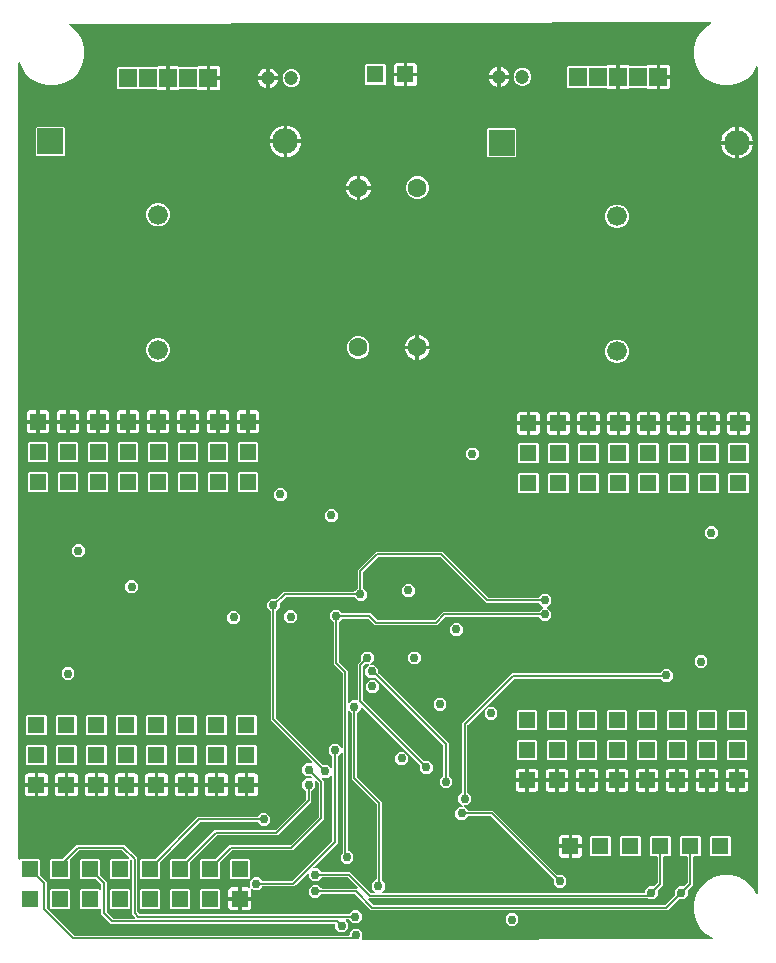
<source format=gbl>
G04 EAGLE Gerber RS-274X export*
G75*
%MOMM*%
%FSLAX34Y34*%
%LPD*%
%INBottom Copper*%
%IPPOS*%
%AMOC8*
5,1,8,0,0,1.08239X$1,22.5*%
G01*
%ADD10C,1.200000*%
%ADD11C,1.600000*%
%ADD12R,2.169163X2.169163*%
%ADD13C,2.169163*%
%ADD14R,1.400000X1.400000*%
%ADD15C,1.676400*%
%ADD16R,1.540000X1.540000*%
%ADD17C,0.756400*%
%ADD18C,0.152400*%

G36*
X597796Y11336D02*
X597796Y11336D01*
X597843Y11343D01*
X597890Y11342D01*
X597964Y11363D01*
X598039Y11376D01*
X598081Y11398D01*
X598126Y11411D01*
X598189Y11455D01*
X598256Y11491D01*
X598289Y11526D01*
X598327Y11553D01*
X598373Y11614D01*
X598425Y11670D01*
X598445Y11713D01*
X598473Y11751D01*
X598496Y11824D01*
X598528Y11893D01*
X598534Y11940D01*
X598548Y11985D01*
X598547Y12062D01*
X598555Y12138D01*
X598545Y12184D01*
X598544Y12231D01*
X598519Y12303D01*
X598502Y12378D01*
X598478Y12419D01*
X598462Y12463D01*
X598415Y12523D01*
X598376Y12589D01*
X598340Y12619D01*
X598311Y12657D01*
X598205Y12735D01*
X598189Y12748D01*
X598183Y12751D01*
X598176Y12756D01*
X592616Y15966D01*
X587466Y21116D01*
X583824Y27423D01*
X581939Y34458D01*
X581939Y41742D01*
X583824Y48777D01*
X587466Y55084D01*
X592616Y60234D01*
X598923Y63876D01*
X605958Y65761D01*
X613242Y65761D01*
X620277Y63876D01*
X626584Y60234D01*
X631734Y55084D01*
X634649Y50036D01*
X634679Y49999D01*
X634702Y49956D01*
X634756Y49904D01*
X634805Y49845D01*
X634845Y49820D01*
X634880Y49787D01*
X634949Y49755D01*
X635013Y49715D01*
X635060Y49703D01*
X635103Y49683D01*
X635178Y49675D01*
X635252Y49657D01*
X635300Y49661D01*
X635347Y49656D01*
X635422Y49672D01*
X635497Y49679D01*
X635541Y49698D01*
X635588Y49708D01*
X635653Y49747D01*
X635722Y49778D01*
X635758Y49810D01*
X635799Y49835D01*
X635848Y49892D01*
X635904Y49943D01*
X635928Y49985D01*
X635959Y50021D01*
X635987Y50092D01*
X636024Y50158D01*
X636033Y50205D01*
X636051Y50250D01*
X636065Y50378D01*
X636069Y50400D01*
X636068Y50406D01*
X636069Y50416D01*
X636069Y749684D01*
X636062Y749731D01*
X636063Y749779D01*
X636042Y749852D01*
X636030Y749926D01*
X636007Y749969D01*
X635993Y750015D01*
X635950Y750077D01*
X635914Y750144D01*
X635880Y750177D01*
X635852Y750216D01*
X635791Y750261D01*
X635736Y750313D01*
X635693Y750333D01*
X635654Y750362D01*
X635582Y750385D01*
X635513Y750417D01*
X635465Y750422D01*
X635420Y750437D01*
X635344Y750436D01*
X635269Y750444D01*
X635222Y750434D01*
X635174Y750433D01*
X635102Y750408D01*
X635028Y750392D01*
X634987Y750367D01*
X634942Y750351D01*
X634882Y750304D01*
X634817Y750265D01*
X634786Y750229D01*
X634748Y750199D01*
X634672Y750096D01*
X634657Y750079D01*
X634655Y750072D01*
X634649Y750064D01*
X631734Y745016D01*
X626584Y739866D01*
X620277Y736224D01*
X613242Y734339D01*
X605958Y734339D01*
X598923Y736224D01*
X592616Y739866D01*
X587466Y745016D01*
X583824Y751323D01*
X581939Y758358D01*
X581939Y765642D01*
X583824Y772677D01*
X587466Y778984D01*
X592616Y784134D01*
X596524Y786390D01*
X596561Y786421D01*
X596604Y786444D01*
X596656Y786499D01*
X596714Y786546D01*
X596740Y786587D01*
X596773Y786623D01*
X596805Y786691D01*
X596845Y786754D01*
X596856Y786802D01*
X596877Y786846D01*
X596885Y786921D01*
X596902Y786994D01*
X596898Y787042D01*
X596903Y787091D01*
X596887Y787164D01*
X596881Y787239D01*
X596861Y787283D01*
X596851Y787331D01*
X596812Y787395D01*
X596782Y787464D01*
X596749Y787500D01*
X596724Y787542D01*
X596667Y787590D01*
X596616Y787646D01*
X596574Y787670D01*
X596537Y787701D01*
X596467Y787729D01*
X596402Y787766D01*
X596354Y787775D01*
X596308Y787793D01*
X596183Y787806D01*
X596160Y787811D01*
X596153Y787810D01*
X596142Y787811D01*
X53403Y786744D01*
X53356Y786736D01*
X53309Y786738D01*
X53236Y786717D01*
X53160Y786704D01*
X53118Y786682D01*
X53073Y786668D01*
X53010Y786624D01*
X52943Y786588D01*
X52911Y786554D01*
X52872Y786527D01*
X52826Y786465D01*
X52774Y786410D01*
X52754Y786367D01*
X52726Y786329D01*
X52703Y786256D01*
X52671Y786187D01*
X52666Y786140D01*
X52651Y786095D01*
X52652Y786018D01*
X52644Y785942D01*
X52654Y785896D01*
X52655Y785849D01*
X52680Y785777D01*
X52697Y785702D01*
X52721Y785661D01*
X52737Y785617D01*
X52784Y785556D01*
X52823Y785491D01*
X52859Y785460D01*
X52889Y785423D01*
X52995Y785345D01*
X53011Y785331D01*
X53016Y785329D01*
X53024Y785324D01*
X55084Y784134D01*
X60234Y778984D01*
X63876Y772677D01*
X65761Y765642D01*
X65761Y758358D01*
X63876Y751323D01*
X60234Y745016D01*
X55084Y739866D01*
X48777Y736224D01*
X41742Y734339D01*
X34458Y734339D01*
X27423Y736224D01*
X21116Y739866D01*
X15966Y745016D01*
X12324Y751323D01*
X11657Y753813D01*
X11647Y753835D01*
X11643Y753858D01*
X11597Y753946D01*
X11556Y754037D01*
X11540Y754055D01*
X11528Y754076D01*
X11456Y754144D01*
X11389Y754217D01*
X11368Y754229D01*
X11350Y754245D01*
X11260Y754287D01*
X11173Y754335D01*
X11149Y754339D01*
X11127Y754349D01*
X11028Y754360D01*
X10930Y754377D01*
X10906Y754373D01*
X10883Y754376D01*
X10786Y754355D01*
X10687Y754340D01*
X10666Y754329D01*
X10642Y754324D01*
X10557Y754273D01*
X10468Y754227D01*
X10452Y754210D01*
X10431Y754198D01*
X10366Y754122D01*
X10297Y754051D01*
X10287Y754029D01*
X10271Y754011D01*
X10234Y753918D01*
X10191Y753829D01*
X10188Y753805D01*
X10179Y753782D01*
X10161Y753616D01*
X10161Y79590D01*
X10172Y79519D01*
X10174Y79447D01*
X10192Y79398D01*
X10200Y79347D01*
X10234Y79284D01*
X10259Y79216D01*
X10291Y79176D01*
X10316Y79130D01*
X10368Y79080D01*
X10412Y79024D01*
X10456Y78996D01*
X10494Y78960D01*
X10559Y78930D01*
X10619Y78891D01*
X10670Y78879D01*
X10717Y78857D01*
X10788Y78849D01*
X10858Y78831D01*
X10910Y78835D01*
X10961Y78830D01*
X11032Y78845D01*
X11103Y78850D01*
X11151Y78871D01*
X11202Y78882D01*
X11263Y78919D01*
X11329Y78947D01*
X11385Y78992D01*
X11413Y79008D01*
X11428Y79026D01*
X11460Y79052D01*
X12053Y79645D01*
X27317Y79645D01*
X28210Y78752D01*
X28210Y66145D01*
X28224Y66054D01*
X28232Y65964D01*
X28244Y65934D01*
X28249Y65902D01*
X28292Y65821D01*
X28328Y65737D01*
X28354Y65705D01*
X28365Y65684D01*
X28388Y65662D01*
X28433Y65606D01*
X34037Y60002D01*
X34037Y38093D01*
X34051Y38002D01*
X34059Y37912D01*
X34071Y37882D01*
X34076Y37850D01*
X34119Y37769D01*
X34155Y37685D01*
X34181Y37653D01*
X34192Y37632D01*
X34215Y37610D01*
X34260Y37554D01*
X57209Y14605D01*
X57283Y14551D01*
X57353Y14492D01*
X57383Y14480D01*
X57409Y14461D01*
X57496Y14434D01*
X57581Y14400D01*
X57622Y14396D01*
X57644Y14389D01*
X57676Y14390D01*
X57748Y14382D01*
X274318Y14382D01*
X274319Y14382D01*
X274320Y14382D01*
X289844Y14412D01*
X289862Y14415D01*
X289881Y14413D01*
X289983Y14435D01*
X290086Y14452D01*
X290103Y14461D01*
X290122Y14465D01*
X290212Y14519D01*
X290303Y14568D01*
X290316Y14582D01*
X290333Y14592D01*
X290401Y14671D01*
X290472Y14747D01*
X290480Y14764D01*
X290493Y14778D01*
X290532Y14875D01*
X290576Y14970D01*
X290578Y14989D01*
X290585Y15007D01*
X290603Y15173D01*
X290603Y16803D01*
X293712Y19912D01*
X298108Y19912D01*
X301217Y16803D01*
X301217Y12407D01*
X300862Y12053D01*
X300820Y11994D01*
X300770Y11941D01*
X300749Y11895D01*
X300719Y11853D01*
X300698Y11784D01*
X300667Y11718D01*
X300662Y11667D01*
X300647Y11618D01*
X300648Y11545D01*
X300641Y11473D01*
X300652Y11423D01*
X300653Y11372D01*
X300678Y11304D01*
X300693Y11233D01*
X300720Y11189D01*
X300737Y11141D01*
X300783Y11084D01*
X300820Y11022D01*
X300859Y10989D01*
X300891Y10949D01*
X300952Y10910D01*
X301007Y10863D01*
X301055Y10844D01*
X301098Y10816D01*
X301168Y10798D01*
X301235Y10771D01*
X301305Y10764D01*
X301336Y10756D01*
X301360Y10758D01*
X301402Y10753D01*
X597796Y11336D01*
G37*
%LPC*%
G36*
X308933Y35813D02*
X308933Y35813D01*
X307370Y37376D01*
X295186Y49560D01*
X295112Y49613D01*
X295042Y49673D01*
X295012Y49685D01*
X294986Y49704D01*
X294899Y49731D01*
X294814Y49765D01*
X294773Y49769D01*
X294751Y49776D01*
X294719Y49775D01*
X294648Y49783D01*
X267153Y49783D01*
X267063Y49769D01*
X266972Y49761D01*
X266943Y49749D01*
X266911Y49744D01*
X266830Y49701D01*
X266746Y49665D01*
X266714Y49639D01*
X266693Y49628D01*
X266671Y49605D01*
X266615Y49560D01*
X263818Y46763D01*
X259422Y46763D01*
X256313Y49872D01*
X256313Y54268D01*
X259422Y57377D01*
X263818Y57377D01*
X266615Y54580D01*
X266689Y54527D01*
X266759Y54467D01*
X266789Y54455D01*
X266815Y54436D01*
X266902Y54409D01*
X266987Y54375D01*
X267028Y54371D01*
X267050Y54364D01*
X267082Y54365D01*
X267153Y54357D01*
X296807Y54357D01*
X296877Y54368D01*
X296949Y54370D01*
X296998Y54388D01*
X297049Y54396D01*
X297113Y54430D01*
X297180Y54455D01*
X297221Y54487D01*
X297267Y54512D01*
X297316Y54564D01*
X297372Y54608D01*
X297400Y54652D01*
X297436Y54690D01*
X297466Y54755D01*
X297505Y54815D01*
X297518Y54866D01*
X297540Y54913D01*
X297548Y54984D01*
X297565Y55054D01*
X297561Y55106D01*
X297567Y55157D01*
X297552Y55228D01*
X297546Y55299D01*
X297526Y55347D01*
X297515Y55398D01*
X297478Y55459D01*
X297450Y55525D01*
X297405Y55581D01*
X297388Y55609D01*
X297371Y55624D01*
X297345Y55656D01*
X289471Y63530D01*
X289397Y63583D01*
X289327Y63643D01*
X289297Y63655D01*
X289271Y63674D01*
X289184Y63701D01*
X289099Y63735D01*
X289058Y63739D01*
X289036Y63746D01*
X289004Y63745D01*
X288932Y63753D01*
X267153Y63753D01*
X267063Y63739D01*
X266972Y63731D01*
X266943Y63719D01*
X266911Y63714D01*
X266830Y63671D01*
X266746Y63635D01*
X266714Y63609D01*
X266693Y63598D01*
X266671Y63575D01*
X266615Y63530D01*
X263818Y60733D01*
X259422Y60733D01*
X256313Y63842D01*
X256313Y67092D01*
X256310Y67109D01*
X256312Y67125D01*
X256301Y67175D01*
X256300Y67234D01*
X256282Y67283D01*
X256274Y67334D01*
X256262Y67356D01*
X256260Y67365D01*
X256239Y67401D01*
X256215Y67465D01*
X256183Y67506D01*
X256158Y67552D01*
X256136Y67573D01*
X256134Y67577D01*
X256119Y67590D01*
X256106Y67601D01*
X256062Y67657D01*
X256018Y67685D01*
X255980Y67721D01*
X255915Y67751D01*
X255855Y67790D01*
X255804Y67803D01*
X255757Y67825D01*
X255686Y67833D01*
X255616Y67850D01*
X255564Y67846D01*
X255513Y67852D01*
X255442Y67837D01*
X255371Y67831D01*
X255323Y67811D01*
X255318Y67810D01*
X255303Y67807D01*
X255301Y67806D01*
X255272Y67800D01*
X255211Y67763D01*
X255145Y67735D01*
X255102Y67701D01*
X255086Y67692D01*
X255077Y67683D01*
X255061Y67673D01*
X255046Y67656D01*
X255014Y67630D01*
X245080Y57696D01*
X243517Y56133D01*
X216988Y56133D01*
X216898Y56119D01*
X216807Y56111D01*
X216778Y56099D01*
X216746Y56094D01*
X216665Y56051D01*
X216581Y56015D01*
X216549Y55989D01*
X216528Y55978D01*
X216506Y55955D01*
X216450Y55910D01*
X213653Y53113D01*
X209257Y53113D01*
X208196Y54174D01*
X208158Y54202D01*
X208125Y54237D01*
X208058Y54273D01*
X207997Y54317D01*
X207951Y54331D01*
X207909Y54354D01*
X207834Y54367D01*
X207762Y54390D01*
X207714Y54388D01*
X207666Y54397D01*
X207591Y54385D01*
X207516Y54383D01*
X207471Y54367D01*
X207423Y54360D01*
X207356Y54325D01*
X207285Y54299D01*
X207247Y54269D01*
X207205Y54247D01*
X207152Y54192D01*
X207093Y54145D01*
X207067Y54105D01*
X207033Y54070D01*
X207001Y54002D01*
X206960Y53938D01*
X206948Y53892D01*
X206927Y53848D01*
X206918Y53773D01*
X206900Y53700D01*
X206903Y53652D01*
X206898Y53604D01*
X206917Y53476D01*
X206919Y53454D01*
X206921Y53448D01*
X206923Y53438D01*
X207026Y53054D01*
X207026Y47243D01*
X199008Y47243D01*
X199008Y55261D01*
X204819Y55261D01*
X205203Y55158D01*
X205252Y55153D01*
X205298Y55139D01*
X205373Y55141D01*
X205448Y55133D01*
X205495Y55144D01*
X205544Y55146D01*
X205615Y55172D01*
X205688Y55188D01*
X205729Y55214D01*
X205775Y55230D01*
X205833Y55277D01*
X205898Y55317D01*
X205929Y55354D01*
X205966Y55384D01*
X206007Y55448D01*
X206055Y55505D01*
X206073Y55550D01*
X206099Y55591D01*
X206118Y55664D01*
X206145Y55735D01*
X206147Y55783D01*
X206159Y55830D01*
X206153Y55905D01*
X206157Y55980D01*
X206148Y56010D01*
X206148Y60618D01*
X209257Y63727D01*
X213653Y63727D01*
X216450Y60930D01*
X216524Y60877D01*
X216594Y60817D01*
X216624Y60805D01*
X216650Y60786D01*
X216737Y60759D01*
X216822Y60725D01*
X216863Y60721D01*
X216885Y60714D01*
X216917Y60715D01*
X216988Y60707D01*
X241307Y60707D01*
X241398Y60721D01*
X241488Y60729D01*
X241518Y60741D01*
X241550Y60746D01*
X241631Y60789D01*
X241715Y60825D01*
X241747Y60851D01*
X241768Y60862D01*
X241790Y60885D01*
X241846Y60930D01*
X275620Y94704D01*
X275673Y94778D01*
X275733Y94848D01*
X275745Y94878D01*
X275764Y94904D01*
X275791Y94991D01*
X275800Y95014D01*
X275815Y95047D01*
X275816Y95054D01*
X275825Y95076D01*
X275829Y95117D01*
X275836Y95139D01*
X275835Y95171D01*
X275843Y95243D01*
X275843Y150296D01*
X275832Y150366D01*
X275830Y150438D01*
X275812Y150487D01*
X275804Y150538D01*
X275770Y150602D01*
X275745Y150669D01*
X275713Y150710D01*
X275688Y150756D01*
X275636Y150805D01*
X275592Y150861D01*
X275548Y150889D01*
X275510Y150925D01*
X275445Y150955D01*
X275385Y150994D01*
X275334Y151007D01*
X275287Y151029D01*
X275216Y151037D01*
X275146Y151054D01*
X275094Y151050D01*
X275043Y151056D01*
X274972Y151041D01*
X274901Y151035D01*
X274853Y151015D01*
X274802Y151004D01*
X274741Y150967D01*
X274675Y150939D01*
X274619Y150894D01*
X274591Y150877D01*
X274576Y150860D01*
X274544Y150834D01*
X272073Y148363D01*
X267553Y148363D01*
X267483Y148352D01*
X267411Y148350D01*
X267362Y148332D01*
X267311Y148324D01*
X267247Y148290D01*
X267180Y148265D01*
X267139Y148233D01*
X267093Y148208D01*
X267044Y148157D01*
X266988Y148112D01*
X266960Y148068D01*
X266924Y148030D01*
X266894Y147965D01*
X266855Y147905D01*
X266842Y147854D01*
X266820Y147807D01*
X266812Y147736D01*
X266795Y147666D01*
X266799Y147614D01*
X266793Y147563D01*
X266808Y147492D01*
X266814Y147421D01*
X266834Y147373D01*
X266845Y147322D01*
X266882Y147261D01*
X266910Y147195D01*
X266955Y147139D01*
X266972Y147111D01*
X266989Y147096D01*
X267015Y147064D01*
X267424Y146655D01*
X268987Y145092D01*
X268987Y113353D01*
X242247Y86613D01*
X191128Y86613D01*
X191037Y86599D01*
X190947Y86591D01*
X190917Y86579D01*
X190885Y86574D01*
X190804Y86531D01*
X190720Y86495D01*
X190688Y86469D01*
X190667Y86458D01*
X190645Y86435D01*
X190589Y86390D01*
X180833Y76634D01*
X180780Y76560D01*
X180720Y76490D01*
X180708Y76460D01*
X180689Y76434D01*
X180662Y76347D01*
X180628Y76262D01*
X180624Y76221D01*
X180617Y76199D01*
X180618Y76167D01*
X180610Y76095D01*
X180610Y63488D01*
X179717Y62595D01*
X164453Y62595D01*
X163560Y63488D01*
X163560Y78752D01*
X164453Y79645D01*
X177060Y79645D01*
X177151Y79659D01*
X177241Y79667D01*
X177271Y79679D01*
X177303Y79684D01*
X177384Y79727D01*
X177468Y79763D01*
X177500Y79789D01*
X177521Y79800D01*
X177543Y79823D01*
X177599Y79868D01*
X188918Y91187D01*
X240037Y91187D01*
X240128Y91201D01*
X240218Y91209D01*
X240248Y91221D01*
X240280Y91226D01*
X240361Y91269D01*
X240445Y91305D01*
X240477Y91331D01*
X240498Y91342D01*
X240520Y91365D01*
X240576Y91410D01*
X264190Y115024D01*
X264243Y115098D01*
X264303Y115168D01*
X264315Y115198D01*
X264334Y115224D01*
X264361Y115311D01*
X264395Y115396D01*
X264399Y115437D01*
X264406Y115459D01*
X264405Y115491D01*
X264413Y115563D01*
X264413Y142882D01*
X264399Y142973D01*
X264391Y143063D01*
X264379Y143093D01*
X264374Y143125D01*
X264331Y143206D01*
X264295Y143290D01*
X264269Y143322D01*
X264258Y143343D01*
X264235Y143365D01*
X264190Y143421D01*
X262511Y145100D01*
X262453Y145142D01*
X262401Y145191D01*
X262354Y145213D01*
X262312Y145243D01*
X262243Y145264D01*
X262178Y145295D01*
X262126Y145300D01*
X262076Y145316D01*
X262005Y145314D01*
X261934Y145322D01*
X261883Y145311D01*
X261831Y145309D01*
X261763Y145285D01*
X261693Y145270D01*
X261648Y145243D01*
X261600Y145225D01*
X261544Y145180D01*
X261482Y145143D01*
X261448Y145104D01*
X261408Y145071D01*
X261369Y145011D01*
X261322Y144956D01*
X261303Y144908D01*
X261275Y144864D01*
X261257Y144795D01*
X261230Y144728D01*
X261222Y144657D01*
X261214Y144626D01*
X261216Y144602D01*
X261212Y144562D01*
X261212Y140042D01*
X258415Y137245D01*
X258362Y137171D01*
X258302Y137101D01*
X258290Y137071D01*
X258271Y137045D01*
X258244Y136958D01*
X258210Y136873D01*
X258206Y136832D01*
X258199Y136810D01*
X258200Y136778D01*
X258192Y136707D01*
X258192Y127958D01*
X229547Y99313D01*
X178428Y99313D01*
X178337Y99299D01*
X178247Y99291D01*
X178217Y99279D01*
X178185Y99274D01*
X178104Y99231D01*
X178020Y99195D01*
X177988Y99169D01*
X177967Y99158D01*
X177945Y99135D01*
X177889Y99090D01*
X155433Y76634D01*
X155380Y76560D01*
X155320Y76490D01*
X155308Y76460D01*
X155289Y76434D01*
X155262Y76347D01*
X155228Y76262D01*
X155224Y76221D01*
X155217Y76199D01*
X155218Y76167D01*
X155210Y76095D01*
X155210Y63488D01*
X154317Y62595D01*
X139053Y62595D01*
X138160Y63488D01*
X138160Y78752D01*
X139053Y79645D01*
X151660Y79645D01*
X151751Y79659D01*
X151841Y79667D01*
X151871Y79679D01*
X151903Y79684D01*
X151984Y79727D01*
X152068Y79763D01*
X152100Y79789D01*
X152121Y79800D01*
X152143Y79823D01*
X152199Y79868D01*
X176218Y103887D01*
X227337Y103887D01*
X227428Y103901D01*
X227518Y103909D01*
X227548Y103921D01*
X227580Y103926D01*
X227661Y103969D01*
X227745Y104005D01*
X227777Y104031D01*
X227798Y104042D01*
X227820Y104065D01*
X227876Y104110D01*
X253395Y129629D01*
X253448Y129703D01*
X253508Y129773D01*
X253520Y129803D01*
X253539Y129829D01*
X253566Y129916D01*
X253600Y130001D01*
X253604Y130042D01*
X253611Y130064D01*
X253610Y130096D01*
X253618Y130168D01*
X253618Y136707D01*
X253604Y136797D01*
X253596Y136888D01*
X253584Y136917D01*
X253579Y136949D01*
X253536Y137030D01*
X253500Y137114D01*
X253474Y137146D01*
X253463Y137167D01*
X253440Y137189D01*
X253395Y137245D01*
X250598Y140042D01*
X250598Y144438D01*
X253707Y147547D01*
X258227Y147547D01*
X258297Y147558D01*
X258369Y147560D01*
X258418Y147578D01*
X258469Y147586D01*
X258533Y147620D01*
X258600Y147645D01*
X258641Y147677D01*
X258687Y147702D01*
X258736Y147754D01*
X258792Y147798D01*
X258820Y147842D01*
X258856Y147880D01*
X258886Y147945D01*
X258925Y148005D01*
X258938Y148056D01*
X258960Y148103D01*
X258968Y148174D01*
X258985Y148244D01*
X258981Y148296D01*
X258987Y148347D01*
X258972Y148418D01*
X258966Y148489D01*
X258946Y148537D01*
X258935Y148588D01*
X258898Y148649D01*
X258870Y148715D01*
X258825Y148771D01*
X258808Y148799D01*
X258791Y148814D01*
X258765Y148846D01*
X258201Y149410D01*
X258127Y149464D01*
X258057Y149523D01*
X258027Y149535D01*
X258001Y149554D01*
X257914Y149581D01*
X257829Y149615D01*
X257788Y149619D01*
X257766Y149626D01*
X257734Y149625D01*
X257662Y149633D01*
X253707Y149633D01*
X250598Y152742D01*
X250598Y157138D01*
X253707Y160247D01*
X258227Y160247D01*
X258297Y160258D01*
X258369Y160260D01*
X258418Y160278D01*
X258469Y160286D01*
X258533Y160320D01*
X258600Y160345D01*
X258641Y160377D01*
X258687Y160402D01*
X258736Y160454D01*
X258792Y160498D01*
X258820Y160542D01*
X258856Y160580D01*
X258886Y160645D01*
X258925Y160705D01*
X258938Y160756D01*
X258960Y160803D01*
X258968Y160874D01*
X258985Y160944D01*
X258981Y160996D01*
X258987Y161047D01*
X258972Y161118D01*
X258966Y161189D01*
X258946Y161237D01*
X258935Y161288D01*
X258898Y161349D01*
X258870Y161415D01*
X258825Y161471D01*
X258808Y161499D01*
X258791Y161514D01*
X258765Y161546D01*
X225336Y194975D01*
X223773Y196538D01*
X223773Y288472D01*
X223759Y288562D01*
X223751Y288653D01*
X223739Y288682D01*
X223734Y288714D01*
X223691Y288795D01*
X223655Y288879D01*
X223629Y288911D01*
X223618Y288932D01*
X223595Y288954D01*
X223550Y289010D01*
X220753Y291807D01*
X220753Y296203D01*
X223862Y299312D01*
X227817Y299312D01*
X227908Y299326D01*
X227998Y299334D01*
X228028Y299346D01*
X228060Y299351D01*
X228141Y299394D01*
X228225Y299430D01*
X228257Y299456D01*
X228278Y299467D01*
X228300Y299490D01*
X228356Y299535D01*
X234638Y305817D01*
X294187Y305817D01*
X294277Y305831D01*
X294368Y305839D01*
X294397Y305851D01*
X294429Y305856D01*
X294510Y305899D01*
X294594Y305935D01*
X294626Y305961D01*
X294647Y305972D01*
X294669Y305995D01*
X294725Y306040D01*
X297210Y308525D01*
X297263Y308599D01*
X297323Y308669D01*
X297335Y308699D01*
X297354Y308725D01*
X297381Y308812D01*
X297415Y308897D01*
X297419Y308938D01*
X297426Y308960D01*
X297425Y308992D01*
X297433Y309063D01*
X297433Y324162D01*
X312743Y339472D01*
X369247Y339472D01*
X407759Y300960D01*
X407833Y300907D01*
X407903Y300847D01*
X407933Y300835D01*
X407959Y300816D01*
X408046Y300789D01*
X408131Y300755D01*
X408172Y300751D01*
X408194Y300744D01*
X408226Y300745D01*
X408298Y300737D01*
X450397Y300737D01*
X450487Y300751D01*
X450578Y300759D01*
X450607Y300771D01*
X450639Y300776D01*
X450720Y300819D01*
X450804Y300855D01*
X450836Y300881D01*
X450857Y300892D01*
X450879Y300915D01*
X450935Y300960D01*
X453732Y303757D01*
X458128Y303757D01*
X461237Y300648D01*
X461237Y296252D01*
X457941Y292956D01*
X457929Y292940D01*
X457913Y292927D01*
X457877Y292871D01*
X457851Y292844D01*
X457835Y292809D01*
X457797Y292756D01*
X457791Y292737D01*
X457780Y292720D01*
X457764Y292656D01*
X457748Y292621D01*
X457743Y292582D01*
X457725Y292521D01*
X457725Y292501D01*
X457720Y292482D01*
X457725Y292418D01*
X457721Y292376D01*
X457730Y292335D01*
X457731Y292275D01*
X457738Y292256D01*
X457740Y292236D01*
X457763Y292181D01*
X457773Y292136D01*
X457796Y292096D01*
X457816Y292044D01*
X457828Y292028D01*
X457836Y292010D01*
X457884Y291950D01*
X457899Y291925D01*
X457916Y291911D01*
X457941Y291879D01*
X461237Y288583D01*
X461237Y284187D01*
X458128Y281078D01*
X453732Y281078D01*
X450935Y283875D01*
X450861Y283928D01*
X450791Y283988D01*
X450761Y284000D01*
X450735Y284019D01*
X450648Y284046D01*
X450563Y284080D01*
X450522Y284084D01*
X450500Y284091D01*
X450468Y284090D01*
X450397Y284098D01*
X372103Y284098D01*
X372012Y284084D01*
X371922Y284076D01*
X371892Y284064D01*
X371860Y284059D01*
X371779Y284016D01*
X371695Y283980D01*
X371663Y283954D01*
X371642Y283943D01*
X371620Y283920D01*
X371564Y283875D01*
X364802Y277113D01*
X312108Y277113D01*
X306616Y282605D01*
X306542Y282658D01*
X306472Y282718D01*
X306442Y282730D01*
X306416Y282749D01*
X306329Y282776D01*
X306244Y282810D01*
X306203Y282814D01*
X306181Y282821D01*
X306149Y282820D01*
X306077Y282828D01*
X284933Y282828D01*
X284843Y282814D01*
X284752Y282806D01*
X284723Y282794D01*
X284691Y282789D01*
X284610Y282746D01*
X284526Y282710D01*
X284494Y282684D01*
X284473Y282673D01*
X284451Y282650D01*
X284395Y282605D01*
X281910Y280120D01*
X281857Y280046D01*
X281797Y279976D01*
X281785Y279946D01*
X281766Y279920D01*
X281739Y279833D01*
X281705Y279748D01*
X281701Y279707D01*
X281694Y279685D01*
X281695Y279653D01*
X281687Y279582D01*
X281687Y246373D01*
X281701Y246282D01*
X281709Y246192D01*
X281721Y246162D01*
X281726Y246130D01*
X281769Y246049D01*
X281805Y245965D01*
X281831Y245933D01*
X281842Y245912D01*
X281865Y245890D01*
X281910Y245834D01*
X289307Y238437D01*
X289307Y212289D01*
X289318Y212219D01*
X289320Y212147D01*
X289338Y212098D01*
X289346Y212047D01*
X289380Y211983D01*
X289405Y211916D01*
X289437Y211875D01*
X289462Y211829D01*
X289514Y211780D01*
X289558Y211724D01*
X289602Y211696D01*
X289640Y211660D01*
X289705Y211630D01*
X289765Y211591D01*
X289816Y211578D01*
X289863Y211556D01*
X289934Y211548D01*
X290004Y211531D01*
X290056Y211535D01*
X290107Y211529D01*
X290178Y211544D01*
X290249Y211550D01*
X290297Y211570D01*
X290348Y211581D01*
X290409Y211618D01*
X290475Y211646D01*
X290531Y211691D01*
X290559Y211708D01*
X290574Y211725D01*
X290606Y211751D01*
X292442Y213587D01*
X296672Y213587D01*
X296692Y213590D01*
X296711Y213588D01*
X296813Y213610D01*
X296915Y213626D01*
X296932Y213636D01*
X296952Y213640D01*
X297041Y213693D01*
X297132Y213742D01*
X297146Y213756D01*
X297163Y213766D01*
X297230Y213845D01*
X297302Y213920D01*
X297310Y213938D01*
X297323Y213953D01*
X297362Y214049D01*
X297405Y214143D01*
X297407Y214163D01*
X297415Y214181D01*
X297433Y214348D01*
X297433Y244787D01*
X299905Y247259D01*
X299958Y247333D01*
X300018Y247403D01*
X300030Y247433D01*
X300049Y247459D01*
X300076Y247546D01*
X300110Y247631D01*
X300114Y247672D01*
X300121Y247694D01*
X300120Y247726D01*
X300128Y247798D01*
X300128Y251753D01*
X303237Y254862D01*
X307633Y254862D01*
X310742Y251753D01*
X310742Y247357D01*
X308116Y244731D01*
X308074Y244673D01*
X308025Y244621D01*
X308003Y244574D01*
X307973Y244532D01*
X307951Y244463D01*
X307921Y244398D01*
X307916Y244346D01*
X307900Y244296D01*
X307902Y244225D01*
X307894Y244154D01*
X307905Y244103D01*
X307907Y244051D01*
X307931Y243983D01*
X307946Y243913D01*
X307973Y243868D01*
X307991Y243820D01*
X308036Y243764D01*
X308073Y243702D01*
X308112Y243668D01*
X308145Y243628D01*
X308205Y243589D01*
X308260Y243542D01*
X308308Y243523D01*
X308352Y243495D01*
X308421Y243477D01*
X308488Y243450D01*
X308559Y243442D01*
X308590Y243434D01*
X308613Y243436D01*
X308654Y243432D01*
X311443Y243432D01*
X314552Y240323D01*
X314552Y237638D01*
X314566Y237547D01*
X314574Y237457D01*
X314586Y237427D01*
X314591Y237395D01*
X314634Y237314D01*
X314670Y237230D01*
X314696Y237198D01*
X314707Y237177D01*
X314730Y237155D01*
X314775Y237099D01*
X374397Y177477D01*
X374397Y150313D01*
X374411Y150223D01*
X374419Y150132D01*
X374431Y150103D01*
X374436Y150071D01*
X374479Y149990D01*
X374515Y149906D01*
X374541Y149874D01*
X374552Y149853D01*
X374575Y149831D01*
X374620Y149775D01*
X377417Y146978D01*
X377417Y142582D01*
X374308Y139473D01*
X369912Y139473D01*
X366803Y142582D01*
X366803Y146978D01*
X369600Y149775D01*
X369653Y149849D01*
X369713Y149919D01*
X369725Y149949D01*
X369744Y149975D01*
X369771Y150062D01*
X369805Y150147D01*
X369809Y150188D01*
X369816Y150210D01*
X369815Y150242D01*
X369823Y150313D01*
X369823Y175267D01*
X369809Y175358D01*
X369801Y175448D01*
X369789Y175478D01*
X369784Y175510D01*
X369741Y175591D01*
X369705Y175675D01*
X369679Y175707D01*
X369668Y175728D01*
X369645Y175750D01*
X369600Y175806D01*
X312554Y232852D01*
X312538Y232864D01*
X312525Y232880D01*
X312438Y232936D01*
X312354Y232996D01*
X312335Y233002D01*
X312318Y233013D01*
X312218Y233038D01*
X312119Y233068D01*
X312099Y233068D01*
X312080Y233073D01*
X311977Y233065D01*
X311873Y233062D01*
X311854Y233055D01*
X311834Y233053D01*
X311739Y233013D01*
X311642Y232977D01*
X311626Y232965D01*
X311608Y232957D01*
X311477Y232852D01*
X311443Y232818D01*
X307047Y232818D01*
X303938Y235927D01*
X303938Y240323D01*
X306564Y242949D01*
X306606Y243007D01*
X306655Y243059D01*
X306677Y243106D01*
X306707Y243148D01*
X306729Y243217D01*
X306759Y243282D01*
X306764Y243334D01*
X306780Y243384D01*
X306778Y243455D01*
X306786Y243526D01*
X306775Y243577D01*
X306773Y243629D01*
X306749Y243697D01*
X306734Y243767D01*
X306707Y243812D01*
X306689Y243860D01*
X306644Y243916D01*
X306607Y243978D01*
X306568Y244012D01*
X306535Y244052D01*
X306475Y244091D01*
X306420Y244138D01*
X306372Y244157D01*
X306328Y244185D01*
X306259Y244203D01*
X306192Y244230D01*
X306121Y244238D01*
X306090Y244246D01*
X306067Y244244D01*
X306026Y244248D01*
X303678Y244248D01*
X303587Y244234D01*
X303497Y244226D01*
X303467Y244214D01*
X303435Y244209D01*
X303354Y244166D01*
X303270Y244130D01*
X303238Y244104D01*
X303217Y244093D01*
X303195Y244070D01*
X303139Y244025D01*
X302230Y243116D01*
X302177Y243042D01*
X302117Y242972D01*
X302105Y242942D01*
X302086Y242916D01*
X302059Y242829D01*
X302025Y242744D01*
X302021Y242703D01*
X302014Y242681D01*
X302015Y242649D01*
X302007Y242577D01*
X302007Y213988D01*
X302009Y213976D01*
X302008Y213967D01*
X302017Y213925D01*
X302021Y213897D01*
X302029Y213807D01*
X302041Y213777D01*
X302046Y213745D01*
X302089Y213664D01*
X302125Y213580D01*
X302151Y213548D01*
X302162Y213527D01*
X302185Y213505D01*
X302230Y213449D01*
X353304Y162375D01*
X353378Y162322D01*
X353448Y162262D01*
X353478Y162250D01*
X353504Y162231D01*
X353591Y162204D01*
X353676Y162170D01*
X353717Y162166D01*
X353739Y162159D01*
X353771Y162160D01*
X353843Y162152D01*
X357798Y162152D01*
X360907Y159043D01*
X360907Y154647D01*
X357798Y151538D01*
X353402Y151538D01*
X350293Y154647D01*
X350293Y158602D01*
X350279Y158693D01*
X350271Y158783D01*
X350259Y158813D01*
X350254Y158845D01*
X350211Y158926D01*
X350175Y159010D01*
X350149Y159042D01*
X350138Y159063D01*
X350115Y159085D01*
X350070Y159141D01*
X301246Y207965D01*
X301188Y208007D01*
X301136Y208056D01*
X301089Y208078D01*
X301047Y208108D01*
X300978Y208129D01*
X300913Y208160D01*
X300861Y208165D01*
X300811Y208181D01*
X300740Y208179D01*
X300669Y208187D01*
X300618Y208176D01*
X300566Y208174D01*
X300498Y208150D01*
X300428Y208135D01*
X300383Y208108D01*
X300335Y208090D01*
X300279Y208045D01*
X300217Y208008D01*
X300183Y207969D01*
X300143Y207936D01*
X300104Y207876D01*
X300057Y207821D01*
X300038Y207773D01*
X300010Y207729D01*
X299992Y207660D01*
X299965Y207593D01*
X299957Y207522D01*
X299949Y207491D01*
X299951Y207467D01*
X299947Y207427D01*
X299947Y206082D01*
X297150Y203285D01*
X297097Y203211D01*
X297037Y203141D01*
X297025Y203111D01*
X297006Y203085D01*
X296979Y202998D01*
X296945Y202913D01*
X296941Y202872D01*
X296934Y202850D01*
X296935Y202818D01*
X296927Y202747D01*
X296927Y149218D01*
X296941Y149127D01*
X296949Y149037D01*
X296961Y149007D01*
X296966Y148975D01*
X297009Y148894D01*
X297045Y148810D01*
X297071Y148778D01*
X297082Y148757D01*
X297105Y148735D01*
X297150Y148679D01*
X317882Y127947D01*
X317882Y61413D01*
X317896Y61323D01*
X317904Y61232D01*
X317916Y61203D01*
X317921Y61171D01*
X317964Y61090D01*
X318000Y61006D01*
X318026Y60974D01*
X318037Y60953D01*
X318060Y60931D01*
X318105Y60875D01*
X320267Y58713D01*
X320267Y54317D01*
X317796Y51846D01*
X317754Y51788D01*
X317705Y51736D01*
X317683Y51689D01*
X317653Y51647D01*
X317631Y51578D01*
X317601Y51513D01*
X317596Y51461D01*
X317580Y51411D01*
X317582Y51340D01*
X317574Y51269D01*
X317585Y51218D01*
X317587Y51166D01*
X317611Y51098D01*
X317626Y51028D01*
X317653Y50983D01*
X317671Y50935D01*
X317716Y50879D01*
X317753Y50817D01*
X317792Y50783D01*
X317825Y50743D01*
X317885Y50704D01*
X317940Y50657D01*
X317988Y50638D01*
X318032Y50610D01*
X318101Y50592D01*
X318168Y50565D01*
X318239Y50557D01*
X318270Y50549D01*
X318293Y50551D01*
X318334Y50547D01*
X540032Y50547D01*
X540052Y50550D01*
X540071Y50548D01*
X540173Y50570D01*
X540275Y50586D01*
X540292Y50596D01*
X540312Y50600D01*
X540401Y50653D01*
X540492Y50702D01*
X540506Y50716D01*
X540523Y50726D01*
X540590Y50805D01*
X540662Y50880D01*
X540670Y50898D01*
X540683Y50913D01*
X540722Y51009D01*
X540765Y51103D01*
X540767Y51123D01*
X540775Y51141D01*
X540793Y51308D01*
X540793Y52998D01*
X543902Y56107D01*
X547857Y56107D01*
X547948Y56121D01*
X548038Y56129D01*
X548068Y56141D01*
X548100Y56146D01*
X548181Y56189D01*
X548265Y56225D01*
X548297Y56251D01*
X548318Y56262D01*
X548340Y56285D01*
X548396Y56330D01*
X551210Y59144D01*
X551263Y59218D01*
X551323Y59288D01*
X551335Y59318D01*
X551354Y59344D01*
X551381Y59431D01*
X551415Y59516D01*
X551419Y59557D01*
X551426Y59579D01*
X551425Y59611D01*
X551433Y59683D01*
X551433Y80884D01*
X551430Y80904D01*
X551432Y80923D01*
X551410Y81025D01*
X551394Y81127D01*
X551384Y81144D01*
X551380Y81164D01*
X551327Y81253D01*
X551278Y81344D01*
X551264Y81358D01*
X551254Y81375D01*
X551175Y81442D01*
X551100Y81514D01*
X551082Y81522D01*
X551067Y81535D01*
X550971Y81574D01*
X550877Y81617D01*
X550857Y81619D01*
X550839Y81627D01*
X550672Y81645D01*
X546088Y81645D01*
X545195Y82538D01*
X545195Y97802D01*
X546088Y98695D01*
X561352Y98695D01*
X562245Y97802D01*
X562245Y82538D01*
X561352Y81645D01*
X556768Y81645D01*
X556748Y81642D01*
X556729Y81644D01*
X556627Y81622D01*
X556525Y81606D01*
X556508Y81596D01*
X556488Y81592D01*
X556399Y81539D01*
X556308Y81490D01*
X556294Y81476D01*
X556277Y81466D01*
X556210Y81387D01*
X556138Y81312D01*
X556130Y81294D01*
X556117Y81279D01*
X556078Y81183D01*
X556035Y81089D01*
X556033Y81069D01*
X556025Y81051D01*
X556007Y80884D01*
X556007Y57473D01*
X551630Y53096D01*
X551577Y53022D01*
X551517Y52952D01*
X551505Y52922D01*
X551486Y52896D01*
X551459Y52809D01*
X551425Y52724D01*
X551421Y52683D01*
X551414Y52661D01*
X551415Y52629D01*
X551407Y52557D01*
X551407Y48602D01*
X548298Y45493D01*
X543902Y45493D01*
X543645Y45750D01*
X543571Y45803D01*
X543501Y45863D01*
X543471Y45875D01*
X543445Y45894D01*
X543358Y45921D01*
X543273Y45955D01*
X543232Y45959D01*
X543210Y45966D01*
X543178Y45965D01*
X543107Y45973D01*
X307078Y45973D01*
X307008Y45962D01*
X306936Y45960D01*
X306887Y45942D01*
X306836Y45934D01*
X306772Y45900D01*
X306705Y45875D01*
X306664Y45843D01*
X306618Y45818D01*
X306569Y45767D01*
X306513Y45722D01*
X306485Y45678D01*
X306449Y45640D01*
X306419Y45575D01*
X306380Y45515D01*
X306367Y45464D01*
X306345Y45417D01*
X306337Y45346D01*
X306320Y45276D01*
X306324Y45224D01*
X306318Y45173D01*
X306333Y45102D01*
X306339Y45031D01*
X306359Y44983D01*
X306370Y44932D01*
X306407Y44871D01*
X306435Y44805D01*
X306480Y44749D01*
X306497Y44721D01*
X306514Y44706D01*
X306540Y44674D01*
X310604Y40610D01*
X310678Y40557D01*
X310748Y40497D01*
X310778Y40485D01*
X310804Y40466D01*
X310891Y40439D01*
X310976Y40405D01*
X311017Y40401D01*
X311039Y40394D01*
X311071Y40395D01*
X311142Y40387D01*
X557537Y40387D01*
X557628Y40401D01*
X557718Y40409D01*
X557748Y40421D01*
X557780Y40426D01*
X557861Y40469D01*
X557945Y40505D01*
X557977Y40531D01*
X557998Y40542D01*
X558020Y40565D01*
X558076Y40610D01*
X565970Y48504D01*
X566023Y48578D01*
X566083Y48648D01*
X566095Y48678D01*
X566114Y48704D01*
X566141Y48791D01*
X566175Y48876D01*
X566179Y48917D01*
X566186Y48939D01*
X566185Y48971D01*
X566193Y49043D01*
X566193Y52998D01*
X569302Y56107D01*
X573257Y56107D01*
X573348Y56121D01*
X573438Y56129D01*
X573468Y56141D01*
X573500Y56146D01*
X573581Y56189D01*
X573665Y56225D01*
X573697Y56251D01*
X573718Y56262D01*
X573740Y56285D01*
X573796Y56330D01*
X576610Y59144D01*
X576663Y59218D01*
X576723Y59288D01*
X576735Y59318D01*
X576754Y59344D01*
X576781Y59431D01*
X576815Y59516D01*
X576819Y59557D01*
X576826Y59579D01*
X576825Y59611D01*
X576833Y59683D01*
X576833Y80884D01*
X576830Y80904D01*
X576832Y80923D01*
X576810Y81025D01*
X576794Y81127D01*
X576784Y81144D01*
X576780Y81164D01*
X576727Y81253D01*
X576678Y81344D01*
X576664Y81358D01*
X576654Y81375D01*
X576575Y81442D01*
X576500Y81514D01*
X576482Y81522D01*
X576467Y81535D01*
X576371Y81574D01*
X576277Y81617D01*
X576257Y81619D01*
X576239Y81627D01*
X576072Y81645D01*
X571488Y81645D01*
X570595Y82538D01*
X570595Y97802D01*
X571488Y98695D01*
X586752Y98695D01*
X587645Y97802D01*
X587645Y82538D01*
X586752Y81645D01*
X582168Y81645D01*
X582148Y81642D01*
X582129Y81644D01*
X582027Y81622D01*
X581925Y81606D01*
X581908Y81596D01*
X581888Y81592D01*
X581799Y81539D01*
X581708Y81490D01*
X581694Y81476D01*
X581677Y81466D01*
X581610Y81387D01*
X581538Y81312D01*
X581530Y81294D01*
X581517Y81279D01*
X581478Y81183D01*
X581435Y81089D01*
X581433Y81069D01*
X581425Y81051D01*
X581407Y80884D01*
X581407Y57473D01*
X577030Y53096D01*
X576977Y53022D01*
X576917Y52952D01*
X576905Y52922D01*
X576886Y52896D01*
X576859Y52809D01*
X576825Y52724D01*
X576821Y52683D01*
X576814Y52661D01*
X576815Y52629D01*
X576807Y52557D01*
X576807Y48602D01*
X573698Y45493D01*
X569743Y45493D01*
X569652Y45479D01*
X569562Y45471D01*
X569532Y45459D01*
X569500Y45454D01*
X569419Y45411D01*
X569335Y45375D01*
X569303Y45349D01*
X569282Y45338D01*
X569260Y45315D01*
X569204Y45270D01*
X559747Y35813D01*
X308933Y35813D01*
G37*
%LPD*%
G36*
X275172Y156295D02*
X275172Y156295D01*
X275224Y156297D01*
X275292Y156321D01*
X275362Y156336D01*
X275407Y156363D01*
X275455Y156381D01*
X275511Y156426D01*
X275573Y156463D01*
X275607Y156502D01*
X275647Y156535D01*
X275686Y156595D01*
X275733Y156650D01*
X275752Y156698D01*
X275780Y156742D01*
X275798Y156811D01*
X275825Y156878D01*
X275833Y156949D01*
X275841Y156980D01*
X275839Y157003D01*
X275843Y157044D01*
X275843Y165917D01*
X275829Y166007D01*
X275821Y166098D01*
X275809Y166127D01*
X275804Y166159D01*
X275761Y166240D01*
X275725Y166324D01*
X275699Y166356D01*
X275688Y166377D01*
X275665Y166399D01*
X275620Y166455D01*
X272823Y169252D01*
X272823Y173648D01*
X275932Y176757D01*
X280328Y176757D01*
X283434Y173651D01*
X283492Y173609D01*
X283544Y173560D01*
X283591Y173538D01*
X283633Y173508D01*
X283702Y173486D01*
X283767Y173456D01*
X283819Y173451D01*
X283869Y173435D01*
X283940Y173437D01*
X284011Y173429D01*
X284062Y173440D01*
X284114Y173442D01*
X284182Y173466D01*
X284252Y173481D01*
X284297Y173508D01*
X284345Y173526D01*
X284401Y173571D01*
X284463Y173608D01*
X284497Y173647D01*
X284537Y173680D01*
X284576Y173740D01*
X284623Y173795D01*
X284642Y173843D01*
X284670Y173887D01*
X284688Y173956D01*
X284715Y174023D01*
X284723Y174094D01*
X284731Y174125D01*
X284729Y174148D01*
X284733Y174189D01*
X284733Y236227D01*
X284719Y236318D01*
X284711Y236408D01*
X284699Y236438D01*
X284694Y236470D01*
X284651Y236551D01*
X284615Y236635D01*
X284589Y236667D01*
X284578Y236688D01*
X284555Y236710D01*
X284510Y236766D01*
X277113Y244163D01*
X277113Y279582D01*
X277099Y279672D01*
X277091Y279763D01*
X277079Y279792D01*
X277074Y279824D01*
X277031Y279905D01*
X276995Y279989D01*
X276969Y280021D01*
X276958Y280042D01*
X276935Y280064D01*
X276890Y280120D01*
X274093Y282917D01*
X274093Y287313D01*
X277202Y290422D01*
X281598Y290422D01*
X284395Y287625D01*
X284469Y287572D01*
X284539Y287512D01*
X284569Y287500D01*
X284595Y287481D01*
X284682Y287454D01*
X284767Y287420D01*
X284808Y287416D01*
X284830Y287409D01*
X284862Y287410D01*
X284933Y287402D01*
X308287Y287402D01*
X313779Y281910D01*
X313853Y281857D01*
X313923Y281797D01*
X313953Y281785D01*
X313979Y281766D01*
X314066Y281739D01*
X314151Y281705D01*
X314192Y281701D01*
X314214Y281694D01*
X314246Y281695D01*
X314318Y281687D01*
X362592Y281687D01*
X362683Y281701D01*
X362773Y281709D01*
X362803Y281721D01*
X362835Y281726D01*
X362916Y281769D01*
X363000Y281805D01*
X363032Y281831D01*
X363053Y281842D01*
X363075Y281865D01*
X363131Y281910D01*
X369893Y288672D01*
X450397Y288672D01*
X450487Y288686D01*
X450578Y288694D01*
X450607Y288706D01*
X450639Y288711D01*
X450720Y288754D01*
X450804Y288790D01*
X450836Y288816D01*
X450857Y288827D01*
X450879Y288850D01*
X450935Y288895D01*
X453919Y291879D01*
X453931Y291895D01*
X453947Y291908D01*
X453975Y291952D01*
X454009Y291988D01*
X454030Y292033D01*
X454063Y292079D01*
X454069Y292098D01*
X454080Y292115D01*
X454093Y292170D01*
X454112Y292211D01*
X454117Y292256D01*
X454135Y292314D01*
X454135Y292334D01*
X454140Y292353D01*
X454135Y292414D01*
X454139Y292455D01*
X454131Y292496D01*
X454129Y292560D01*
X454122Y292579D01*
X454120Y292598D01*
X454095Y292657D01*
X454087Y292695D01*
X454067Y292729D01*
X454044Y292791D01*
X454032Y292807D01*
X454024Y292825D01*
X453967Y292896D01*
X453961Y292907D01*
X453954Y292912D01*
X453919Y292956D01*
X450935Y295940D01*
X450861Y295993D01*
X450791Y296053D01*
X450761Y296065D01*
X450735Y296084D01*
X450648Y296111D01*
X450563Y296145D01*
X450522Y296149D01*
X450500Y296156D01*
X450468Y296155D01*
X450397Y296163D01*
X406088Y296163D01*
X367576Y334675D01*
X367502Y334728D01*
X367432Y334788D01*
X367402Y334800D01*
X367376Y334819D01*
X367289Y334846D01*
X367204Y334880D01*
X367163Y334884D01*
X367141Y334891D01*
X367109Y334890D01*
X367037Y334898D01*
X314953Y334898D01*
X314862Y334884D01*
X314772Y334876D01*
X314742Y334864D01*
X314710Y334859D01*
X314629Y334816D01*
X314545Y334780D01*
X314513Y334754D01*
X314492Y334743D01*
X314470Y334720D01*
X314414Y334675D01*
X302230Y322491D01*
X302177Y322417D01*
X302117Y322347D01*
X302105Y322317D01*
X302086Y322291D01*
X302059Y322204D01*
X302025Y322119D01*
X302021Y322078D01*
X302014Y322056D01*
X302015Y322024D01*
X302007Y321952D01*
X302007Y309063D01*
X302021Y308973D01*
X302029Y308882D01*
X302041Y308853D01*
X302046Y308821D01*
X302089Y308740D01*
X302125Y308656D01*
X302151Y308624D01*
X302162Y308603D01*
X302185Y308581D01*
X302230Y308525D01*
X305027Y305728D01*
X305027Y301332D01*
X301918Y298223D01*
X297522Y298223D01*
X294725Y301020D01*
X294651Y301073D01*
X294581Y301133D01*
X294551Y301145D01*
X294525Y301164D01*
X294438Y301191D01*
X294353Y301225D01*
X294312Y301229D01*
X294290Y301236D01*
X294258Y301235D01*
X294187Y301243D01*
X236848Y301243D01*
X236757Y301229D01*
X236667Y301221D01*
X236637Y301209D01*
X236605Y301204D01*
X236524Y301161D01*
X236440Y301125D01*
X236408Y301099D01*
X236387Y301088D01*
X236365Y301065D01*
X236309Y301020D01*
X231590Y296301D01*
X231537Y296227D01*
X231477Y296157D01*
X231465Y296127D01*
X231446Y296101D01*
X231419Y296014D01*
X231385Y295929D01*
X231381Y295888D01*
X231374Y295866D01*
X231375Y295834D01*
X231367Y295762D01*
X231367Y291807D01*
X228570Y289010D01*
X228517Y288936D01*
X228457Y288866D01*
X228445Y288836D01*
X228426Y288810D01*
X228399Y288723D01*
X228365Y288638D01*
X228361Y288597D01*
X228354Y288575D01*
X228355Y288543D01*
X228347Y288472D01*
X228347Y198748D01*
X228361Y198657D01*
X228369Y198567D01*
X228381Y198537D01*
X228386Y198505D01*
X228429Y198424D01*
X228465Y198340D01*
X228491Y198308D01*
X228502Y198287D01*
X228525Y198265D01*
X228570Y198209D01*
X267579Y159200D01*
X267653Y159147D01*
X267723Y159087D01*
X267753Y159075D01*
X267779Y159056D01*
X267866Y159029D01*
X267951Y158995D01*
X267992Y158991D01*
X268014Y158984D01*
X268046Y158985D01*
X268118Y158977D01*
X272073Y158977D01*
X274544Y156506D01*
X274602Y156464D01*
X274654Y156415D01*
X274701Y156393D01*
X274743Y156363D01*
X274812Y156341D01*
X274877Y156311D01*
X274929Y156306D01*
X274979Y156290D01*
X275050Y156292D01*
X275121Y156284D01*
X275172Y156295D01*
G37*
%LPC*%
G36*
X281647Y17553D02*
X281647Y17553D01*
X278538Y20662D01*
X278538Y23622D01*
X278535Y23642D01*
X278537Y23661D01*
X278515Y23763D01*
X278499Y23865D01*
X278489Y23882D01*
X278485Y23902D01*
X278432Y23991D01*
X278383Y24082D01*
X278369Y24096D01*
X278359Y24113D01*
X278280Y24180D01*
X278205Y24252D01*
X278187Y24260D01*
X278172Y24273D01*
X278076Y24312D01*
X277982Y24355D01*
X277962Y24357D01*
X277944Y24365D01*
X277777Y24383D01*
X88588Y24383D01*
X80263Y32708D01*
X80263Y37504D01*
X80252Y37575D01*
X80250Y37647D01*
X80232Y37696D01*
X80224Y37747D01*
X80190Y37810D01*
X80165Y37878D01*
X80133Y37918D01*
X80108Y37964D01*
X80056Y38014D01*
X80012Y38070D01*
X79968Y38098D01*
X79930Y38134D01*
X79865Y38164D01*
X79805Y38203D01*
X79754Y38215D01*
X79707Y38237D01*
X79636Y38245D01*
X79566Y38263D01*
X79514Y38259D01*
X79463Y38264D01*
X79392Y38249D01*
X79321Y38244D01*
X79273Y38223D01*
X79222Y38212D01*
X79161Y38175D01*
X79095Y38147D01*
X79039Y38102D01*
X79011Y38086D01*
X78996Y38068D01*
X78964Y38042D01*
X78117Y37195D01*
X62853Y37195D01*
X61960Y38088D01*
X61960Y53352D01*
X62853Y54245D01*
X78117Y54245D01*
X78964Y53398D01*
X79022Y53356D01*
X79074Y53306D01*
X79121Y53284D01*
X79163Y53254D01*
X79232Y53233D01*
X79297Y53203D01*
X79349Y53197D01*
X79399Y53182D01*
X79470Y53184D01*
X79541Y53176D01*
X79592Y53187D01*
X79644Y53188D01*
X79712Y53213D01*
X79782Y53228D01*
X79827Y53255D01*
X79875Y53272D01*
X79931Y53317D01*
X79993Y53354D01*
X80027Y53394D01*
X80067Y53426D01*
X80106Y53486D01*
X80153Y53541D01*
X80172Y53589D01*
X80200Y53633D01*
X80218Y53703D01*
X80245Y53769D01*
X80253Y53840D01*
X80261Y53872D01*
X80259Y53895D01*
X80263Y53936D01*
X80263Y57792D01*
X80249Y57883D01*
X80241Y57973D01*
X80229Y58003D01*
X80224Y58035D01*
X80181Y58116D01*
X80145Y58200D01*
X80119Y58232D01*
X80108Y58253D01*
X80085Y58275D01*
X80040Y58331D01*
X75999Y62372D01*
X75925Y62425D01*
X75855Y62485D01*
X75825Y62497D01*
X75799Y62516D01*
X75712Y62543D01*
X75627Y62577D01*
X75586Y62581D01*
X75564Y62588D01*
X75532Y62587D01*
X75460Y62595D01*
X62853Y62595D01*
X61960Y63488D01*
X61960Y78752D01*
X62853Y79645D01*
X78117Y79645D01*
X79010Y78752D01*
X79010Y66145D01*
X79024Y66054D01*
X79032Y65964D01*
X79044Y65934D01*
X79049Y65902D01*
X79092Y65821D01*
X79128Y65737D01*
X79154Y65705D01*
X79165Y65684D01*
X79188Y65662D01*
X79233Y65606D01*
X84837Y60002D01*
X84837Y34918D01*
X84851Y34827D01*
X84859Y34737D01*
X84871Y34707D01*
X84876Y34675D01*
X84919Y34594D01*
X84955Y34510D01*
X84981Y34478D01*
X84992Y34457D01*
X85015Y34435D01*
X85060Y34379D01*
X90259Y29180D01*
X90333Y29127D01*
X90403Y29067D01*
X90433Y29055D01*
X90459Y29036D01*
X90546Y29009D01*
X90631Y28975D01*
X90672Y28971D01*
X90694Y28964D01*
X90726Y28965D01*
X90798Y28957D01*
X108212Y28957D01*
X108282Y28968D01*
X108354Y28970D01*
X108403Y28988D01*
X108454Y28996D01*
X108518Y29030D01*
X108585Y29055D01*
X108626Y29087D01*
X108672Y29112D01*
X108721Y29164D01*
X108777Y29208D01*
X108805Y29252D01*
X108841Y29290D01*
X108871Y29355D01*
X108910Y29415D01*
X108923Y29466D01*
X108945Y29513D01*
X108953Y29584D01*
X108970Y29654D01*
X108966Y29706D01*
X108972Y29757D01*
X108957Y29828D01*
X108951Y29899D01*
X108931Y29947D01*
X108920Y29998D01*
X108883Y30059D01*
X108855Y30125D01*
X108810Y30181D01*
X108793Y30209D01*
X108776Y30224D01*
X108750Y30256D01*
X107861Y31145D01*
X106298Y32708D01*
X106298Y78112D01*
X106284Y78202D01*
X106276Y78293D01*
X106264Y78323D01*
X106259Y78355D01*
X106216Y78436D01*
X106180Y78520D01*
X106154Y78552D01*
X106143Y78573D01*
X106120Y78595D01*
X106075Y78651D01*
X105709Y79017D01*
X105651Y79059D01*
X105599Y79108D01*
X105552Y79130D01*
X105510Y79160D01*
X105441Y79181D01*
X105376Y79212D01*
X105324Y79217D01*
X105274Y79233D01*
X105203Y79231D01*
X105132Y79239D01*
X105081Y79228D01*
X105029Y79226D01*
X104961Y79202D01*
X104891Y79187D01*
X104846Y79160D01*
X104798Y79142D01*
X104742Y79097D01*
X104680Y79060D01*
X104646Y79021D01*
X104606Y78988D01*
X104567Y78928D01*
X104520Y78873D01*
X104501Y78825D01*
X104473Y78781D01*
X104455Y78712D01*
X104428Y78645D01*
X104420Y78574D01*
X104412Y78543D01*
X104414Y78519D01*
X104410Y78479D01*
X104410Y63488D01*
X103517Y62595D01*
X88253Y62595D01*
X87360Y63488D01*
X87360Y78752D01*
X88253Y79645D01*
X103244Y79645D01*
X103314Y79656D01*
X103386Y79658D01*
X103435Y79676D01*
X103486Y79684D01*
X103550Y79718D01*
X103617Y79743D01*
X103658Y79775D01*
X103704Y79800D01*
X103753Y79852D01*
X103809Y79896D01*
X103837Y79940D01*
X103873Y79978D01*
X103903Y80043D01*
X103942Y80103D01*
X103955Y80154D01*
X103977Y80201D01*
X103985Y80272D01*
X104002Y80342D01*
X103998Y80394D01*
X104004Y80445D01*
X103989Y80516D01*
X103983Y80587D01*
X103963Y80635D01*
X103952Y80686D01*
X103915Y80747D01*
X103887Y80813D01*
X103842Y80869D01*
X103825Y80897D01*
X103808Y80912D01*
X103782Y80944D01*
X98336Y86390D01*
X98262Y86443D01*
X98192Y86503D01*
X98162Y86515D01*
X98136Y86534D01*
X98049Y86561D01*
X97964Y86595D01*
X97923Y86599D01*
X97901Y86606D01*
X97869Y86605D01*
X97797Y86613D01*
X61588Y86613D01*
X61497Y86599D01*
X61407Y86591D01*
X61377Y86579D01*
X61345Y86574D01*
X61264Y86531D01*
X61180Y86495D01*
X61148Y86469D01*
X61127Y86458D01*
X61105Y86435D01*
X61049Y86390D01*
X53833Y79174D01*
X53780Y79100D01*
X53720Y79030D01*
X53708Y79000D01*
X53689Y78974D01*
X53662Y78887D01*
X53628Y78802D01*
X53624Y78761D01*
X53617Y78739D01*
X53618Y78707D01*
X53610Y78635D01*
X53610Y63488D01*
X52717Y62595D01*
X37453Y62595D01*
X36560Y63488D01*
X36560Y78752D01*
X37453Y79645D01*
X47520Y79645D01*
X47611Y79659D01*
X47701Y79667D01*
X47731Y79679D01*
X47763Y79684D01*
X47844Y79727D01*
X47928Y79763D01*
X47960Y79789D01*
X47981Y79800D01*
X48003Y79823D01*
X48059Y79868D01*
X59378Y91187D01*
X100007Y91187D01*
X110872Y80322D01*
X110872Y34918D01*
X110886Y34827D01*
X110894Y34737D01*
X110906Y34707D01*
X110911Y34675D01*
X110954Y34594D01*
X110990Y34510D01*
X111016Y34478D01*
X111027Y34457D01*
X111050Y34435D01*
X111095Y34379D01*
X112484Y32990D01*
X112558Y32937D01*
X112628Y32877D01*
X112658Y32865D01*
X112684Y32846D01*
X112771Y32819D01*
X112856Y32785D01*
X112897Y32781D01*
X112919Y32774D01*
X112951Y32775D01*
X113023Y32767D01*
X289742Y32767D01*
X289832Y32781D01*
X289923Y32789D01*
X289952Y32801D01*
X289984Y32806D01*
X290065Y32849D01*
X290149Y32885D01*
X290181Y32911D01*
X290202Y32922D01*
X290224Y32945D01*
X290280Y32990D01*
X293077Y35787D01*
X297473Y35787D01*
X300582Y32678D01*
X300582Y28282D01*
X297473Y25173D01*
X293077Y25173D01*
X290280Y27970D01*
X290206Y28023D01*
X290136Y28083D01*
X290106Y28095D01*
X290080Y28114D01*
X289993Y28141D01*
X289908Y28175D01*
X289867Y28179D01*
X289845Y28186D01*
X289813Y28185D01*
X289742Y28193D01*
X287854Y28193D01*
X287784Y28182D01*
X287712Y28180D01*
X287663Y28162D01*
X287612Y28154D01*
X287548Y28120D01*
X287481Y28095D01*
X287440Y28063D01*
X287394Y28038D01*
X287345Y27986D01*
X287289Y27942D01*
X287261Y27898D01*
X287225Y27860D01*
X287195Y27795D01*
X287156Y27735D01*
X287143Y27684D01*
X287121Y27637D01*
X287113Y27566D01*
X287096Y27496D01*
X287100Y27444D01*
X287094Y27393D01*
X287109Y27322D01*
X287115Y27251D01*
X287135Y27203D01*
X287146Y27152D01*
X287183Y27091D01*
X287211Y27025D01*
X287256Y26969D01*
X287273Y26941D01*
X287290Y26926D01*
X287316Y26894D01*
X289152Y25058D01*
X289152Y20662D01*
X286043Y17553D01*
X281647Y17553D01*
G37*
%LPD*%
G36*
X311656Y50558D02*
X311656Y50558D01*
X311728Y50560D01*
X311777Y50578D01*
X311828Y50586D01*
X311892Y50620D01*
X311959Y50645D01*
X312000Y50677D01*
X312046Y50702D01*
X312095Y50754D01*
X312151Y50798D01*
X312179Y50842D01*
X312215Y50880D01*
X312245Y50945D01*
X312284Y51005D01*
X312297Y51056D01*
X312319Y51103D01*
X312327Y51174D01*
X312344Y51244D01*
X312340Y51296D01*
X312346Y51347D01*
X312331Y51418D01*
X312325Y51489D01*
X312305Y51537D01*
X312294Y51588D01*
X312257Y51649D01*
X312229Y51715D01*
X312184Y51771D01*
X312167Y51799D01*
X312150Y51814D01*
X312124Y51846D01*
X309653Y54317D01*
X309653Y58713D01*
X312812Y61872D01*
X312827Y61875D01*
X312916Y61928D01*
X313007Y61977D01*
X313021Y61991D01*
X313038Y62001D01*
X313105Y62080D01*
X313177Y62155D01*
X313185Y62173D01*
X313198Y62188D01*
X313236Y62284D01*
X313280Y62378D01*
X313282Y62398D01*
X313290Y62416D01*
X313308Y62583D01*
X313308Y125737D01*
X313294Y125828D01*
X313286Y125918D01*
X313274Y125948D01*
X313269Y125980D01*
X313226Y126061D01*
X313190Y126145D01*
X313164Y126177D01*
X313153Y126198D01*
X313130Y126220D01*
X313085Y126276D01*
X292353Y147008D01*
X292353Y202747D01*
X292339Y202837D01*
X292331Y202928D01*
X292319Y202957D01*
X292314Y202989D01*
X292271Y203070D01*
X292235Y203154D01*
X292209Y203186D01*
X292198Y203207D01*
X292175Y203229D01*
X292130Y203285D01*
X290606Y204809D01*
X290548Y204851D01*
X290496Y204900D01*
X290449Y204922D01*
X290407Y204952D01*
X290338Y204974D01*
X290273Y205004D01*
X290221Y205009D01*
X290171Y205025D01*
X290100Y205023D01*
X290029Y205031D01*
X289978Y205020D01*
X289926Y205018D01*
X289858Y204994D01*
X289788Y204979D01*
X289743Y204952D01*
X289695Y204934D01*
X289639Y204889D01*
X289577Y204852D01*
X289543Y204813D01*
X289503Y204780D01*
X289464Y204720D01*
X289417Y204665D01*
X289398Y204617D01*
X289370Y204573D01*
X289352Y204504D01*
X289325Y204437D01*
X289317Y204366D01*
X289309Y204335D01*
X289311Y204312D01*
X289307Y204271D01*
X289307Y86713D01*
X289310Y86693D01*
X289308Y86674D01*
X289330Y86572D01*
X289346Y86470D01*
X289356Y86453D01*
X289360Y86433D01*
X289413Y86344D01*
X289462Y86253D01*
X289476Y86239D01*
X289486Y86222D01*
X289565Y86155D01*
X289640Y86083D01*
X289658Y86075D01*
X289673Y86062D01*
X289769Y86023D01*
X289863Y85980D01*
X289883Y85978D01*
X289901Y85970D01*
X290068Y85952D01*
X290488Y85952D01*
X293597Y82843D01*
X293597Y78447D01*
X290488Y75338D01*
X286092Y75338D01*
X282983Y78447D01*
X282983Y82843D01*
X284510Y84370D01*
X284563Y84444D01*
X284623Y84514D01*
X284635Y84544D01*
X284654Y84570D01*
X284681Y84657D01*
X284715Y84742D01*
X284719Y84783D01*
X284726Y84805D01*
X284725Y84837D01*
X284733Y84908D01*
X284733Y168711D01*
X284722Y168781D01*
X284720Y168853D01*
X284702Y168902D01*
X284694Y168953D01*
X284660Y169017D01*
X284635Y169084D01*
X284603Y169125D01*
X284578Y169171D01*
X284526Y169220D01*
X284482Y169276D01*
X284438Y169304D01*
X284400Y169340D01*
X284335Y169370D01*
X284275Y169409D01*
X284224Y169422D01*
X284177Y169444D01*
X284106Y169452D01*
X284036Y169469D01*
X283984Y169465D01*
X283933Y169471D01*
X283862Y169456D01*
X283791Y169450D01*
X283743Y169430D01*
X283692Y169419D01*
X283631Y169382D01*
X283565Y169354D01*
X283509Y169309D01*
X283481Y169292D01*
X283466Y169275D01*
X283434Y169249D01*
X280640Y166455D01*
X280587Y166381D01*
X280527Y166311D01*
X280515Y166281D01*
X280496Y166255D01*
X280469Y166168D01*
X280435Y166083D01*
X280431Y166042D01*
X280424Y166020D01*
X280425Y165988D01*
X280417Y165917D01*
X280417Y93033D01*
X260030Y72646D01*
X259988Y72588D01*
X259939Y72536D01*
X259917Y72489D01*
X259887Y72447D01*
X259866Y72378D01*
X259835Y72313D01*
X259830Y72261D01*
X259814Y72211D01*
X259816Y72140D01*
X259808Y72069D01*
X259819Y72018D01*
X259821Y71966D01*
X259845Y71898D01*
X259860Y71828D01*
X259887Y71783D01*
X259905Y71735D01*
X259950Y71679D01*
X259987Y71617D01*
X260026Y71583D01*
X260059Y71543D01*
X260119Y71504D01*
X260174Y71457D01*
X260222Y71438D01*
X260266Y71410D01*
X260335Y71392D01*
X260402Y71365D01*
X260473Y71357D01*
X260504Y71349D01*
X260528Y71351D01*
X260568Y71347D01*
X263818Y71347D01*
X266615Y68550D01*
X266689Y68497D01*
X266759Y68437D01*
X266789Y68425D01*
X266815Y68406D01*
X266902Y68379D01*
X266987Y68345D01*
X267028Y68341D01*
X267050Y68334D01*
X267082Y68335D01*
X267153Y68327D01*
X291142Y68327D01*
X308699Y50770D01*
X308773Y50717D01*
X308843Y50657D01*
X308873Y50645D01*
X308899Y50626D01*
X308986Y50599D01*
X309071Y50565D01*
X309112Y50561D01*
X309134Y50554D01*
X309166Y50555D01*
X309238Y50547D01*
X311586Y50547D01*
X311656Y50558D01*
G37*
%LPC*%
G36*
X466432Y55018D02*
X466432Y55018D01*
X463323Y58127D01*
X463323Y62082D01*
X463309Y62173D01*
X463301Y62263D01*
X463289Y62293D01*
X463284Y62325D01*
X463241Y62406D01*
X463205Y62490D01*
X463179Y62522D01*
X463168Y62543D01*
X463145Y62565D01*
X463100Y62621D01*
X410121Y115600D01*
X410047Y115653D01*
X409977Y115713D01*
X409947Y115725D01*
X409921Y115744D01*
X409834Y115771D01*
X409749Y115805D01*
X409708Y115809D01*
X409686Y115816D01*
X409654Y115815D01*
X409582Y115823D01*
X390978Y115823D01*
X390888Y115809D01*
X390797Y115801D01*
X390768Y115789D01*
X390736Y115784D01*
X390655Y115741D01*
X390571Y115705D01*
X390539Y115679D01*
X390518Y115668D01*
X390502Y115652D01*
X390501Y115651D01*
X390492Y115642D01*
X390440Y115600D01*
X387643Y112803D01*
X383247Y112803D01*
X380138Y115912D01*
X380138Y120308D01*
X383247Y123417D01*
X385401Y123417D01*
X385471Y123428D01*
X385543Y123430D01*
X385592Y123448D01*
X385643Y123456D01*
X385707Y123490D01*
X385774Y123515D01*
X385815Y123547D01*
X385861Y123572D01*
X385910Y123624D01*
X385966Y123668D01*
X385994Y123712D01*
X386030Y123750D01*
X386060Y123815D01*
X386099Y123875D01*
X386112Y123926D01*
X386134Y123973D01*
X386142Y124044D01*
X386159Y124114D01*
X386155Y124166D01*
X386161Y124217D01*
X386146Y124288D01*
X386140Y124359D01*
X386120Y124407D01*
X386109Y124458D01*
X386072Y124519D01*
X386044Y124585D01*
X385999Y124641D01*
X385982Y124669D01*
X385981Y124670D01*
X385964Y124685D01*
X385939Y124716D01*
X382678Y127977D01*
X382678Y132373D01*
X385475Y135170D01*
X385528Y135244D01*
X385588Y135314D01*
X385600Y135344D01*
X385619Y135370D01*
X385646Y135457D01*
X385680Y135542D01*
X385684Y135583D01*
X385691Y135605D01*
X385690Y135637D01*
X385698Y135708D01*
X385698Y194622D01*
X427678Y236602D01*
X552732Y236602D01*
X552752Y236605D01*
X552771Y236603D01*
X552873Y236625D01*
X552975Y236641D01*
X552992Y236651D01*
X553012Y236655D01*
X553101Y236708D01*
X553192Y236757D01*
X553206Y236771D01*
X553223Y236781D01*
X553290Y236860D01*
X553362Y236935D01*
X553370Y236953D01*
X553383Y236968D01*
X553422Y237064D01*
X553432Y237087D01*
X556602Y240257D01*
X560998Y240257D01*
X564107Y237148D01*
X564107Y232752D01*
X560998Y229643D01*
X556602Y229643D01*
X554440Y231805D01*
X554366Y231858D01*
X554296Y231918D01*
X554266Y231930D01*
X554240Y231949D01*
X554153Y231976D01*
X554068Y232010D01*
X554027Y232014D01*
X554005Y232021D01*
X553973Y232020D01*
X553902Y232028D01*
X429888Y232028D01*
X429797Y232014D01*
X429707Y232006D01*
X429677Y231994D01*
X429645Y231989D01*
X429564Y231946D01*
X429480Y231910D01*
X429448Y231884D01*
X429427Y231873D01*
X429405Y231850D01*
X429349Y231805D01*
X390495Y192951D01*
X390442Y192877D01*
X390382Y192807D01*
X390370Y192777D01*
X390351Y192751D01*
X390324Y192664D01*
X390290Y192579D01*
X390286Y192538D01*
X390279Y192516D01*
X390280Y192484D01*
X390272Y192412D01*
X390272Y135708D01*
X390286Y135618D01*
X390294Y135527D01*
X390306Y135498D01*
X390311Y135466D01*
X390354Y135385D01*
X390390Y135301D01*
X390416Y135269D01*
X390427Y135248D01*
X390450Y135226D01*
X390495Y135170D01*
X393292Y132373D01*
X393292Y127977D01*
X390183Y124868D01*
X388029Y124868D01*
X387959Y124857D01*
X387887Y124855D01*
X387838Y124837D01*
X387787Y124829D01*
X387723Y124795D01*
X387656Y124770D01*
X387615Y124738D01*
X387569Y124713D01*
X387520Y124662D01*
X387464Y124617D01*
X387436Y124573D01*
X387400Y124535D01*
X387370Y124470D01*
X387331Y124410D01*
X387318Y124359D01*
X387296Y124312D01*
X387288Y124241D01*
X387271Y124171D01*
X387275Y124119D01*
X387269Y124068D01*
X387284Y123997D01*
X387290Y123926D01*
X387310Y123878D01*
X387321Y123827D01*
X387358Y123766D01*
X387386Y123700D01*
X387431Y123644D01*
X387448Y123616D01*
X387465Y123601D01*
X387491Y123569D01*
X390440Y120620D01*
X390514Y120567D01*
X390584Y120507D01*
X390614Y120495D01*
X390640Y120476D01*
X390727Y120449D01*
X390812Y120415D01*
X390853Y120411D01*
X390875Y120404D01*
X390907Y120405D01*
X390978Y120397D01*
X411792Y120397D01*
X466334Y65855D01*
X466408Y65802D01*
X466478Y65742D01*
X466508Y65730D01*
X466534Y65711D01*
X466621Y65684D01*
X466706Y65650D01*
X466747Y65646D01*
X466769Y65639D01*
X466801Y65640D01*
X466873Y65632D01*
X470828Y65632D01*
X473937Y62523D01*
X473937Y58127D01*
X470828Y55018D01*
X466432Y55018D01*
G37*
%LPD*%
%LPC*%
G36*
X509836Y731439D02*
X509836Y731439D01*
X509189Y731612D01*
X508610Y731947D01*
X508325Y732232D01*
X508251Y732285D01*
X508181Y732345D01*
X508151Y732357D01*
X508125Y732376D01*
X508038Y732403D01*
X507953Y732437D01*
X507912Y732441D01*
X507890Y732448D01*
X507858Y732447D01*
X507786Y732455D01*
X475538Y732455D01*
X474645Y733348D01*
X474645Y750012D01*
X475538Y750905D01*
X507786Y750905D01*
X507876Y750919D01*
X507967Y750927D01*
X507997Y750939D01*
X508029Y750944D01*
X508110Y750987D01*
X508194Y751023D01*
X508226Y751049D01*
X508246Y751060D01*
X508269Y751083D01*
X508325Y751128D01*
X508610Y751413D01*
X509189Y751748D01*
X509836Y751921D01*
X516347Y751921D01*
X516347Y742442D01*
X516350Y742422D01*
X516348Y742403D01*
X516370Y742301D01*
X516387Y742199D01*
X516396Y742182D01*
X516400Y742162D01*
X516453Y742073D01*
X516502Y741982D01*
X516516Y741968D01*
X516526Y741951D01*
X516605Y741884D01*
X516680Y741813D01*
X516698Y741804D01*
X516713Y741791D01*
X516809Y741753D01*
X516903Y741709D01*
X516923Y741707D01*
X516941Y741699D01*
X517108Y741681D01*
X518632Y741681D01*
X518652Y741684D01*
X518671Y741682D01*
X518773Y741704D01*
X518875Y741721D01*
X518892Y741730D01*
X518912Y741734D01*
X519001Y741787D01*
X519092Y741836D01*
X519106Y741850D01*
X519123Y741860D01*
X519190Y741939D01*
X519261Y742014D01*
X519270Y742032D01*
X519283Y742047D01*
X519322Y742143D01*
X519365Y742237D01*
X519367Y742257D01*
X519375Y742275D01*
X519393Y742442D01*
X519393Y751921D01*
X525904Y751921D01*
X526551Y751748D01*
X527130Y751413D01*
X527415Y751128D01*
X527489Y751075D01*
X527559Y751015D01*
X527589Y751003D01*
X527615Y750984D01*
X527702Y750957D01*
X527787Y750923D01*
X527828Y750919D01*
X527850Y750912D01*
X527882Y750913D01*
X527954Y750905D01*
X541786Y750905D01*
X541876Y750919D01*
X541967Y750927D01*
X541997Y750939D01*
X542029Y750944D01*
X542110Y750987D01*
X542194Y751023D01*
X542226Y751049D01*
X542246Y751060D01*
X542269Y751083D01*
X542325Y751128D01*
X542610Y751413D01*
X543189Y751748D01*
X543836Y751921D01*
X550347Y751921D01*
X550347Y742442D01*
X550350Y742422D01*
X550348Y742403D01*
X550370Y742301D01*
X550387Y742199D01*
X550396Y742182D01*
X550400Y742162D01*
X550453Y742073D01*
X550502Y741982D01*
X550516Y741968D01*
X550526Y741951D01*
X550605Y741884D01*
X550680Y741813D01*
X550698Y741804D01*
X550713Y741791D01*
X550809Y741753D01*
X550903Y741709D01*
X550923Y741707D01*
X550941Y741699D01*
X551108Y741681D01*
X551871Y741681D01*
X551871Y741679D01*
X551108Y741679D01*
X551088Y741676D01*
X551069Y741678D01*
X550967Y741656D01*
X550865Y741639D01*
X550848Y741630D01*
X550828Y741626D01*
X550739Y741573D01*
X550648Y741524D01*
X550634Y741510D01*
X550617Y741500D01*
X550550Y741421D01*
X550479Y741346D01*
X550470Y741328D01*
X550457Y741313D01*
X550418Y741217D01*
X550375Y741123D01*
X550373Y741103D01*
X550365Y741085D01*
X550347Y740918D01*
X550347Y731439D01*
X543836Y731439D01*
X543189Y731612D01*
X542610Y731947D01*
X542325Y732232D01*
X542251Y732285D01*
X542181Y732345D01*
X542151Y732357D01*
X542125Y732376D01*
X542038Y732403D01*
X541953Y732437D01*
X541912Y732441D01*
X541890Y732448D01*
X541858Y732447D01*
X541786Y732455D01*
X527954Y732455D01*
X527864Y732441D01*
X527773Y732433D01*
X527743Y732421D01*
X527711Y732416D01*
X527630Y732373D01*
X527546Y732337D01*
X527514Y732311D01*
X527494Y732300D01*
X527471Y732277D01*
X527415Y732232D01*
X527130Y731947D01*
X526551Y731612D01*
X525904Y731439D01*
X519393Y731439D01*
X519393Y740918D01*
X519390Y740938D01*
X519392Y740957D01*
X519370Y741059D01*
X519353Y741161D01*
X519344Y741178D01*
X519340Y741198D01*
X519287Y741287D01*
X519238Y741378D01*
X519224Y741392D01*
X519214Y741409D01*
X519135Y741476D01*
X519060Y741547D01*
X519042Y741556D01*
X519027Y741569D01*
X518931Y741607D01*
X518837Y741651D01*
X518817Y741653D01*
X518799Y741661D01*
X518632Y741679D01*
X517108Y741679D01*
X517088Y741676D01*
X517069Y741678D01*
X516967Y741656D01*
X516865Y741639D01*
X516848Y741630D01*
X516828Y741626D01*
X516739Y741573D01*
X516648Y741524D01*
X516634Y741510D01*
X516617Y741500D01*
X516550Y741421D01*
X516479Y741346D01*
X516470Y741328D01*
X516457Y741313D01*
X516418Y741217D01*
X516375Y741123D01*
X516373Y741103D01*
X516365Y741085D01*
X516347Y740918D01*
X516347Y731439D01*
X509836Y731439D01*
G37*
%LPD*%
%LPC*%
G36*
X128836Y730169D02*
X128836Y730169D01*
X128189Y730342D01*
X127610Y730677D01*
X127325Y730962D01*
X127251Y731015D01*
X127181Y731075D01*
X127151Y731087D01*
X127125Y731106D01*
X127038Y731133D01*
X126953Y731167D01*
X126912Y731171D01*
X126890Y731178D01*
X126858Y731177D01*
X126786Y731185D01*
X94538Y731185D01*
X93645Y732078D01*
X93645Y748742D01*
X94538Y749635D01*
X126786Y749635D01*
X126876Y749649D01*
X126967Y749657D01*
X126997Y749669D01*
X127029Y749674D01*
X127110Y749717D01*
X127194Y749753D01*
X127226Y749779D01*
X127246Y749790D01*
X127269Y749813D01*
X127325Y749858D01*
X127610Y750143D01*
X128189Y750478D01*
X128836Y750651D01*
X135347Y750651D01*
X135347Y741172D01*
X135350Y741152D01*
X135348Y741133D01*
X135370Y741031D01*
X135387Y740929D01*
X135396Y740912D01*
X135400Y740892D01*
X135453Y740803D01*
X135502Y740712D01*
X135516Y740698D01*
X135526Y740681D01*
X135605Y740614D01*
X135680Y740543D01*
X135698Y740534D01*
X135713Y740521D01*
X135809Y740483D01*
X135903Y740439D01*
X135923Y740437D01*
X135941Y740429D01*
X136108Y740411D01*
X137632Y740411D01*
X137652Y740414D01*
X137671Y740412D01*
X137773Y740434D01*
X137875Y740451D01*
X137892Y740460D01*
X137912Y740464D01*
X138001Y740517D01*
X138092Y740566D01*
X138106Y740580D01*
X138123Y740590D01*
X138190Y740669D01*
X138261Y740744D01*
X138270Y740762D01*
X138283Y740777D01*
X138322Y740873D01*
X138365Y740967D01*
X138367Y740987D01*
X138375Y741005D01*
X138393Y741172D01*
X138393Y750651D01*
X144904Y750651D01*
X145551Y750478D01*
X146130Y750143D01*
X146415Y749858D01*
X146489Y749805D01*
X146559Y749745D01*
X146589Y749733D01*
X146615Y749714D01*
X146702Y749687D01*
X146787Y749653D01*
X146828Y749649D01*
X146850Y749642D01*
X146882Y749643D01*
X146954Y749635D01*
X160786Y749635D01*
X160876Y749649D01*
X160967Y749657D01*
X160997Y749669D01*
X161029Y749674D01*
X161110Y749717D01*
X161194Y749753D01*
X161226Y749779D01*
X161246Y749790D01*
X161269Y749813D01*
X161325Y749858D01*
X161610Y750143D01*
X162189Y750478D01*
X162836Y750651D01*
X169347Y750651D01*
X169347Y741172D01*
X169350Y741152D01*
X169348Y741133D01*
X169370Y741031D01*
X169387Y740929D01*
X169396Y740912D01*
X169400Y740892D01*
X169453Y740803D01*
X169502Y740712D01*
X169516Y740698D01*
X169526Y740681D01*
X169605Y740614D01*
X169680Y740543D01*
X169698Y740534D01*
X169713Y740521D01*
X169809Y740483D01*
X169903Y740439D01*
X169923Y740437D01*
X169941Y740429D01*
X170108Y740411D01*
X170871Y740411D01*
X170871Y740409D01*
X170108Y740409D01*
X170088Y740406D01*
X170069Y740408D01*
X169967Y740386D01*
X169865Y740369D01*
X169848Y740360D01*
X169828Y740356D01*
X169739Y740303D01*
X169648Y740254D01*
X169634Y740240D01*
X169617Y740230D01*
X169550Y740151D01*
X169479Y740076D01*
X169470Y740058D01*
X169457Y740043D01*
X169418Y739947D01*
X169375Y739853D01*
X169373Y739833D01*
X169365Y739815D01*
X169347Y739648D01*
X169347Y730169D01*
X162836Y730169D01*
X162189Y730342D01*
X161610Y730677D01*
X161325Y730962D01*
X161251Y731015D01*
X161181Y731075D01*
X161151Y731087D01*
X161125Y731106D01*
X161038Y731133D01*
X160953Y731167D01*
X160912Y731171D01*
X160890Y731178D01*
X160858Y731177D01*
X160786Y731185D01*
X146954Y731185D01*
X146864Y731171D01*
X146773Y731163D01*
X146743Y731151D01*
X146711Y731146D01*
X146630Y731103D01*
X146546Y731067D01*
X146514Y731041D01*
X146494Y731030D01*
X146471Y731007D01*
X146415Y730962D01*
X146130Y730677D01*
X145551Y730342D01*
X144904Y730169D01*
X138393Y730169D01*
X138393Y739648D01*
X138390Y739668D01*
X138392Y739687D01*
X138370Y739789D01*
X138353Y739891D01*
X138344Y739908D01*
X138340Y739928D01*
X138287Y740017D01*
X138238Y740108D01*
X138224Y740122D01*
X138214Y740139D01*
X138135Y740206D01*
X138060Y740277D01*
X138042Y740286D01*
X138027Y740299D01*
X137931Y740337D01*
X137837Y740381D01*
X137817Y740383D01*
X137799Y740391D01*
X137632Y740409D01*
X136108Y740409D01*
X136088Y740406D01*
X136069Y740408D01*
X135967Y740386D01*
X135865Y740369D01*
X135848Y740360D01*
X135828Y740356D01*
X135739Y740303D01*
X135648Y740254D01*
X135634Y740240D01*
X135617Y740230D01*
X135550Y740151D01*
X135479Y740076D01*
X135470Y740058D01*
X135457Y740043D01*
X135418Y739947D01*
X135375Y739853D01*
X135373Y739833D01*
X135365Y739815D01*
X135347Y739648D01*
X135347Y730169D01*
X128836Y730169D01*
G37*
%LPD*%
%LPC*%
G36*
X113653Y62595D02*
X113653Y62595D01*
X112760Y63488D01*
X112760Y78752D01*
X113653Y79645D01*
X126260Y79645D01*
X126351Y79659D01*
X126441Y79667D01*
X126471Y79679D01*
X126503Y79684D01*
X126584Y79727D01*
X126668Y79763D01*
X126700Y79789D01*
X126721Y79800D01*
X126743Y79823D01*
X126799Y79868D01*
X162248Y115317D01*
X212272Y115317D01*
X212362Y115331D01*
X212453Y115339D01*
X212482Y115351D01*
X212514Y115356D01*
X212595Y115399D01*
X212679Y115435D01*
X212711Y115461D01*
X212732Y115472D01*
X212754Y115495D01*
X212810Y115540D01*
X215607Y118337D01*
X220003Y118337D01*
X223112Y115228D01*
X223112Y110832D01*
X220003Y107723D01*
X215607Y107723D01*
X212810Y110520D01*
X212736Y110573D01*
X212666Y110633D01*
X212636Y110645D01*
X212610Y110664D01*
X212523Y110691D01*
X212438Y110725D01*
X212397Y110729D01*
X212375Y110736D01*
X212343Y110735D01*
X212272Y110743D01*
X164458Y110743D01*
X164367Y110729D01*
X164277Y110721D01*
X164247Y110709D01*
X164215Y110704D01*
X164134Y110661D01*
X164050Y110625D01*
X164018Y110599D01*
X163997Y110588D01*
X163975Y110565D01*
X163919Y110520D01*
X130033Y76634D01*
X129980Y76560D01*
X129920Y76490D01*
X129908Y76460D01*
X129889Y76434D01*
X129862Y76347D01*
X129828Y76262D01*
X129824Y76221D01*
X129817Y76199D01*
X129818Y76167D01*
X129810Y76095D01*
X129810Y63488D01*
X128917Y62595D01*
X113653Y62595D01*
G37*
%LPD*%
%LPC*%
G36*
X407877Y673429D02*
X407877Y673429D01*
X406983Y674323D01*
X406983Y697277D01*
X407877Y698171D01*
X430831Y698171D01*
X431725Y697277D01*
X431725Y674323D01*
X430831Y673429D01*
X407877Y673429D01*
G37*
%LPD*%
%LPC*%
G36*
X25607Y674699D02*
X25607Y674699D01*
X24713Y675593D01*
X24713Y698547D01*
X25607Y699441D01*
X48561Y699441D01*
X49455Y698547D01*
X49455Y675593D01*
X48561Y674699D01*
X25607Y674699D01*
G37*
%LPD*%
%LPC*%
G36*
X514919Y613663D02*
X514919Y613663D01*
X511278Y615171D01*
X508491Y617958D01*
X506983Y621599D01*
X506983Y625541D01*
X508491Y629182D01*
X511278Y631969D01*
X514919Y633477D01*
X518861Y633477D01*
X522502Y631969D01*
X525289Y629182D01*
X526797Y625541D01*
X526797Y621599D01*
X525289Y617958D01*
X522502Y615171D01*
X518861Y613663D01*
X514919Y613663D01*
G37*
%LPD*%
%LPC*%
G36*
X126299Y614933D02*
X126299Y614933D01*
X122658Y616441D01*
X119871Y619228D01*
X118363Y622869D01*
X118363Y626811D01*
X119871Y630452D01*
X122658Y633239D01*
X126299Y634747D01*
X130241Y634747D01*
X133882Y633239D01*
X136669Y630452D01*
X138177Y626811D01*
X138177Y622869D01*
X136669Y619228D01*
X133882Y616441D01*
X130241Y614933D01*
X126299Y614933D01*
G37*
%LPD*%
%LPC*%
G36*
X126299Y500533D02*
X126299Y500533D01*
X122658Y502041D01*
X119871Y504828D01*
X118363Y508469D01*
X118363Y512411D01*
X119871Y516052D01*
X122658Y518839D01*
X126299Y520347D01*
X130241Y520347D01*
X133882Y518839D01*
X136669Y516052D01*
X138177Y512411D01*
X138177Y508469D01*
X136669Y504828D01*
X133882Y502041D01*
X130241Y500533D01*
X126299Y500533D01*
G37*
%LPD*%
%LPC*%
G36*
X514919Y499263D02*
X514919Y499263D01*
X511278Y500771D01*
X508491Y503558D01*
X506983Y507199D01*
X506983Y511141D01*
X508491Y514782D01*
X511278Y517569D01*
X514919Y519077D01*
X518861Y519077D01*
X522502Y517569D01*
X525289Y514782D01*
X526797Y511141D01*
X526797Y507199D01*
X525289Y503558D01*
X522502Y500771D01*
X518861Y499263D01*
X514919Y499263D01*
G37*
%LPD*%
%LPC*%
G36*
X93968Y159115D02*
X93968Y159115D01*
X93075Y160008D01*
X93075Y175272D01*
X93968Y176165D01*
X109232Y176165D01*
X110125Y175272D01*
X110125Y160008D01*
X109232Y159115D01*
X93968Y159115D01*
G37*
%LPD*%
%LPC*%
G36*
X119368Y159115D02*
X119368Y159115D01*
X118475Y160008D01*
X118475Y175272D01*
X119368Y176165D01*
X134632Y176165D01*
X135525Y175272D01*
X135525Y160008D01*
X134632Y159115D01*
X119368Y159115D01*
G37*
%LPD*%
%LPC*%
G36*
X144768Y159115D02*
X144768Y159115D01*
X143875Y160008D01*
X143875Y175272D01*
X144768Y176165D01*
X160032Y176165D01*
X160925Y175272D01*
X160925Y160008D01*
X160032Y159115D01*
X144768Y159115D01*
G37*
%LPD*%
%LPC*%
G36*
X195568Y159115D02*
X195568Y159115D01*
X194675Y160008D01*
X194675Y175272D01*
X195568Y176165D01*
X210832Y176165D01*
X211725Y175272D01*
X211725Y160008D01*
X210832Y159115D01*
X195568Y159115D01*
G37*
%LPD*%
%LPC*%
G36*
X170168Y159115D02*
X170168Y159115D01*
X169275Y160008D01*
X169275Y175272D01*
X170168Y176165D01*
X185432Y176165D01*
X186325Y175272D01*
X186325Y160008D01*
X185432Y159115D01*
X170168Y159115D01*
G37*
%LPD*%
%LPC*%
G36*
X610858Y162925D02*
X610858Y162925D01*
X609965Y163818D01*
X609965Y179082D01*
X610858Y179975D01*
X626122Y179975D01*
X627015Y179082D01*
X627015Y163818D01*
X626122Y162925D01*
X610858Y162925D01*
G37*
%LPD*%
%LPC*%
G36*
X534658Y162925D02*
X534658Y162925D01*
X533765Y163818D01*
X533765Y179082D01*
X534658Y179975D01*
X549922Y179975D01*
X550815Y179082D01*
X550815Y163818D01*
X549922Y162925D01*
X534658Y162925D01*
G37*
%LPD*%
%LPC*%
G36*
X560058Y162925D02*
X560058Y162925D01*
X559165Y163818D01*
X559165Y179082D01*
X560058Y179975D01*
X575322Y179975D01*
X576215Y179082D01*
X576215Y163818D01*
X575322Y162925D01*
X560058Y162925D01*
G37*
%LPD*%
%LPC*%
G36*
X585458Y162925D02*
X585458Y162925D01*
X584565Y163818D01*
X584565Y179082D01*
X585458Y179975D01*
X600722Y179975D01*
X601615Y179082D01*
X601615Y163818D01*
X600722Y162925D01*
X585458Y162925D01*
G37*
%LPD*%
%LPC*%
G36*
X458458Y162925D02*
X458458Y162925D01*
X457565Y163818D01*
X457565Y179082D01*
X458458Y179975D01*
X473722Y179975D01*
X474615Y179082D01*
X474615Y163818D01*
X473722Y162925D01*
X458458Y162925D01*
G37*
%LPD*%
%LPC*%
G36*
X509258Y162925D02*
X509258Y162925D01*
X508365Y163818D01*
X508365Y179082D01*
X509258Y179975D01*
X524522Y179975D01*
X525415Y179082D01*
X525415Y163818D01*
X524522Y162925D01*
X509258Y162925D01*
G37*
%LPD*%
%LPC*%
G36*
X483858Y162925D02*
X483858Y162925D01*
X482965Y163818D01*
X482965Y179082D01*
X483858Y179975D01*
X499122Y179975D01*
X500015Y179082D01*
X500015Y163818D01*
X499122Y162925D01*
X483858Y162925D01*
G37*
%LPD*%
%LPC*%
G36*
X433058Y162925D02*
X433058Y162925D01*
X432165Y163818D01*
X432165Y179082D01*
X433058Y179975D01*
X448322Y179975D01*
X449215Y179082D01*
X449215Y163818D01*
X448322Y162925D01*
X433058Y162925D01*
G37*
%LPD*%
%LPC*%
G36*
X68568Y184515D02*
X68568Y184515D01*
X67675Y185408D01*
X67675Y200672D01*
X68568Y201565D01*
X83832Y201565D01*
X84725Y200672D01*
X84725Y185408D01*
X83832Y184515D01*
X68568Y184515D01*
G37*
%LPD*%
%LPC*%
G36*
X93968Y184515D02*
X93968Y184515D01*
X93075Y185408D01*
X93075Y200672D01*
X93968Y201565D01*
X109232Y201565D01*
X110125Y200672D01*
X110125Y185408D01*
X109232Y184515D01*
X93968Y184515D01*
G37*
%LPD*%
%LPC*%
G36*
X43168Y184515D02*
X43168Y184515D01*
X42275Y185408D01*
X42275Y200672D01*
X43168Y201565D01*
X58432Y201565D01*
X59325Y200672D01*
X59325Y185408D01*
X58432Y184515D01*
X43168Y184515D01*
G37*
%LPD*%
%LPC*%
G36*
X17768Y184515D02*
X17768Y184515D01*
X16875Y185408D01*
X16875Y200672D01*
X17768Y201565D01*
X33032Y201565D01*
X33925Y200672D01*
X33925Y185408D01*
X33032Y184515D01*
X17768Y184515D01*
G37*
%LPD*%
%LPC*%
G36*
X195568Y184515D02*
X195568Y184515D01*
X194675Y185408D01*
X194675Y200672D01*
X195568Y201565D01*
X210832Y201565D01*
X211725Y200672D01*
X211725Y185408D01*
X210832Y184515D01*
X195568Y184515D01*
G37*
%LPD*%
%LPC*%
G36*
X170168Y184515D02*
X170168Y184515D01*
X169275Y185408D01*
X169275Y200672D01*
X170168Y201565D01*
X185432Y201565D01*
X186325Y200672D01*
X186325Y185408D01*
X185432Y184515D01*
X170168Y184515D01*
G37*
%LPD*%
%LPC*%
G36*
X144768Y184515D02*
X144768Y184515D01*
X143875Y185408D01*
X143875Y200672D01*
X144768Y201565D01*
X160032Y201565D01*
X160925Y200672D01*
X160925Y185408D01*
X160032Y184515D01*
X144768Y184515D01*
G37*
%LPD*%
%LPC*%
G36*
X433058Y188325D02*
X433058Y188325D01*
X432165Y189218D01*
X432165Y204482D01*
X433058Y205375D01*
X448322Y205375D01*
X449215Y204482D01*
X449215Y189218D01*
X448322Y188325D01*
X433058Y188325D01*
G37*
%LPD*%
%LPC*%
G36*
X560058Y188325D02*
X560058Y188325D01*
X559165Y189218D01*
X559165Y204482D01*
X560058Y205375D01*
X575322Y205375D01*
X576215Y204482D01*
X576215Y189218D01*
X575322Y188325D01*
X560058Y188325D01*
G37*
%LPD*%
%LPC*%
G36*
X534658Y188325D02*
X534658Y188325D01*
X533765Y189218D01*
X533765Y204482D01*
X534658Y205375D01*
X549922Y205375D01*
X550815Y204482D01*
X550815Y189218D01*
X549922Y188325D01*
X534658Y188325D01*
G37*
%LPD*%
%LPC*%
G36*
X586728Y388985D02*
X586728Y388985D01*
X585835Y389878D01*
X585835Y405142D01*
X586728Y406035D01*
X601992Y406035D01*
X602885Y405142D01*
X602885Y389878D01*
X601992Y388985D01*
X586728Y388985D01*
G37*
%LPD*%
%LPC*%
G36*
X610858Y188325D02*
X610858Y188325D01*
X609965Y189218D01*
X609965Y204482D01*
X610858Y205375D01*
X626122Y205375D01*
X627015Y204482D01*
X627015Y189218D01*
X626122Y188325D01*
X610858Y188325D01*
G37*
%LPD*%
%LPC*%
G36*
X119368Y184515D02*
X119368Y184515D01*
X118475Y185408D01*
X118475Y200672D01*
X119368Y201565D01*
X134632Y201565D01*
X135525Y200672D01*
X135525Y185408D01*
X134632Y184515D01*
X119368Y184515D01*
G37*
%LPD*%
%LPC*%
G36*
X458458Y188325D02*
X458458Y188325D01*
X457565Y189218D01*
X457565Y204482D01*
X458458Y205375D01*
X473722Y205375D01*
X474615Y204482D01*
X474615Y189218D01*
X473722Y188325D01*
X458458Y188325D01*
G37*
%LPD*%
%LPC*%
G36*
X509258Y188325D02*
X509258Y188325D01*
X508365Y189218D01*
X508365Y204482D01*
X509258Y205375D01*
X524522Y205375D01*
X525415Y204482D01*
X525415Y189218D01*
X524522Y188325D01*
X509258Y188325D01*
G37*
%LPD*%
%LPC*%
G36*
X483858Y188325D02*
X483858Y188325D01*
X482965Y189218D01*
X482965Y204482D01*
X483858Y205375D01*
X499122Y205375D01*
X500015Y204482D01*
X500015Y189218D01*
X499122Y188325D01*
X483858Y188325D01*
G37*
%LPD*%
%LPC*%
G36*
X585458Y188325D02*
X585458Y188325D01*
X584565Y189218D01*
X584565Y204482D01*
X585458Y205375D01*
X600722Y205375D01*
X601615Y204482D01*
X601615Y189218D01*
X600722Y188325D01*
X585458Y188325D01*
G37*
%LPD*%
%LPC*%
G36*
X520688Y81645D02*
X520688Y81645D01*
X519795Y82538D01*
X519795Y97802D01*
X520688Y98695D01*
X535952Y98695D01*
X536845Y97802D01*
X536845Y82538D01*
X535952Y81645D01*
X520688Y81645D01*
G37*
%LPD*%
%LPC*%
G36*
X495288Y81645D02*
X495288Y81645D01*
X494395Y82538D01*
X494395Y97802D01*
X495288Y98695D01*
X510552Y98695D01*
X511445Y97802D01*
X511445Y82538D01*
X510552Y81645D01*
X495288Y81645D01*
G37*
%LPD*%
%LPC*%
G36*
X304788Y735060D02*
X304788Y735060D01*
X303895Y735953D01*
X303895Y751217D01*
X304788Y752110D01*
X320052Y752110D01*
X320945Y751217D01*
X320945Y735953D01*
X320052Y735060D01*
X304788Y735060D01*
G37*
%LPD*%
%LPC*%
G36*
X17768Y159115D02*
X17768Y159115D01*
X16875Y160008D01*
X16875Y175272D01*
X17768Y176165D01*
X33032Y176165D01*
X33925Y175272D01*
X33925Y160008D01*
X33032Y159115D01*
X17768Y159115D01*
G37*
%LPD*%
%LPC*%
G36*
X43168Y159115D02*
X43168Y159115D01*
X42275Y160008D01*
X42275Y175272D01*
X43168Y176165D01*
X58432Y176165D01*
X59325Y175272D01*
X59325Y160008D01*
X58432Y159115D01*
X43168Y159115D01*
G37*
%LPD*%
%LPC*%
G36*
X434328Y388985D02*
X434328Y388985D01*
X433435Y389878D01*
X433435Y405142D01*
X434328Y406035D01*
X449592Y406035D01*
X450485Y405142D01*
X450485Y389878D01*
X449592Y388985D01*
X434328Y388985D01*
G37*
%LPD*%
%LPC*%
G36*
X459728Y388985D02*
X459728Y388985D01*
X458835Y389878D01*
X458835Y405142D01*
X459728Y406035D01*
X474992Y406035D01*
X475885Y405142D01*
X475885Y389878D01*
X474992Y388985D01*
X459728Y388985D01*
G37*
%LPD*%
%LPC*%
G36*
X485128Y388985D02*
X485128Y388985D01*
X484235Y389878D01*
X484235Y405142D01*
X485128Y406035D01*
X500392Y406035D01*
X501285Y405142D01*
X501285Y389878D01*
X500392Y388985D01*
X485128Y388985D01*
G37*
%LPD*%
%LPC*%
G36*
X510528Y388985D02*
X510528Y388985D01*
X509635Y389878D01*
X509635Y405142D01*
X510528Y406035D01*
X525792Y406035D01*
X526685Y405142D01*
X526685Y389878D01*
X525792Y388985D01*
X510528Y388985D01*
G37*
%LPD*%
%LPC*%
G36*
X535928Y388985D02*
X535928Y388985D01*
X535035Y389878D01*
X535035Y405142D01*
X535928Y406035D01*
X551192Y406035D01*
X552085Y405142D01*
X552085Y389878D01*
X551192Y388985D01*
X535928Y388985D01*
G37*
%LPD*%
%LPC*%
G36*
X146038Y415655D02*
X146038Y415655D01*
X145145Y416548D01*
X145145Y431812D01*
X146038Y432705D01*
X161302Y432705D01*
X162195Y431812D01*
X162195Y416548D01*
X161302Y415655D01*
X146038Y415655D01*
G37*
%LPD*%
%LPC*%
G36*
X171438Y415655D02*
X171438Y415655D01*
X170545Y416548D01*
X170545Y431812D01*
X171438Y432705D01*
X186702Y432705D01*
X187595Y431812D01*
X187595Y416548D01*
X186702Y415655D01*
X171438Y415655D01*
G37*
%LPD*%
%LPC*%
G36*
X19038Y415655D02*
X19038Y415655D01*
X18145Y416548D01*
X18145Y431812D01*
X19038Y432705D01*
X34302Y432705D01*
X35195Y431812D01*
X35195Y416548D01*
X34302Y415655D01*
X19038Y415655D01*
G37*
%LPD*%
%LPC*%
G36*
X120638Y415655D02*
X120638Y415655D01*
X119745Y416548D01*
X119745Y431812D01*
X120638Y432705D01*
X135902Y432705D01*
X136795Y431812D01*
X136795Y416548D01*
X135902Y415655D01*
X120638Y415655D01*
G37*
%LPD*%
%LPC*%
G36*
X95238Y415655D02*
X95238Y415655D01*
X94345Y416548D01*
X94345Y431812D01*
X95238Y432705D01*
X110502Y432705D01*
X111395Y431812D01*
X111395Y416548D01*
X110502Y415655D01*
X95238Y415655D01*
G37*
%LPD*%
%LPC*%
G36*
X44438Y415655D02*
X44438Y415655D01*
X43545Y416548D01*
X43545Y431812D01*
X44438Y432705D01*
X59702Y432705D01*
X60595Y431812D01*
X60595Y416548D01*
X59702Y415655D01*
X44438Y415655D01*
G37*
%LPD*%
%LPC*%
G36*
X69838Y415655D02*
X69838Y415655D01*
X68945Y416548D01*
X68945Y431812D01*
X69838Y432705D01*
X85102Y432705D01*
X85995Y431812D01*
X85995Y416548D01*
X85102Y415655D01*
X69838Y415655D01*
G37*
%LPD*%
%LPC*%
G36*
X196838Y415655D02*
X196838Y415655D01*
X195945Y416548D01*
X195945Y431812D01*
X196838Y432705D01*
X212102Y432705D01*
X212995Y431812D01*
X212995Y416548D01*
X212102Y415655D01*
X196838Y415655D01*
G37*
%LPD*%
%LPC*%
G36*
X510528Y414385D02*
X510528Y414385D01*
X509635Y415278D01*
X509635Y430542D01*
X510528Y431435D01*
X525792Y431435D01*
X526685Y430542D01*
X526685Y415278D01*
X525792Y414385D01*
X510528Y414385D01*
G37*
%LPD*%
%LPC*%
G36*
X485128Y414385D02*
X485128Y414385D01*
X484235Y415278D01*
X484235Y430542D01*
X485128Y431435D01*
X500392Y431435D01*
X501285Y430542D01*
X501285Y415278D01*
X500392Y414385D01*
X485128Y414385D01*
G37*
%LPD*%
%LPC*%
G36*
X459728Y414385D02*
X459728Y414385D01*
X458835Y415278D01*
X458835Y430542D01*
X459728Y431435D01*
X474992Y431435D01*
X475885Y430542D01*
X475885Y415278D01*
X474992Y414385D01*
X459728Y414385D01*
G37*
%LPD*%
%LPC*%
G36*
X434328Y414385D02*
X434328Y414385D01*
X433435Y415278D01*
X433435Y430542D01*
X434328Y431435D01*
X449592Y431435D01*
X450485Y430542D01*
X450485Y415278D01*
X449592Y414385D01*
X434328Y414385D01*
G37*
%LPD*%
%LPC*%
G36*
X612128Y414385D02*
X612128Y414385D01*
X611235Y415278D01*
X611235Y430542D01*
X612128Y431435D01*
X627392Y431435D01*
X628285Y430542D01*
X628285Y415278D01*
X627392Y414385D01*
X612128Y414385D01*
G37*
%LPD*%
%LPC*%
G36*
X586728Y414385D02*
X586728Y414385D01*
X585835Y415278D01*
X585835Y430542D01*
X586728Y431435D01*
X601992Y431435D01*
X602885Y430542D01*
X602885Y415278D01*
X601992Y414385D01*
X586728Y414385D01*
G37*
%LPD*%
%LPC*%
G36*
X561328Y414385D02*
X561328Y414385D01*
X560435Y415278D01*
X560435Y430542D01*
X561328Y431435D01*
X576592Y431435D01*
X577485Y430542D01*
X577485Y415278D01*
X576592Y414385D01*
X561328Y414385D01*
G37*
%LPD*%
%LPC*%
G36*
X535928Y414385D02*
X535928Y414385D01*
X535035Y415278D01*
X535035Y430542D01*
X535928Y431435D01*
X551192Y431435D01*
X552085Y430542D01*
X552085Y415278D01*
X551192Y414385D01*
X535928Y414385D01*
G37*
%LPD*%
%LPC*%
G36*
X561328Y388985D02*
X561328Y388985D01*
X560435Y389878D01*
X560435Y405142D01*
X561328Y406035D01*
X576592Y406035D01*
X577485Y405142D01*
X577485Y389878D01*
X576592Y388985D01*
X561328Y388985D01*
G37*
%LPD*%
%LPC*%
G36*
X120638Y390255D02*
X120638Y390255D01*
X119745Y391148D01*
X119745Y406412D01*
X120638Y407305D01*
X135902Y407305D01*
X136795Y406412D01*
X136795Y391148D01*
X135902Y390255D01*
X120638Y390255D01*
G37*
%LPD*%
%LPC*%
G36*
X69838Y390255D02*
X69838Y390255D01*
X68945Y391148D01*
X68945Y406412D01*
X69838Y407305D01*
X85102Y407305D01*
X85995Y406412D01*
X85995Y391148D01*
X85102Y390255D01*
X69838Y390255D01*
G37*
%LPD*%
%LPC*%
G36*
X95238Y390255D02*
X95238Y390255D01*
X94345Y391148D01*
X94345Y406412D01*
X95238Y407305D01*
X110502Y407305D01*
X111395Y406412D01*
X111395Y391148D01*
X110502Y390255D01*
X95238Y390255D01*
G37*
%LPD*%
%LPC*%
G36*
X44438Y390255D02*
X44438Y390255D01*
X43545Y391148D01*
X43545Y406412D01*
X44438Y407305D01*
X59702Y407305D01*
X60595Y406412D01*
X60595Y391148D01*
X59702Y390255D01*
X44438Y390255D01*
G37*
%LPD*%
%LPC*%
G36*
X19038Y390255D02*
X19038Y390255D01*
X18145Y391148D01*
X18145Y406412D01*
X19038Y407305D01*
X34302Y407305D01*
X35195Y406412D01*
X35195Y391148D01*
X34302Y390255D01*
X19038Y390255D01*
G37*
%LPD*%
%LPC*%
G36*
X196838Y390255D02*
X196838Y390255D01*
X195945Y391148D01*
X195945Y406412D01*
X196838Y407305D01*
X212102Y407305D01*
X212995Y406412D01*
X212995Y391148D01*
X212102Y390255D01*
X196838Y390255D01*
G37*
%LPD*%
%LPC*%
G36*
X171438Y390255D02*
X171438Y390255D01*
X170545Y391148D01*
X170545Y406412D01*
X171438Y407305D01*
X186702Y407305D01*
X187595Y406412D01*
X187595Y391148D01*
X186702Y390255D01*
X171438Y390255D01*
G37*
%LPD*%
%LPC*%
G36*
X146038Y390255D02*
X146038Y390255D01*
X145145Y391148D01*
X145145Y406412D01*
X146038Y407305D01*
X161302Y407305D01*
X162195Y406412D01*
X162195Y391148D01*
X161302Y390255D01*
X146038Y390255D01*
G37*
%LPD*%
%LPC*%
G36*
X612128Y388985D02*
X612128Y388985D01*
X611235Y389878D01*
X611235Y405142D01*
X612128Y406035D01*
X627392Y406035D01*
X628285Y405142D01*
X628285Y389878D01*
X627392Y388985D01*
X612128Y388985D01*
G37*
%LPD*%
%LPC*%
G36*
X113653Y37195D02*
X113653Y37195D01*
X112760Y38088D01*
X112760Y53352D01*
X113653Y54245D01*
X128917Y54245D01*
X129810Y53352D01*
X129810Y38088D01*
X128917Y37195D01*
X113653Y37195D01*
G37*
%LPD*%
%LPC*%
G36*
X139053Y37195D02*
X139053Y37195D01*
X138160Y38088D01*
X138160Y53352D01*
X139053Y54245D01*
X154317Y54245D01*
X155210Y53352D01*
X155210Y38088D01*
X154317Y37195D01*
X139053Y37195D01*
G37*
%LPD*%
%LPC*%
G36*
X164453Y37195D02*
X164453Y37195D01*
X163560Y38088D01*
X163560Y53352D01*
X164453Y54245D01*
X179717Y54245D01*
X180610Y53352D01*
X180610Y38088D01*
X179717Y37195D01*
X164453Y37195D01*
G37*
%LPD*%
%LPC*%
G36*
X37453Y37195D02*
X37453Y37195D01*
X36560Y38088D01*
X36560Y53352D01*
X37453Y54245D01*
X52717Y54245D01*
X53610Y53352D01*
X53610Y38088D01*
X52717Y37195D01*
X37453Y37195D01*
G37*
%LPD*%
%LPC*%
G36*
X88253Y37195D02*
X88253Y37195D01*
X87360Y38088D01*
X87360Y53352D01*
X88253Y54245D01*
X103517Y54245D01*
X104410Y53352D01*
X104410Y38088D01*
X103517Y37195D01*
X88253Y37195D01*
G37*
%LPD*%
%LPC*%
G36*
X189853Y62595D02*
X189853Y62595D01*
X188960Y63488D01*
X188960Y78752D01*
X189853Y79645D01*
X205117Y79645D01*
X206010Y78752D01*
X206010Y63488D01*
X205117Y62595D01*
X189853Y62595D01*
G37*
%LPD*%
%LPC*%
G36*
X68568Y159115D02*
X68568Y159115D01*
X67675Y160008D01*
X67675Y175272D01*
X68568Y176165D01*
X83832Y176165D01*
X84725Y175272D01*
X84725Y160008D01*
X83832Y159115D01*
X68568Y159115D01*
G37*
%LPD*%
%LPC*%
G36*
X596888Y81645D02*
X596888Y81645D01*
X595995Y82538D01*
X595995Y97802D01*
X596888Y98695D01*
X612152Y98695D01*
X613045Y97802D01*
X613045Y82538D01*
X612152Y81645D01*
X596888Y81645D01*
G37*
%LPD*%
%LPC*%
G36*
X295920Y502920D02*
X295920Y502920D01*
X292420Y504370D01*
X289740Y507050D01*
X288290Y510550D01*
X288290Y514340D01*
X289740Y517840D01*
X292420Y520520D01*
X295920Y521970D01*
X299710Y521970D01*
X303210Y520520D01*
X305890Y517840D01*
X307340Y514340D01*
X307340Y510550D01*
X305890Y507050D01*
X303210Y504370D01*
X299710Y502920D01*
X295920Y502920D01*
G37*
%LPD*%
%LPC*%
G36*
X346085Y638175D02*
X346085Y638175D01*
X342585Y639625D01*
X339905Y642305D01*
X338455Y645805D01*
X338455Y649595D01*
X339905Y653095D01*
X342585Y655775D01*
X346085Y657225D01*
X349875Y657225D01*
X353375Y655775D01*
X356055Y653095D01*
X357505Y649595D01*
X357505Y645805D01*
X356055Y642305D01*
X353375Y639625D01*
X349875Y638175D01*
X346085Y638175D01*
G37*
%LPD*%
%LPC*%
G36*
X435383Y734155D02*
X435383Y734155D01*
X432618Y735301D01*
X430501Y737418D01*
X429355Y740183D01*
X429355Y743177D01*
X430501Y745942D01*
X432618Y748059D01*
X435383Y749205D01*
X438377Y749205D01*
X441142Y748059D01*
X443259Y745942D01*
X444405Y743177D01*
X444405Y740183D01*
X443259Y737418D01*
X441142Y735301D01*
X438377Y734155D01*
X435383Y734155D01*
G37*
%LPD*%
%LPC*%
G36*
X239803Y732885D02*
X239803Y732885D01*
X237038Y734031D01*
X234921Y736148D01*
X233775Y738913D01*
X233775Y741907D01*
X234921Y744672D01*
X237038Y746789D01*
X239803Y747935D01*
X242797Y747935D01*
X245562Y746789D01*
X247679Y744672D01*
X248825Y741907D01*
X248825Y738913D01*
X247679Y736148D01*
X245562Y734031D01*
X242797Y732885D01*
X239803Y732885D01*
G37*
%LPD*%
%LPC*%
G36*
X237743Y688593D02*
X237743Y688593D01*
X237743Y700382D01*
X239355Y700127D01*
X241359Y699476D01*
X243236Y698519D01*
X244941Y697281D01*
X246431Y695791D01*
X247669Y694086D01*
X248626Y692209D01*
X249277Y690205D01*
X249532Y688593D01*
X237743Y688593D01*
G37*
%LPD*%
%LPC*%
G36*
X620013Y687323D02*
X620013Y687323D01*
X620013Y699112D01*
X621625Y698857D01*
X623629Y698206D01*
X625506Y697249D01*
X627211Y696011D01*
X628701Y694521D01*
X629939Y692816D01*
X630896Y690939D01*
X631547Y688935D01*
X631802Y687323D01*
X620013Y687323D01*
G37*
%LPD*%
%LPC*%
G36*
X222908Y688593D02*
X222908Y688593D01*
X223163Y690205D01*
X223814Y692209D01*
X224771Y694086D01*
X226009Y695791D01*
X227499Y697281D01*
X229204Y698519D01*
X231081Y699476D01*
X233085Y700127D01*
X234697Y700382D01*
X234697Y688593D01*
X222908Y688593D01*
G37*
%LPD*%
%LPC*%
G36*
X605178Y687323D02*
X605178Y687323D01*
X605433Y688935D01*
X606084Y690939D01*
X607041Y692816D01*
X608279Y694521D01*
X609769Y696011D01*
X611474Y697249D01*
X613351Y698206D01*
X615355Y698857D01*
X616967Y699112D01*
X616967Y687323D01*
X605178Y687323D01*
G37*
%LPD*%
%LPC*%
G36*
X237743Y685547D02*
X237743Y685547D01*
X249532Y685547D01*
X249277Y683935D01*
X248626Y681931D01*
X247669Y680054D01*
X246431Y678349D01*
X244941Y676859D01*
X243236Y675621D01*
X241359Y674664D01*
X239355Y674013D01*
X237743Y673758D01*
X237743Y685547D01*
G37*
%LPD*%
%LPC*%
G36*
X620013Y684277D02*
X620013Y684277D01*
X631802Y684277D01*
X631547Y682665D01*
X630896Y680661D01*
X629939Y678784D01*
X628701Y677079D01*
X627211Y675589D01*
X625506Y674351D01*
X623629Y673394D01*
X621625Y672743D01*
X620013Y672488D01*
X620013Y684277D01*
G37*
%LPD*%
%LPC*%
G36*
X233085Y674013D02*
X233085Y674013D01*
X231081Y674664D01*
X229204Y675621D01*
X227499Y676859D01*
X226009Y678349D01*
X224771Y680054D01*
X223814Y681931D01*
X223163Y683935D01*
X222908Y685547D01*
X234697Y685547D01*
X234697Y673758D01*
X233085Y674013D01*
G37*
%LPD*%
%LPC*%
G36*
X615355Y672743D02*
X615355Y672743D01*
X613351Y673394D01*
X611474Y674351D01*
X609769Y675589D01*
X608279Y677079D01*
X607041Y678784D01*
X606084Y680661D01*
X605433Y682665D01*
X605178Y684277D01*
X616967Y684277D01*
X616967Y672488D01*
X615355Y672743D01*
G37*
%LPD*%
%LPC*%
G36*
X343242Y244248D02*
X343242Y244248D01*
X340133Y247357D01*
X340133Y251753D01*
X343242Y254862D01*
X347638Y254862D01*
X350747Y251753D01*
X350747Y247357D01*
X347638Y244248D01*
X343242Y244248D01*
G37*
%LPD*%
%LPC*%
G36*
X392137Y416968D02*
X392137Y416968D01*
X389028Y420077D01*
X389028Y424473D01*
X392137Y427582D01*
X396533Y427582D01*
X399642Y424473D01*
X399642Y420077D01*
X396533Y416968D01*
X392137Y416968D01*
G37*
%LPD*%
%LPC*%
G36*
X585812Y241073D02*
X585812Y241073D01*
X582703Y244182D01*
X582703Y248578D01*
X585812Y251687D01*
X590208Y251687D01*
X593317Y248578D01*
X593317Y244182D01*
X590208Y241073D01*
X585812Y241073D01*
G37*
%LPD*%
%LPC*%
G36*
X49872Y230913D02*
X49872Y230913D01*
X46763Y234022D01*
X46763Y238418D01*
X49872Y241527D01*
X54268Y241527D01*
X57377Y238418D01*
X57377Y234022D01*
X54268Y230913D01*
X49872Y230913D01*
G37*
%LPD*%
%LPC*%
G36*
X425792Y22633D02*
X425792Y22633D01*
X422683Y25742D01*
X422683Y30138D01*
X425792Y33247D01*
X430188Y33247D01*
X433297Y30138D01*
X433297Y25742D01*
X430188Y22633D01*
X425792Y22633D01*
G37*
%LPD*%
%LPC*%
G36*
X307682Y220118D02*
X307682Y220118D01*
X304573Y223227D01*
X304573Y227623D01*
X307682Y230732D01*
X312078Y230732D01*
X315187Y227623D01*
X315187Y223227D01*
X312078Y220118D01*
X307682Y220118D01*
G37*
%LPD*%
%LPC*%
G36*
X364832Y204878D02*
X364832Y204878D01*
X361723Y207987D01*
X361723Y212383D01*
X364832Y215492D01*
X369228Y215492D01*
X372337Y212383D01*
X372337Y207987D01*
X369228Y204878D01*
X364832Y204878D01*
G37*
%LPD*%
%LPC*%
G36*
X229577Y382678D02*
X229577Y382678D01*
X226468Y385787D01*
X226468Y390183D01*
X229577Y393292D01*
X233973Y393292D01*
X237082Y390183D01*
X237082Y385787D01*
X233973Y382678D01*
X229577Y382678D01*
G37*
%LPD*%
%LPC*%
G36*
X272757Y364898D02*
X272757Y364898D01*
X269648Y368007D01*
X269648Y372403D01*
X272757Y375512D01*
X277153Y375512D01*
X280262Y372403D01*
X280262Y368007D01*
X277153Y364898D01*
X272757Y364898D01*
G37*
%LPD*%
%LPC*%
G36*
X594702Y350293D02*
X594702Y350293D01*
X591593Y353402D01*
X591593Y357798D01*
X594702Y360907D01*
X599098Y360907D01*
X602207Y357798D01*
X602207Y353402D01*
X599098Y350293D01*
X594702Y350293D01*
G37*
%LPD*%
%LPC*%
G36*
X58762Y335053D02*
X58762Y335053D01*
X55653Y338162D01*
X55653Y342558D01*
X58762Y345667D01*
X63158Y345667D01*
X66267Y342558D01*
X66267Y338162D01*
X63158Y335053D01*
X58762Y335053D01*
G37*
%LPD*%
%LPC*%
G36*
X408012Y197258D02*
X408012Y197258D01*
X404903Y200367D01*
X404903Y204763D01*
X408012Y207872D01*
X412408Y207872D01*
X415517Y204763D01*
X415517Y200367D01*
X412408Y197258D01*
X408012Y197258D01*
G37*
%LPD*%
%LPC*%
G36*
X332447Y159158D02*
X332447Y159158D01*
X329338Y162267D01*
X329338Y166663D01*
X332447Y169772D01*
X336843Y169772D01*
X339952Y166663D01*
X339952Y162267D01*
X336843Y159158D01*
X332447Y159158D01*
G37*
%LPD*%
%LPC*%
G36*
X103847Y304573D02*
X103847Y304573D01*
X100738Y307682D01*
X100738Y312078D01*
X103847Y315187D01*
X108243Y315187D01*
X111352Y312078D01*
X111352Y307682D01*
X108243Y304573D01*
X103847Y304573D01*
G37*
%LPD*%
%LPC*%
G36*
X338162Y301398D02*
X338162Y301398D01*
X335053Y304507D01*
X335053Y308903D01*
X338162Y312012D01*
X342558Y312012D01*
X345667Y308903D01*
X345667Y304507D01*
X342558Y301398D01*
X338162Y301398D01*
G37*
%LPD*%
%LPC*%
G36*
X238467Y279173D02*
X238467Y279173D01*
X235358Y282282D01*
X235358Y286678D01*
X238467Y289787D01*
X242863Y289787D01*
X245972Y286678D01*
X245972Y282282D01*
X242863Y279173D01*
X238467Y279173D01*
G37*
%LPD*%
%LPC*%
G36*
X190207Y278538D02*
X190207Y278538D01*
X187098Y281647D01*
X187098Y286043D01*
X190207Y289152D01*
X194603Y289152D01*
X197712Y286043D01*
X197712Y281647D01*
X194603Y278538D01*
X190207Y278538D01*
G37*
%LPD*%
%LPC*%
G36*
X378802Y268378D02*
X378802Y268378D01*
X375693Y271487D01*
X375693Y275883D01*
X378802Y278992D01*
X383198Y278992D01*
X386307Y275883D01*
X386307Y271487D01*
X383198Y268378D01*
X378802Y268378D01*
G37*
%LPD*%
%LPC*%
G36*
X553393Y743203D02*
X553393Y743203D01*
X553393Y751921D01*
X559904Y751921D01*
X560551Y751748D01*
X561130Y751413D01*
X561603Y750940D01*
X561938Y750361D01*
X562111Y749714D01*
X562111Y743203D01*
X553393Y743203D01*
G37*
%LPD*%
%LPC*%
G36*
X172393Y741933D02*
X172393Y741933D01*
X172393Y750651D01*
X178904Y750651D01*
X179551Y750478D01*
X180130Y750143D01*
X180603Y749670D01*
X180938Y749091D01*
X181111Y748444D01*
X181111Y741933D01*
X172393Y741933D01*
G37*
%LPD*%
%LPC*%
G36*
X553393Y731439D02*
X553393Y731439D01*
X553393Y740157D01*
X562111Y740157D01*
X562111Y733646D01*
X561938Y732999D01*
X561603Y732420D01*
X561130Y731947D01*
X560551Y731612D01*
X559904Y731439D01*
X553393Y731439D01*
G37*
%LPD*%
%LPC*%
G36*
X172393Y730169D02*
X172393Y730169D01*
X172393Y738887D01*
X181111Y738887D01*
X181111Y732376D01*
X180938Y731729D01*
X180603Y731150D01*
X180130Y730677D01*
X179551Y730342D01*
X178904Y730169D01*
X172393Y730169D01*
G37*
%LPD*%
%LPC*%
G36*
X620013Y147573D02*
X620013Y147573D01*
X620013Y155591D01*
X625824Y155591D01*
X626471Y155418D01*
X627050Y155083D01*
X627523Y154610D01*
X627858Y154031D01*
X628031Y153384D01*
X628031Y147573D01*
X620013Y147573D01*
G37*
%LPD*%
%LPC*%
G36*
X543813Y147573D02*
X543813Y147573D01*
X543813Y155591D01*
X549624Y155591D01*
X550271Y155418D01*
X550850Y155083D01*
X551323Y154610D01*
X551658Y154031D01*
X551831Y153384D01*
X551831Y147573D01*
X543813Y147573D01*
G37*
%LPD*%
%LPC*%
G36*
X569213Y147573D02*
X569213Y147573D01*
X569213Y155591D01*
X575024Y155591D01*
X575671Y155418D01*
X576250Y155083D01*
X576723Y154610D01*
X577058Y154031D01*
X577231Y153384D01*
X577231Y147573D01*
X569213Y147573D01*
G37*
%LPD*%
%LPC*%
G36*
X28193Y451103D02*
X28193Y451103D01*
X28193Y459121D01*
X34004Y459121D01*
X34651Y458948D01*
X35230Y458613D01*
X35703Y458140D01*
X36038Y457561D01*
X36211Y456914D01*
X36211Y451103D01*
X28193Y451103D01*
G37*
%LPD*%
%LPC*%
G36*
X53593Y451103D02*
X53593Y451103D01*
X53593Y459121D01*
X59404Y459121D01*
X60051Y458948D01*
X60630Y458613D01*
X61103Y458140D01*
X61438Y457561D01*
X61611Y456914D01*
X61611Y451103D01*
X53593Y451103D01*
G37*
%LPD*%
%LPC*%
G36*
X518413Y147573D02*
X518413Y147573D01*
X518413Y155591D01*
X524224Y155591D01*
X524871Y155418D01*
X525450Y155083D01*
X525923Y154610D01*
X526258Y154031D01*
X526431Y153384D01*
X526431Y147573D01*
X518413Y147573D01*
G37*
%LPD*%
%LPC*%
G36*
X78993Y451103D02*
X78993Y451103D01*
X78993Y459121D01*
X84804Y459121D01*
X85451Y458948D01*
X86030Y458613D01*
X86503Y458140D01*
X86838Y457561D01*
X87011Y456914D01*
X87011Y451103D01*
X78993Y451103D01*
G37*
%LPD*%
%LPC*%
G36*
X493013Y147573D02*
X493013Y147573D01*
X493013Y155591D01*
X498824Y155591D01*
X499471Y155418D01*
X500050Y155083D01*
X500523Y154610D01*
X500858Y154031D01*
X501031Y153384D01*
X501031Y147573D01*
X493013Y147573D01*
G37*
%LPD*%
%LPC*%
G36*
X104393Y451103D02*
X104393Y451103D01*
X104393Y459121D01*
X110204Y459121D01*
X110851Y458948D01*
X111430Y458613D01*
X111903Y458140D01*
X112238Y457561D01*
X112411Y456914D01*
X112411Y451103D01*
X104393Y451103D01*
G37*
%LPD*%
%LPC*%
G36*
X468883Y449833D02*
X468883Y449833D01*
X468883Y457851D01*
X474694Y457851D01*
X475341Y457678D01*
X475920Y457343D01*
X476393Y456870D01*
X476728Y456291D01*
X476901Y455644D01*
X476901Y449833D01*
X468883Y449833D01*
G37*
%LPD*%
%LPC*%
G36*
X467613Y147573D02*
X467613Y147573D01*
X467613Y155591D01*
X473424Y155591D01*
X474071Y155418D01*
X474650Y155083D01*
X475123Y154610D01*
X475458Y154031D01*
X475631Y153384D01*
X475631Y147573D01*
X467613Y147573D01*
G37*
%LPD*%
%LPC*%
G36*
X443483Y449833D02*
X443483Y449833D01*
X443483Y457851D01*
X449294Y457851D01*
X449941Y457678D01*
X450520Y457343D01*
X450993Y456870D01*
X451328Y456291D01*
X451501Y455644D01*
X451501Y449833D01*
X443483Y449833D01*
G37*
%LPD*%
%LPC*%
G36*
X594613Y147573D02*
X594613Y147573D01*
X594613Y155591D01*
X600424Y155591D01*
X601071Y155418D01*
X601650Y155083D01*
X602123Y154610D01*
X602458Y154031D01*
X602631Y153384D01*
X602631Y147573D01*
X594613Y147573D01*
G37*
%LPD*%
%LPC*%
G36*
X621283Y449833D02*
X621283Y449833D01*
X621283Y457851D01*
X627094Y457851D01*
X627741Y457678D01*
X628320Y457343D01*
X628793Y456870D01*
X629128Y456291D01*
X629301Y455644D01*
X629301Y449833D01*
X621283Y449833D01*
G37*
%LPD*%
%LPC*%
G36*
X442213Y147573D02*
X442213Y147573D01*
X442213Y155591D01*
X448024Y155591D01*
X448671Y155418D01*
X449250Y155083D01*
X449723Y154610D01*
X450058Y154031D01*
X450231Y153384D01*
X450231Y147573D01*
X442213Y147573D01*
G37*
%LPD*%
%LPC*%
G36*
X595883Y449833D02*
X595883Y449833D01*
X595883Y457851D01*
X601694Y457851D01*
X602341Y457678D01*
X602920Y457343D01*
X603393Y456870D01*
X603728Y456291D01*
X603901Y455644D01*
X603901Y449833D01*
X595883Y449833D01*
G37*
%LPD*%
%LPC*%
G36*
X339343Y745108D02*
X339343Y745108D01*
X339343Y753126D01*
X345154Y753126D01*
X345801Y752953D01*
X346380Y752618D01*
X346853Y752145D01*
X347188Y751566D01*
X347361Y750919D01*
X347361Y745108D01*
X339343Y745108D01*
G37*
%LPD*%
%LPC*%
G36*
X179323Y143763D02*
X179323Y143763D01*
X179323Y151781D01*
X185134Y151781D01*
X185781Y151608D01*
X186360Y151273D01*
X186833Y150800D01*
X187168Y150221D01*
X187341Y149574D01*
X187341Y143763D01*
X179323Y143763D01*
G37*
%LPD*%
%LPC*%
G36*
X570483Y449833D02*
X570483Y449833D01*
X570483Y457851D01*
X576294Y457851D01*
X576941Y457678D01*
X577520Y457343D01*
X577993Y456870D01*
X578328Y456291D01*
X578501Y455644D01*
X578501Y449833D01*
X570483Y449833D01*
G37*
%LPD*%
%LPC*%
G36*
X26923Y143763D02*
X26923Y143763D01*
X26923Y151781D01*
X32734Y151781D01*
X33381Y151608D01*
X33960Y151273D01*
X34433Y150800D01*
X34768Y150221D01*
X34941Y149574D01*
X34941Y143763D01*
X26923Y143763D01*
G37*
%LPD*%
%LPC*%
G36*
X545083Y449833D02*
X545083Y449833D01*
X545083Y457851D01*
X550894Y457851D01*
X551541Y457678D01*
X552120Y457343D01*
X552593Y456870D01*
X552928Y456291D01*
X553101Y455644D01*
X553101Y449833D01*
X545083Y449833D01*
G37*
%LPD*%
%LPC*%
G36*
X52323Y143763D02*
X52323Y143763D01*
X52323Y151781D01*
X58134Y151781D01*
X58781Y151608D01*
X59360Y151273D01*
X59833Y150800D01*
X60168Y150221D01*
X60341Y149574D01*
X60341Y143763D01*
X52323Y143763D01*
G37*
%LPD*%
%LPC*%
G36*
X77723Y143763D02*
X77723Y143763D01*
X77723Y151781D01*
X83534Y151781D01*
X84181Y151608D01*
X84760Y151273D01*
X85233Y150800D01*
X85568Y150221D01*
X85741Y149574D01*
X85741Y143763D01*
X77723Y143763D01*
G37*
%LPD*%
%LPC*%
G36*
X128523Y143763D02*
X128523Y143763D01*
X128523Y151781D01*
X134334Y151781D01*
X134981Y151608D01*
X135560Y151273D01*
X136033Y150800D01*
X136368Y150221D01*
X136541Y149574D01*
X136541Y143763D01*
X128523Y143763D01*
G37*
%LPD*%
%LPC*%
G36*
X153923Y143763D02*
X153923Y143763D01*
X153923Y151781D01*
X159734Y151781D01*
X160381Y151608D01*
X160960Y151273D01*
X161433Y150800D01*
X161768Y150221D01*
X161941Y149574D01*
X161941Y143763D01*
X153923Y143763D01*
G37*
%LPD*%
%LPC*%
G36*
X204723Y143763D02*
X204723Y143763D01*
X204723Y151781D01*
X210534Y151781D01*
X211181Y151608D01*
X211760Y151273D01*
X212233Y150800D01*
X212568Y150221D01*
X212741Y149574D01*
X212741Y143763D01*
X204723Y143763D01*
G37*
%LPD*%
%LPC*%
G36*
X103123Y143763D02*
X103123Y143763D01*
X103123Y151781D01*
X108934Y151781D01*
X109581Y151608D01*
X110160Y151273D01*
X110633Y150800D01*
X110968Y150221D01*
X111141Y149574D01*
X111141Y143763D01*
X103123Y143763D01*
G37*
%LPD*%
%LPC*%
G36*
X180593Y451103D02*
X180593Y451103D01*
X180593Y459121D01*
X186404Y459121D01*
X187051Y458948D01*
X187630Y458613D01*
X188103Y458140D01*
X188438Y457561D01*
X188611Y456914D01*
X188611Y451103D01*
X180593Y451103D01*
G37*
%LPD*%
%LPC*%
G36*
X479043Y91693D02*
X479043Y91693D01*
X479043Y99711D01*
X484854Y99711D01*
X485501Y99538D01*
X486080Y99203D01*
X486553Y98730D01*
X486888Y98151D01*
X487061Y97504D01*
X487061Y91693D01*
X479043Y91693D01*
G37*
%LPD*%
%LPC*%
G36*
X205993Y451103D02*
X205993Y451103D01*
X205993Y459121D01*
X211804Y459121D01*
X212451Y458948D01*
X213030Y458613D01*
X213503Y458140D01*
X213838Y457561D01*
X214011Y456914D01*
X214011Y451103D01*
X205993Y451103D01*
G37*
%LPD*%
%LPC*%
G36*
X129793Y451103D02*
X129793Y451103D01*
X129793Y459121D01*
X135604Y459121D01*
X136251Y458948D01*
X136830Y458613D01*
X137303Y458140D01*
X137638Y457561D01*
X137811Y456914D01*
X137811Y451103D01*
X129793Y451103D01*
G37*
%LPD*%
%LPC*%
G36*
X494283Y449833D02*
X494283Y449833D01*
X494283Y457851D01*
X500094Y457851D01*
X500741Y457678D01*
X501320Y457343D01*
X501793Y456870D01*
X502128Y456291D01*
X502301Y455644D01*
X502301Y449833D01*
X494283Y449833D01*
G37*
%LPD*%
%LPC*%
G36*
X519683Y449833D02*
X519683Y449833D01*
X519683Y457851D01*
X525494Y457851D01*
X526141Y457678D01*
X526720Y457343D01*
X527193Y456870D01*
X527528Y456291D01*
X527701Y455644D01*
X527701Y449833D01*
X519683Y449833D01*
G37*
%LPD*%
%LPC*%
G36*
X155193Y451103D02*
X155193Y451103D01*
X155193Y459121D01*
X161004Y459121D01*
X161651Y458948D01*
X162230Y458613D01*
X162703Y458140D01*
X163038Y457561D01*
X163211Y456914D01*
X163211Y451103D01*
X155193Y451103D01*
G37*
%LPD*%
%LPC*%
G36*
X328279Y745108D02*
X328279Y745108D01*
X328279Y750919D01*
X328452Y751566D01*
X328787Y752145D01*
X329260Y752618D01*
X329839Y752953D01*
X330486Y753126D01*
X336297Y753126D01*
X336297Y745108D01*
X328279Y745108D01*
G37*
%LPD*%
%LPC*%
G36*
X187944Y47243D02*
X187944Y47243D01*
X187944Y53054D01*
X188117Y53701D01*
X188452Y54280D01*
X188925Y54753D01*
X189504Y55088D01*
X190151Y55261D01*
X195962Y55261D01*
X195962Y47243D01*
X187944Y47243D01*
G37*
%LPD*%
%LPC*%
G36*
X479043Y80629D02*
X479043Y80629D01*
X479043Y88647D01*
X487061Y88647D01*
X487061Y82836D01*
X486888Y82189D01*
X486553Y81610D01*
X486080Y81137D01*
X485501Y80802D01*
X484854Y80629D01*
X479043Y80629D01*
G37*
%LPD*%
%LPC*%
G36*
X583549Y147573D02*
X583549Y147573D01*
X583549Y153384D01*
X583722Y154031D01*
X584057Y154610D01*
X584530Y155083D01*
X585109Y155418D01*
X585756Y155591D01*
X591567Y155591D01*
X591567Y147573D01*
X583549Y147573D01*
G37*
%LPD*%
%LPC*%
G36*
X467979Y91693D02*
X467979Y91693D01*
X467979Y97504D01*
X468152Y98151D01*
X468487Y98730D01*
X468960Y99203D01*
X469539Y99538D01*
X470186Y99711D01*
X475997Y99711D01*
X475997Y91693D01*
X467979Y91693D01*
G37*
%LPD*%
%LPC*%
G36*
X26923Y132699D02*
X26923Y132699D01*
X26923Y140717D01*
X34941Y140717D01*
X34941Y134906D01*
X34768Y134259D01*
X34433Y133680D01*
X33960Y133207D01*
X33381Y132872D01*
X32734Y132699D01*
X26923Y132699D01*
G37*
%LPD*%
%LPC*%
G36*
X339343Y734044D02*
X339343Y734044D01*
X339343Y742062D01*
X347361Y742062D01*
X347361Y736251D01*
X347188Y735604D01*
X346853Y735025D01*
X346380Y734552D01*
X345801Y734217D01*
X345154Y734044D01*
X339343Y734044D01*
G37*
%LPD*%
%LPC*%
G36*
X205993Y440039D02*
X205993Y440039D01*
X205993Y448057D01*
X214011Y448057D01*
X214011Y442246D01*
X213838Y441599D01*
X213503Y441020D01*
X213030Y440547D01*
X212451Y440212D01*
X211804Y440039D01*
X205993Y440039D01*
G37*
%LPD*%
%LPC*%
G36*
X52323Y132699D02*
X52323Y132699D01*
X52323Y140717D01*
X60341Y140717D01*
X60341Y134906D01*
X60168Y134259D01*
X59833Y133680D01*
X59360Y133207D01*
X58781Y132872D01*
X58134Y132699D01*
X52323Y132699D01*
G37*
%LPD*%
%LPC*%
G36*
X77723Y132699D02*
X77723Y132699D01*
X77723Y140717D01*
X85741Y140717D01*
X85741Y134906D01*
X85568Y134259D01*
X85233Y133680D01*
X84760Y133207D01*
X84181Y132872D01*
X83534Y132699D01*
X77723Y132699D01*
G37*
%LPD*%
%LPC*%
G36*
X128523Y132699D02*
X128523Y132699D01*
X128523Y140717D01*
X136541Y140717D01*
X136541Y134906D01*
X136368Y134259D01*
X136033Y133680D01*
X135560Y133207D01*
X134981Y132872D01*
X134334Y132699D01*
X128523Y132699D01*
G37*
%LPD*%
%LPC*%
G36*
X153923Y132699D02*
X153923Y132699D01*
X153923Y140717D01*
X161941Y140717D01*
X161941Y134906D01*
X161768Y134259D01*
X161433Y133680D01*
X160960Y133207D01*
X160381Y132872D01*
X159734Y132699D01*
X153923Y132699D01*
G37*
%LPD*%
%LPC*%
G36*
X179323Y132699D02*
X179323Y132699D01*
X179323Y140717D01*
X187341Y140717D01*
X187341Y134906D01*
X187168Y134259D01*
X186833Y133680D01*
X186360Y133207D01*
X185781Y132872D01*
X185134Y132699D01*
X179323Y132699D01*
G37*
%LPD*%
%LPC*%
G36*
X204723Y132699D02*
X204723Y132699D01*
X204723Y140717D01*
X212741Y140717D01*
X212741Y134906D01*
X212568Y134259D01*
X212233Y133680D01*
X211760Y133207D01*
X211181Y132872D01*
X210534Y132699D01*
X204723Y132699D01*
G37*
%LPD*%
%LPC*%
G36*
X507349Y147573D02*
X507349Y147573D01*
X507349Y153384D01*
X507522Y154031D01*
X507857Y154610D01*
X508330Y155083D01*
X508909Y155418D01*
X509556Y155591D01*
X515367Y155591D01*
X515367Y147573D01*
X507349Y147573D01*
G37*
%LPD*%
%LPC*%
G36*
X442213Y136509D02*
X442213Y136509D01*
X442213Y144527D01*
X450231Y144527D01*
X450231Y138716D01*
X450058Y138069D01*
X449723Y137490D01*
X449250Y137017D01*
X448671Y136682D01*
X448024Y136509D01*
X442213Y136509D01*
G37*
%LPD*%
%LPC*%
G36*
X467613Y136509D02*
X467613Y136509D01*
X467613Y144527D01*
X475631Y144527D01*
X475631Y138716D01*
X475458Y138069D01*
X475123Y137490D01*
X474650Y137017D01*
X474071Y136682D01*
X473424Y136509D01*
X467613Y136509D01*
G37*
%LPD*%
%LPC*%
G36*
X493013Y136509D02*
X493013Y136509D01*
X493013Y144527D01*
X501031Y144527D01*
X501031Y138716D01*
X500858Y138069D01*
X500523Y137490D01*
X500050Y137017D01*
X499471Y136682D01*
X498824Y136509D01*
X493013Y136509D01*
G37*
%LPD*%
%LPC*%
G36*
X543813Y136509D02*
X543813Y136509D01*
X543813Y144527D01*
X551831Y144527D01*
X551831Y138716D01*
X551658Y138069D01*
X551323Y137490D01*
X550850Y137017D01*
X550271Y136682D01*
X549624Y136509D01*
X543813Y136509D01*
G37*
%LPD*%
%LPC*%
G36*
X518413Y136509D02*
X518413Y136509D01*
X518413Y144527D01*
X526431Y144527D01*
X526431Y138716D01*
X526258Y138069D01*
X525923Y137490D01*
X525450Y137017D01*
X524871Y136682D01*
X524224Y136509D01*
X518413Y136509D01*
G37*
%LPD*%
%LPC*%
G36*
X66659Y143763D02*
X66659Y143763D01*
X66659Y149574D01*
X66832Y150221D01*
X67167Y150800D01*
X67640Y151273D01*
X68219Y151608D01*
X68866Y151781D01*
X74677Y151781D01*
X74677Y143763D01*
X66659Y143763D01*
G37*
%LPD*%
%LPC*%
G36*
X620013Y136509D02*
X620013Y136509D01*
X620013Y144527D01*
X628031Y144527D01*
X628031Y138716D01*
X627858Y138069D01*
X627523Y137490D01*
X627050Y137017D01*
X626471Y136682D01*
X625824Y136509D01*
X620013Y136509D01*
G37*
%LPD*%
%LPC*%
G36*
X103123Y132699D02*
X103123Y132699D01*
X103123Y140717D01*
X111141Y140717D01*
X111141Y134906D01*
X110968Y134259D01*
X110633Y133680D01*
X110160Y133207D01*
X109581Y132872D01*
X108934Y132699D01*
X103123Y132699D01*
G37*
%LPD*%
%LPC*%
G36*
X569213Y136509D02*
X569213Y136509D01*
X569213Y144527D01*
X577231Y144527D01*
X577231Y138716D01*
X577058Y138069D01*
X576723Y137490D01*
X576250Y137017D01*
X575671Y136682D01*
X575024Y136509D01*
X569213Y136509D01*
G37*
%LPD*%
%LPC*%
G36*
X594613Y136509D02*
X594613Y136509D01*
X594613Y144527D01*
X602631Y144527D01*
X602631Y138716D01*
X602458Y138069D01*
X602123Y137490D01*
X601650Y137017D01*
X601071Y136682D01*
X600424Y136509D01*
X594613Y136509D01*
G37*
%LPD*%
%LPC*%
G36*
X92059Y143763D02*
X92059Y143763D01*
X92059Y149574D01*
X92232Y150221D01*
X92567Y150800D01*
X93040Y151273D01*
X93619Y151608D01*
X94266Y151781D01*
X100077Y151781D01*
X100077Y143763D01*
X92059Y143763D01*
G37*
%LPD*%
%LPC*%
G36*
X194929Y451103D02*
X194929Y451103D01*
X194929Y456914D01*
X195102Y457561D01*
X195437Y458140D01*
X195910Y458613D01*
X196489Y458948D01*
X197136Y459121D01*
X202947Y459121D01*
X202947Y451103D01*
X194929Y451103D01*
G37*
%LPD*%
%LPC*%
G36*
X17129Y451103D02*
X17129Y451103D01*
X17129Y456914D01*
X17302Y457561D01*
X17637Y458140D01*
X18110Y458613D01*
X18689Y458948D01*
X19336Y459121D01*
X25147Y459121D01*
X25147Y451103D01*
X17129Y451103D01*
G37*
%LPD*%
%LPC*%
G36*
X144129Y451103D02*
X144129Y451103D01*
X144129Y456914D01*
X144302Y457561D01*
X144637Y458140D01*
X145110Y458613D01*
X145689Y458948D01*
X146336Y459121D01*
X152147Y459121D01*
X152147Y451103D01*
X144129Y451103D01*
G37*
%LPD*%
%LPC*%
G36*
X42529Y451103D02*
X42529Y451103D01*
X42529Y456914D01*
X42702Y457561D01*
X43037Y458140D01*
X43510Y458613D01*
X44089Y458948D01*
X44736Y459121D01*
X50547Y459121D01*
X50547Y451103D01*
X42529Y451103D01*
G37*
%LPD*%
%LPC*%
G36*
X118729Y451103D02*
X118729Y451103D01*
X118729Y456914D01*
X118902Y457561D01*
X119237Y458140D01*
X119710Y458613D01*
X120289Y458948D01*
X120936Y459121D01*
X126747Y459121D01*
X126747Y451103D01*
X118729Y451103D01*
G37*
%LPD*%
%LPC*%
G36*
X169529Y451103D02*
X169529Y451103D01*
X169529Y456914D01*
X169702Y457561D01*
X170037Y458140D01*
X170510Y458613D01*
X171089Y458948D01*
X171736Y459121D01*
X177547Y459121D01*
X177547Y451103D01*
X169529Y451103D01*
G37*
%LPD*%
%LPC*%
G36*
X67929Y451103D02*
X67929Y451103D01*
X67929Y456914D01*
X68102Y457561D01*
X68437Y458140D01*
X68910Y458613D01*
X69489Y458948D01*
X70136Y459121D01*
X75947Y459121D01*
X75947Y451103D01*
X67929Y451103D01*
G37*
%LPD*%
%LPC*%
G36*
X93329Y451103D02*
X93329Y451103D01*
X93329Y456914D01*
X93502Y457561D01*
X93837Y458140D01*
X94310Y458613D01*
X94889Y458948D01*
X95536Y459121D01*
X101347Y459121D01*
X101347Y451103D01*
X93329Y451103D01*
G37*
%LPD*%
%LPC*%
G36*
X457819Y449833D02*
X457819Y449833D01*
X457819Y455644D01*
X457992Y456291D01*
X458327Y456870D01*
X458800Y457343D01*
X459379Y457678D01*
X460026Y457851D01*
X465837Y457851D01*
X465837Y449833D01*
X457819Y449833D01*
G37*
%LPD*%
%LPC*%
G36*
X559419Y449833D02*
X559419Y449833D01*
X559419Y455644D01*
X559592Y456291D01*
X559927Y456870D01*
X560400Y457343D01*
X560979Y457678D01*
X561626Y457851D01*
X567437Y457851D01*
X567437Y449833D01*
X559419Y449833D01*
G37*
%LPD*%
%LPC*%
G36*
X610219Y449833D02*
X610219Y449833D01*
X610219Y455644D01*
X610392Y456291D01*
X610727Y456870D01*
X611200Y457343D01*
X611779Y457678D01*
X612426Y457851D01*
X618237Y457851D01*
X618237Y449833D01*
X610219Y449833D01*
G37*
%LPD*%
%LPC*%
G36*
X584819Y449833D02*
X584819Y449833D01*
X584819Y455644D01*
X584992Y456291D01*
X585327Y456870D01*
X585800Y457343D01*
X586379Y457678D01*
X587026Y457851D01*
X592837Y457851D01*
X592837Y449833D01*
X584819Y449833D01*
G37*
%LPD*%
%LPC*%
G36*
X483219Y449833D02*
X483219Y449833D01*
X483219Y455644D01*
X483392Y456291D01*
X483727Y456870D01*
X484200Y457343D01*
X484779Y457678D01*
X485426Y457851D01*
X491237Y457851D01*
X491237Y449833D01*
X483219Y449833D01*
G37*
%LPD*%
%LPC*%
G36*
X534019Y449833D02*
X534019Y449833D01*
X534019Y455644D01*
X534192Y456291D01*
X534527Y456870D01*
X535000Y457343D01*
X535579Y457678D01*
X536226Y457851D01*
X542037Y457851D01*
X542037Y449833D01*
X534019Y449833D01*
G37*
%LPD*%
%LPC*%
G36*
X15859Y143763D02*
X15859Y143763D01*
X15859Y149574D01*
X16032Y150221D01*
X16367Y150800D01*
X16840Y151273D01*
X17419Y151608D01*
X18066Y151781D01*
X23877Y151781D01*
X23877Y143763D01*
X15859Y143763D01*
G37*
%LPD*%
%LPC*%
G36*
X494283Y438769D02*
X494283Y438769D01*
X494283Y446787D01*
X502301Y446787D01*
X502301Y440976D01*
X502128Y440329D01*
X501793Y439750D01*
X501320Y439277D01*
X500741Y438942D01*
X500094Y438769D01*
X494283Y438769D01*
G37*
%LPD*%
%LPC*%
G36*
X558149Y147573D02*
X558149Y147573D01*
X558149Y153384D01*
X558322Y154031D01*
X558657Y154610D01*
X559130Y155083D01*
X559709Y155418D01*
X560356Y155591D01*
X566167Y155591D01*
X566167Y147573D01*
X558149Y147573D01*
G37*
%LPD*%
%LPC*%
G36*
X519683Y438769D02*
X519683Y438769D01*
X519683Y446787D01*
X527701Y446787D01*
X527701Y440976D01*
X527528Y440329D01*
X527193Y439750D01*
X526720Y439277D01*
X526141Y438942D01*
X525494Y438769D01*
X519683Y438769D01*
G37*
%LPD*%
%LPC*%
G36*
X532749Y147573D02*
X532749Y147573D01*
X532749Y153384D01*
X532922Y154031D01*
X533257Y154610D01*
X533730Y155083D01*
X534309Y155418D01*
X534956Y155591D01*
X540767Y155591D01*
X540767Y147573D01*
X532749Y147573D01*
G37*
%LPD*%
%LPC*%
G36*
X545083Y438769D02*
X545083Y438769D01*
X545083Y446787D01*
X553101Y446787D01*
X553101Y440976D01*
X552928Y440329D01*
X552593Y439750D01*
X552120Y439277D01*
X551541Y438942D01*
X550894Y438769D01*
X545083Y438769D01*
G37*
%LPD*%
%LPC*%
G36*
X168259Y143763D02*
X168259Y143763D01*
X168259Y149574D01*
X168432Y150221D01*
X168767Y150800D01*
X169240Y151273D01*
X169819Y151608D01*
X170466Y151781D01*
X176277Y151781D01*
X176277Y143763D01*
X168259Y143763D01*
G37*
%LPD*%
%LPC*%
G36*
X570483Y438769D02*
X570483Y438769D01*
X570483Y446787D01*
X578501Y446787D01*
X578501Y440976D01*
X578328Y440329D01*
X577993Y439750D01*
X577520Y439277D01*
X576941Y438942D01*
X576294Y438769D01*
X570483Y438769D01*
G37*
%LPD*%
%LPC*%
G36*
X142859Y143763D02*
X142859Y143763D01*
X142859Y149574D01*
X143032Y150221D01*
X143367Y150800D01*
X143840Y151273D01*
X144419Y151608D01*
X145066Y151781D01*
X150877Y151781D01*
X150877Y143763D01*
X142859Y143763D01*
G37*
%LPD*%
%LPC*%
G36*
X595883Y438769D02*
X595883Y438769D01*
X595883Y446787D01*
X603901Y446787D01*
X603901Y440976D01*
X603728Y440329D01*
X603393Y439750D01*
X602920Y439277D01*
X602341Y438942D01*
X601694Y438769D01*
X595883Y438769D01*
G37*
%LPD*%
%LPC*%
G36*
X431149Y147573D02*
X431149Y147573D01*
X431149Y153384D01*
X431322Y154031D01*
X431657Y154610D01*
X432130Y155083D01*
X432709Y155418D01*
X433356Y155591D01*
X439167Y155591D01*
X439167Y147573D01*
X431149Y147573D01*
G37*
%LPD*%
%LPC*%
G36*
X621283Y438769D02*
X621283Y438769D01*
X621283Y446787D01*
X629301Y446787D01*
X629301Y440976D01*
X629128Y440329D01*
X628793Y439750D01*
X628320Y439277D01*
X627741Y438942D01*
X627094Y438769D01*
X621283Y438769D01*
G37*
%LPD*%
%LPC*%
G36*
X443483Y438769D02*
X443483Y438769D01*
X443483Y446787D01*
X451501Y446787D01*
X451501Y440976D01*
X451328Y440329D01*
X450993Y439750D01*
X450520Y439277D01*
X449941Y438942D01*
X449294Y438769D01*
X443483Y438769D01*
G37*
%LPD*%
%LPC*%
G36*
X456549Y147573D02*
X456549Y147573D01*
X456549Y153384D01*
X456722Y154031D01*
X457057Y154610D01*
X457530Y155083D01*
X458109Y155418D01*
X458756Y155591D01*
X464567Y155591D01*
X464567Y147573D01*
X456549Y147573D01*
G37*
%LPD*%
%LPC*%
G36*
X468883Y438769D02*
X468883Y438769D01*
X468883Y446787D01*
X476901Y446787D01*
X476901Y440976D01*
X476728Y440329D01*
X476393Y439750D01*
X475920Y439277D01*
X475341Y438942D01*
X474694Y438769D01*
X468883Y438769D01*
G37*
%LPD*%
%LPC*%
G36*
X180593Y440039D02*
X180593Y440039D01*
X180593Y448057D01*
X188611Y448057D01*
X188611Y442246D01*
X188438Y441599D01*
X188103Y441020D01*
X187630Y440547D01*
X187051Y440212D01*
X186404Y440039D01*
X180593Y440039D01*
G37*
%LPD*%
%LPC*%
G36*
X78993Y440039D02*
X78993Y440039D01*
X78993Y448057D01*
X87011Y448057D01*
X87011Y442246D01*
X86838Y441599D01*
X86503Y441020D01*
X86030Y440547D01*
X85451Y440212D01*
X84804Y440039D01*
X78993Y440039D01*
G37*
%LPD*%
%LPC*%
G36*
X481949Y147573D02*
X481949Y147573D01*
X481949Y153384D01*
X482122Y154031D01*
X482457Y154610D01*
X482930Y155083D01*
X483509Y155418D01*
X484156Y155591D01*
X489967Y155591D01*
X489967Y147573D01*
X481949Y147573D01*
G37*
%LPD*%
%LPC*%
G36*
X608949Y147573D02*
X608949Y147573D01*
X608949Y153384D01*
X609122Y154031D01*
X609457Y154610D01*
X609930Y155083D01*
X610509Y155418D01*
X611156Y155591D01*
X616967Y155591D01*
X616967Y147573D01*
X608949Y147573D01*
G37*
%LPD*%
%LPC*%
G36*
X28193Y440039D02*
X28193Y440039D01*
X28193Y448057D01*
X36211Y448057D01*
X36211Y442246D01*
X36038Y441599D01*
X35703Y441020D01*
X35230Y440547D01*
X34651Y440212D01*
X34004Y440039D01*
X28193Y440039D01*
G37*
%LPD*%
%LPC*%
G36*
X129793Y440039D02*
X129793Y440039D01*
X129793Y448057D01*
X137811Y448057D01*
X137811Y442246D01*
X137638Y441599D01*
X137303Y441020D01*
X136830Y440547D01*
X136251Y440212D01*
X135604Y440039D01*
X129793Y440039D01*
G37*
%LPD*%
%LPC*%
G36*
X104393Y440039D02*
X104393Y440039D01*
X104393Y448057D01*
X112411Y448057D01*
X112411Y442246D01*
X112238Y441599D01*
X111903Y441020D01*
X111430Y440547D01*
X110851Y440212D01*
X110204Y440039D01*
X104393Y440039D01*
G37*
%LPD*%
%LPC*%
G36*
X117459Y143763D02*
X117459Y143763D01*
X117459Y149574D01*
X117632Y150221D01*
X117967Y150800D01*
X118440Y151273D01*
X119019Y151608D01*
X119666Y151781D01*
X125477Y151781D01*
X125477Y143763D01*
X117459Y143763D01*
G37*
%LPD*%
%LPC*%
G36*
X155193Y440039D02*
X155193Y440039D01*
X155193Y448057D01*
X163211Y448057D01*
X163211Y442246D01*
X163038Y441599D01*
X162703Y441020D01*
X162230Y440547D01*
X161651Y440212D01*
X161004Y440039D01*
X155193Y440039D01*
G37*
%LPD*%
%LPC*%
G36*
X193659Y143763D02*
X193659Y143763D01*
X193659Y149574D01*
X193832Y150221D01*
X194167Y150800D01*
X194640Y151273D01*
X195219Y151608D01*
X195866Y151781D01*
X201677Y151781D01*
X201677Y143763D01*
X193659Y143763D01*
G37*
%LPD*%
%LPC*%
G36*
X41259Y143763D02*
X41259Y143763D01*
X41259Y149574D01*
X41432Y150221D01*
X41767Y150800D01*
X42240Y151273D01*
X42819Y151608D01*
X43466Y151781D01*
X49277Y151781D01*
X49277Y143763D01*
X41259Y143763D01*
G37*
%LPD*%
%LPC*%
G36*
X432419Y449833D02*
X432419Y449833D01*
X432419Y455644D01*
X432592Y456291D01*
X432927Y456870D01*
X433400Y457343D01*
X433979Y457678D01*
X434626Y457851D01*
X440437Y457851D01*
X440437Y449833D01*
X432419Y449833D01*
G37*
%LPD*%
%LPC*%
G36*
X53593Y440039D02*
X53593Y440039D01*
X53593Y448057D01*
X61611Y448057D01*
X61611Y442246D01*
X61438Y441599D01*
X61103Y441020D01*
X60630Y440547D01*
X60051Y440212D01*
X59404Y440039D01*
X53593Y440039D01*
G37*
%LPD*%
%LPC*%
G36*
X508619Y449833D02*
X508619Y449833D01*
X508619Y455644D01*
X508792Y456291D01*
X509127Y456870D01*
X509600Y457343D01*
X510179Y457678D01*
X510826Y457851D01*
X516637Y457851D01*
X516637Y449833D01*
X508619Y449833D01*
G37*
%LPD*%
%LPC*%
G36*
X199008Y36179D02*
X199008Y36179D01*
X199008Y44197D01*
X207026Y44197D01*
X207026Y38386D01*
X206853Y37739D01*
X206518Y37160D01*
X206045Y36687D01*
X205466Y36352D01*
X204819Y36179D01*
X199008Y36179D01*
G37*
%LPD*%
%LPC*%
G36*
X587026Y438769D02*
X587026Y438769D01*
X586379Y438942D01*
X585800Y439277D01*
X585327Y439750D01*
X584992Y440329D01*
X584819Y440976D01*
X584819Y446787D01*
X592837Y446787D01*
X592837Y438769D01*
X587026Y438769D01*
G37*
%LPD*%
%LPC*%
G36*
X612426Y438769D02*
X612426Y438769D01*
X611779Y438942D01*
X611200Y439277D01*
X610727Y439750D01*
X610392Y440329D01*
X610219Y440976D01*
X610219Y446787D01*
X618237Y446787D01*
X618237Y438769D01*
X612426Y438769D01*
G37*
%LPD*%
%LPC*%
G36*
X460026Y438769D02*
X460026Y438769D01*
X459379Y438942D01*
X458800Y439277D01*
X458327Y439750D01*
X457992Y440329D01*
X457819Y440976D01*
X457819Y446787D01*
X465837Y446787D01*
X465837Y438769D01*
X460026Y438769D01*
G37*
%LPD*%
%LPC*%
G36*
X70136Y440039D02*
X70136Y440039D01*
X69489Y440212D01*
X68910Y440547D01*
X68437Y441020D01*
X68102Y441599D01*
X67929Y442246D01*
X67929Y448057D01*
X75947Y448057D01*
X75947Y440039D01*
X70136Y440039D01*
G37*
%LPD*%
%LPC*%
G36*
X95536Y440039D02*
X95536Y440039D01*
X94889Y440212D01*
X94310Y440547D01*
X93837Y441020D01*
X93502Y441599D01*
X93329Y442246D01*
X93329Y448057D01*
X101347Y448057D01*
X101347Y440039D01*
X95536Y440039D01*
G37*
%LPD*%
%LPC*%
G36*
X146336Y440039D02*
X146336Y440039D01*
X145689Y440212D01*
X145110Y440547D01*
X144637Y441020D01*
X144302Y441599D01*
X144129Y442246D01*
X144129Y448057D01*
X152147Y448057D01*
X152147Y440039D01*
X146336Y440039D01*
G37*
%LPD*%
%LPC*%
G36*
X120936Y440039D02*
X120936Y440039D01*
X120289Y440212D01*
X119710Y440547D01*
X119237Y441020D01*
X118902Y441599D01*
X118729Y442246D01*
X118729Y448057D01*
X126747Y448057D01*
X126747Y440039D01*
X120936Y440039D01*
G37*
%LPD*%
%LPC*%
G36*
X434626Y438769D02*
X434626Y438769D01*
X433979Y438942D01*
X433400Y439277D01*
X432927Y439750D01*
X432592Y440329D01*
X432419Y440976D01*
X432419Y446787D01*
X440437Y446787D01*
X440437Y438769D01*
X434626Y438769D01*
G37*
%LPD*%
%LPC*%
G36*
X171736Y440039D02*
X171736Y440039D01*
X171089Y440212D01*
X170510Y440547D01*
X170037Y441020D01*
X169702Y441599D01*
X169529Y442246D01*
X169529Y448057D01*
X177547Y448057D01*
X177547Y440039D01*
X171736Y440039D01*
G37*
%LPD*%
%LPC*%
G36*
X19336Y440039D02*
X19336Y440039D01*
X18689Y440212D01*
X18110Y440547D01*
X17637Y441020D01*
X17302Y441599D01*
X17129Y442246D01*
X17129Y448057D01*
X25147Y448057D01*
X25147Y440039D01*
X19336Y440039D01*
G37*
%LPD*%
%LPC*%
G36*
X197136Y440039D02*
X197136Y440039D01*
X196489Y440212D01*
X195910Y440547D01*
X195437Y441020D01*
X195102Y441599D01*
X194929Y442246D01*
X194929Y448057D01*
X202947Y448057D01*
X202947Y440039D01*
X197136Y440039D01*
G37*
%LPD*%
%LPC*%
G36*
X485426Y438769D02*
X485426Y438769D01*
X484779Y438942D01*
X484200Y439277D01*
X483727Y439750D01*
X483392Y440329D01*
X483219Y440976D01*
X483219Y446787D01*
X491237Y446787D01*
X491237Y438769D01*
X485426Y438769D01*
G37*
%LPD*%
%LPC*%
G36*
X44736Y440039D02*
X44736Y440039D01*
X44089Y440212D01*
X43510Y440547D01*
X43037Y441020D01*
X42702Y441599D01*
X42529Y442246D01*
X42529Y448057D01*
X50547Y448057D01*
X50547Y440039D01*
X44736Y440039D01*
G37*
%LPD*%
%LPC*%
G36*
X611156Y136509D02*
X611156Y136509D01*
X610509Y136682D01*
X609930Y137017D01*
X609457Y137490D01*
X609122Y138069D01*
X608949Y138716D01*
X608949Y144527D01*
X616967Y144527D01*
X616967Y136509D01*
X611156Y136509D01*
G37*
%LPD*%
%LPC*%
G36*
X585756Y136509D02*
X585756Y136509D01*
X585109Y136682D01*
X584530Y137017D01*
X584057Y137490D01*
X583722Y138069D01*
X583549Y138716D01*
X583549Y144527D01*
X591567Y144527D01*
X591567Y136509D01*
X585756Y136509D01*
G37*
%LPD*%
%LPC*%
G36*
X509556Y136509D02*
X509556Y136509D01*
X508909Y136682D01*
X508330Y137017D01*
X507857Y137490D01*
X507522Y138069D01*
X507349Y138716D01*
X507349Y144527D01*
X515367Y144527D01*
X515367Y136509D01*
X509556Y136509D01*
G37*
%LPD*%
%LPC*%
G36*
X433356Y136509D02*
X433356Y136509D01*
X432709Y136682D01*
X432130Y137017D01*
X431657Y137490D01*
X431322Y138069D01*
X431149Y138716D01*
X431149Y144527D01*
X439167Y144527D01*
X439167Y136509D01*
X433356Y136509D01*
G37*
%LPD*%
%LPC*%
G36*
X534956Y136509D02*
X534956Y136509D01*
X534309Y136682D01*
X533730Y137017D01*
X533257Y137490D01*
X532922Y138069D01*
X532749Y138716D01*
X532749Y144527D01*
X540767Y144527D01*
X540767Y136509D01*
X534956Y136509D01*
G37*
%LPD*%
%LPC*%
G36*
X484156Y136509D02*
X484156Y136509D01*
X483509Y136682D01*
X482930Y137017D01*
X482457Y137490D01*
X482122Y138069D01*
X481949Y138716D01*
X481949Y144527D01*
X489967Y144527D01*
X489967Y136509D01*
X484156Y136509D01*
G37*
%LPD*%
%LPC*%
G36*
X458756Y136509D02*
X458756Y136509D01*
X458109Y136682D01*
X457530Y137017D01*
X457057Y137490D01*
X456722Y138069D01*
X456549Y138716D01*
X456549Y144527D01*
X464567Y144527D01*
X464567Y136509D01*
X458756Y136509D01*
G37*
%LPD*%
%LPC*%
G36*
X195866Y132699D02*
X195866Y132699D01*
X195219Y132872D01*
X194640Y133207D01*
X194167Y133680D01*
X193832Y134259D01*
X193659Y134906D01*
X193659Y140717D01*
X201677Y140717D01*
X201677Y132699D01*
X195866Y132699D01*
G37*
%LPD*%
%LPC*%
G36*
X170466Y132699D02*
X170466Y132699D01*
X169819Y132872D01*
X169240Y133207D01*
X168767Y133680D01*
X168432Y134259D01*
X168259Y134906D01*
X168259Y140717D01*
X176277Y140717D01*
X176277Y132699D01*
X170466Y132699D01*
G37*
%LPD*%
%LPC*%
G36*
X145066Y132699D02*
X145066Y132699D01*
X144419Y132872D01*
X143840Y133207D01*
X143367Y133680D01*
X143032Y134259D01*
X142859Y134906D01*
X142859Y140717D01*
X150877Y140717D01*
X150877Y132699D01*
X145066Y132699D01*
G37*
%LPD*%
%LPC*%
G36*
X119666Y132699D02*
X119666Y132699D01*
X119019Y132872D01*
X118440Y133207D01*
X117967Y133680D01*
X117632Y134259D01*
X117459Y134906D01*
X117459Y140717D01*
X125477Y140717D01*
X125477Y132699D01*
X119666Y132699D01*
G37*
%LPD*%
%LPC*%
G36*
X560356Y136509D02*
X560356Y136509D01*
X559709Y136682D01*
X559130Y137017D01*
X558657Y137490D01*
X558322Y138069D01*
X558149Y138716D01*
X558149Y144527D01*
X566167Y144527D01*
X566167Y136509D01*
X560356Y136509D01*
G37*
%LPD*%
%LPC*%
G36*
X94266Y132699D02*
X94266Y132699D01*
X93619Y132872D01*
X93040Y133207D01*
X92567Y133680D01*
X92232Y134259D01*
X92059Y134906D01*
X92059Y140717D01*
X100077Y140717D01*
X100077Y132699D01*
X94266Y132699D01*
G37*
%LPD*%
%LPC*%
G36*
X68866Y132699D02*
X68866Y132699D01*
X68219Y132872D01*
X67640Y133207D01*
X67167Y133680D01*
X66832Y134259D01*
X66659Y134906D01*
X66659Y140717D01*
X74677Y140717D01*
X74677Y132699D01*
X68866Y132699D01*
G37*
%LPD*%
%LPC*%
G36*
X43466Y132699D02*
X43466Y132699D01*
X42819Y132872D01*
X42240Y133207D01*
X41767Y133680D01*
X41432Y134259D01*
X41259Y134906D01*
X41259Y140717D01*
X49277Y140717D01*
X49277Y132699D01*
X43466Y132699D01*
G37*
%LPD*%
%LPC*%
G36*
X18066Y132699D02*
X18066Y132699D01*
X17419Y132872D01*
X16840Y133207D01*
X16367Y133680D01*
X16032Y134259D01*
X15859Y134906D01*
X15859Y140717D01*
X23877Y140717D01*
X23877Y132699D01*
X18066Y132699D01*
G37*
%LPD*%
%LPC*%
G36*
X470186Y80629D02*
X470186Y80629D01*
X469539Y80802D01*
X468960Y81137D01*
X468487Y81610D01*
X468152Y82189D01*
X467979Y82836D01*
X467979Y88647D01*
X475997Y88647D01*
X475997Y80629D01*
X470186Y80629D01*
G37*
%LPD*%
%LPC*%
G36*
X330486Y734044D02*
X330486Y734044D01*
X329839Y734217D01*
X329260Y734552D01*
X328787Y735025D01*
X328452Y735604D01*
X328279Y736251D01*
X328279Y742062D01*
X336297Y742062D01*
X336297Y734044D01*
X330486Y734044D01*
G37*
%LPD*%
%LPC*%
G36*
X510826Y438769D02*
X510826Y438769D01*
X510179Y438942D01*
X509600Y439277D01*
X509127Y439750D01*
X508792Y440329D01*
X508619Y440976D01*
X508619Y446787D01*
X516637Y446787D01*
X516637Y438769D01*
X510826Y438769D01*
G37*
%LPD*%
%LPC*%
G36*
X536226Y438769D02*
X536226Y438769D01*
X535579Y438942D01*
X535000Y439277D01*
X534527Y439750D01*
X534192Y440329D01*
X534019Y440976D01*
X534019Y446787D01*
X542037Y446787D01*
X542037Y438769D01*
X536226Y438769D01*
G37*
%LPD*%
%LPC*%
G36*
X561626Y438769D02*
X561626Y438769D01*
X560979Y438942D01*
X560400Y439277D01*
X559927Y439750D01*
X559592Y440329D01*
X559419Y440976D01*
X559419Y446787D01*
X567437Y446787D01*
X567437Y438769D01*
X561626Y438769D01*
G37*
%LPD*%
%LPC*%
G36*
X190151Y36179D02*
X190151Y36179D01*
X189504Y36352D01*
X188925Y36687D01*
X188452Y37160D01*
X188117Y37739D01*
X187944Y38386D01*
X187944Y44197D01*
X195962Y44197D01*
X195962Y36179D01*
X190151Y36179D01*
G37*
%LPD*%
%LPC*%
G36*
X299503Y649223D02*
X299503Y649223D01*
X299503Y658131D01*
X300448Y657981D01*
X302026Y657468D01*
X303505Y656715D01*
X304847Y655740D01*
X306020Y654567D01*
X306995Y653225D01*
X307748Y651746D01*
X308261Y650168D01*
X308411Y649223D01*
X299503Y649223D01*
G37*
%LPD*%
%LPC*%
G36*
X349338Y513968D02*
X349338Y513968D01*
X349338Y522876D01*
X350283Y522726D01*
X351861Y522213D01*
X353340Y521460D01*
X354682Y520485D01*
X355855Y519312D01*
X356830Y517970D01*
X357583Y516491D01*
X358096Y514913D01*
X358246Y513968D01*
X349338Y513968D01*
G37*
%LPD*%
%LPC*%
G36*
X299503Y646177D02*
X299503Y646177D01*
X308411Y646177D01*
X308261Y645232D01*
X307748Y643654D01*
X306995Y642175D01*
X306020Y640833D01*
X304847Y639660D01*
X303505Y638685D01*
X302026Y637932D01*
X300448Y637419D01*
X299503Y637269D01*
X299503Y646177D01*
G37*
%LPD*%
%LPC*%
G36*
X337384Y513968D02*
X337384Y513968D01*
X337534Y514913D01*
X338047Y516491D01*
X338800Y517970D01*
X339775Y519312D01*
X340948Y520485D01*
X342290Y521460D01*
X343769Y522213D01*
X345347Y522726D01*
X346292Y522876D01*
X346292Y513968D01*
X337384Y513968D01*
G37*
%LPD*%
%LPC*%
G36*
X287549Y649223D02*
X287549Y649223D01*
X287699Y650168D01*
X288212Y651746D01*
X288965Y653225D01*
X289940Y654567D01*
X291113Y655740D01*
X292455Y656715D01*
X293934Y657468D01*
X295512Y657981D01*
X296457Y658131D01*
X296457Y649223D01*
X287549Y649223D01*
G37*
%LPD*%
%LPC*%
G36*
X349338Y510922D02*
X349338Y510922D01*
X358246Y510922D01*
X358096Y509977D01*
X357583Y508399D01*
X356830Y506920D01*
X355855Y505578D01*
X354682Y504405D01*
X353340Y503430D01*
X351861Y502677D01*
X350283Y502164D01*
X349338Y502014D01*
X349338Y510922D01*
G37*
%LPD*%
%LPC*%
G36*
X295512Y637419D02*
X295512Y637419D01*
X293934Y637932D01*
X292455Y638685D01*
X291113Y639660D01*
X289940Y640833D01*
X288965Y642175D01*
X288212Y643654D01*
X287699Y645232D01*
X287549Y646177D01*
X296457Y646177D01*
X296457Y637269D01*
X295512Y637419D01*
G37*
%LPD*%
%LPC*%
G36*
X345347Y502164D02*
X345347Y502164D01*
X343769Y502677D01*
X342290Y503430D01*
X340948Y504405D01*
X339775Y505578D01*
X338800Y506920D01*
X338047Y508399D01*
X337534Y509977D01*
X337384Y510922D01*
X346292Y510922D01*
X346292Y502014D01*
X345347Y502164D01*
G37*
%LPD*%
%LPC*%
G36*
X222823Y741933D02*
X222823Y741933D01*
X222823Y748815D01*
X223791Y748623D01*
X225346Y747979D01*
X226744Y747044D01*
X227934Y745854D01*
X228869Y744456D01*
X229513Y742901D01*
X229705Y741933D01*
X222823Y741933D01*
G37*
%LPD*%
%LPC*%
G36*
X418403Y743203D02*
X418403Y743203D01*
X418403Y750085D01*
X419371Y749893D01*
X420926Y749249D01*
X422324Y748314D01*
X423514Y747124D01*
X424449Y745726D01*
X425093Y744171D01*
X425285Y743203D01*
X418403Y743203D01*
G37*
%LPD*%
%LPC*%
G36*
X222823Y738887D02*
X222823Y738887D01*
X229705Y738887D01*
X229513Y737919D01*
X228869Y736364D01*
X227934Y734966D01*
X226744Y733776D01*
X225346Y732841D01*
X223791Y732197D01*
X222823Y732005D01*
X222823Y738887D01*
G37*
%LPD*%
%LPC*%
G36*
X418403Y740157D02*
X418403Y740157D01*
X425285Y740157D01*
X425093Y739189D01*
X424449Y737634D01*
X423514Y736236D01*
X422324Y735046D01*
X420926Y734111D01*
X419371Y733467D01*
X418403Y733275D01*
X418403Y740157D01*
G37*
%LPD*%
%LPC*%
G36*
X212895Y741933D02*
X212895Y741933D01*
X213087Y742901D01*
X213731Y744456D01*
X214666Y745854D01*
X215856Y747044D01*
X217254Y747979D01*
X218809Y748623D01*
X219777Y748815D01*
X219777Y741933D01*
X212895Y741933D01*
G37*
%LPD*%
%LPC*%
G36*
X408475Y743203D02*
X408475Y743203D01*
X408667Y744171D01*
X409311Y745726D01*
X410246Y747124D01*
X411436Y748314D01*
X412834Y749249D01*
X414389Y749893D01*
X415357Y750085D01*
X415357Y743203D01*
X408475Y743203D01*
G37*
%LPD*%
%LPC*%
G36*
X414389Y733467D02*
X414389Y733467D01*
X412834Y734111D01*
X411436Y735046D01*
X410246Y736236D01*
X409311Y737634D01*
X408667Y739189D01*
X408475Y740157D01*
X415357Y740157D01*
X415357Y733275D01*
X414389Y733467D01*
G37*
%LPD*%
%LPC*%
G36*
X218809Y732197D02*
X218809Y732197D01*
X217254Y732841D01*
X215856Y733776D01*
X214666Y734966D01*
X213731Y736364D01*
X213087Y737919D01*
X212895Y738887D01*
X219777Y738887D01*
X219777Y732005D01*
X218809Y732197D01*
G37*
%LPD*%
%LPC*%
G36*
X492759Y448309D02*
X492759Y448309D01*
X492759Y448311D01*
X492761Y448311D01*
X492761Y448309D01*
X492759Y448309D01*
G37*
%LPD*%
%LPC*%
G36*
X618489Y685799D02*
X618489Y685799D01*
X618489Y685801D01*
X618491Y685801D01*
X618491Y685799D01*
X618489Y685799D01*
G37*
%LPD*%
%LPC*%
G36*
X25399Y142239D02*
X25399Y142239D01*
X25399Y142241D01*
X25401Y142241D01*
X25401Y142239D01*
X25399Y142239D01*
G37*
%LPD*%
%LPC*%
G36*
X203199Y142239D02*
X203199Y142239D01*
X203199Y142241D01*
X203201Y142241D01*
X203201Y142239D01*
X203199Y142239D01*
G37*
%LPD*%
%LPC*%
G36*
X177799Y142239D02*
X177799Y142239D01*
X177799Y142241D01*
X177801Y142241D01*
X177801Y142239D01*
X177799Y142239D01*
G37*
%LPD*%
%LPC*%
G36*
X152399Y142239D02*
X152399Y142239D01*
X152399Y142241D01*
X152401Y142241D01*
X152401Y142239D01*
X152399Y142239D01*
G37*
%LPD*%
%LPC*%
G36*
X126999Y142239D02*
X126999Y142239D01*
X126999Y142241D01*
X127001Y142241D01*
X127001Y142239D01*
X126999Y142239D01*
G37*
%LPD*%
%LPC*%
G36*
X236219Y687069D02*
X236219Y687069D01*
X236219Y687071D01*
X236221Y687071D01*
X236221Y687069D01*
X236219Y687069D01*
G37*
%LPD*%
%LPC*%
G36*
X76199Y142239D02*
X76199Y142239D01*
X76199Y142241D01*
X76201Y142241D01*
X76201Y142239D01*
X76199Y142239D01*
G37*
%LPD*%
%LPC*%
G36*
X50799Y142239D02*
X50799Y142239D01*
X50799Y142241D01*
X50801Y142241D01*
X50801Y142239D01*
X50799Y142239D01*
G37*
%LPD*%
%LPC*%
G36*
X467359Y448309D02*
X467359Y448309D01*
X467359Y448311D01*
X467361Y448311D01*
X467361Y448309D01*
X467359Y448309D01*
G37*
%LPD*%
%LPC*%
G36*
X491489Y146049D02*
X491489Y146049D01*
X491489Y146051D01*
X491491Y146051D01*
X491491Y146049D01*
X491489Y146049D01*
G37*
%LPD*%
%LPC*%
G36*
X516889Y146049D02*
X516889Y146049D01*
X516889Y146051D01*
X516891Y146051D01*
X516891Y146049D01*
X516889Y146049D01*
G37*
%LPD*%
%LPC*%
G36*
X542289Y146049D02*
X542289Y146049D01*
X542289Y146051D01*
X542291Y146051D01*
X542291Y146049D01*
X542289Y146049D01*
G37*
%LPD*%
%LPC*%
G36*
X221299Y740409D02*
X221299Y740409D01*
X221299Y740411D01*
X221301Y740411D01*
X221301Y740409D01*
X221299Y740409D01*
G37*
%LPD*%
%LPC*%
G36*
X567689Y146049D02*
X567689Y146049D01*
X567689Y146051D01*
X567691Y146051D01*
X567691Y146049D01*
X567689Y146049D01*
G37*
%LPD*%
%LPC*%
G36*
X416879Y741679D02*
X416879Y741679D01*
X416879Y741681D01*
X416881Y741681D01*
X416881Y741679D01*
X416879Y741679D01*
G37*
%LPD*%
%LPC*%
G36*
X618489Y146049D02*
X618489Y146049D01*
X618489Y146051D01*
X618491Y146051D01*
X618491Y146049D01*
X618489Y146049D01*
G37*
%LPD*%
%LPC*%
G36*
X337819Y743584D02*
X337819Y743584D01*
X337819Y743586D01*
X337821Y743586D01*
X337821Y743584D01*
X337819Y743584D01*
G37*
%LPD*%
%LPC*%
G36*
X466089Y146049D02*
X466089Y146049D01*
X466089Y146051D01*
X466091Y146051D01*
X466091Y146049D01*
X466089Y146049D01*
G37*
%LPD*%
%LPC*%
G36*
X52069Y449579D02*
X52069Y449579D01*
X52069Y449581D01*
X52071Y449581D01*
X52071Y449579D01*
X52069Y449579D01*
G37*
%LPD*%
%LPC*%
G36*
X568959Y448309D02*
X568959Y448309D01*
X568959Y448311D01*
X568961Y448311D01*
X568961Y448309D01*
X568959Y448309D01*
G37*
%LPD*%
%LPC*%
G36*
X543559Y448309D02*
X543559Y448309D01*
X543559Y448311D01*
X543561Y448311D01*
X543561Y448309D01*
X543559Y448309D01*
G37*
%LPD*%
%LPC*%
G36*
X77469Y449579D02*
X77469Y449579D01*
X77469Y449581D01*
X77471Y449581D01*
X77471Y449579D01*
X77469Y449579D01*
G37*
%LPD*%
%LPC*%
G36*
X153669Y449579D02*
X153669Y449579D01*
X153669Y449581D01*
X153671Y449581D01*
X153671Y449579D01*
X153669Y449579D01*
G37*
%LPD*%
%LPC*%
G36*
X179069Y449579D02*
X179069Y449579D01*
X179069Y449581D01*
X179071Y449581D01*
X179071Y449579D01*
X179069Y449579D01*
G37*
%LPD*%
%LPC*%
G36*
X204469Y449579D02*
X204469Y449579D01*
X204469Y449581D01*
X204471Y449581D01*
X204471Y449579D01*
X204469Y449579D01*
G37*
%LPD*%
%LPC*%
G36*
X477519Y90169D02*
X477519Y90169D01*
X477519Y90171D01*
X477521Y90171D01*
X477521Y90169D01*
X477519Y90169D01*
G37*
%LPD*%
%LPC*%
G36*
X297979Y647699D02*
X297979Y647699D01*
X297979Y647701D01*
X297981Y647701D01*
X297981Y647699D01*
X297979Y647699D01*
G37*
%LPD*%
%LPC*%
G36*
X440689Y146049D02*
X440689Y146049D01*
X440689Y146051D01*
X440691Y146051D01*
X440691Y146049D01*
X440689Y146049D01*
G37*
%LPD*%
%LPC*%
G36*
X102869Y449579D02*
X102869Y449579D01*
X102869Y449581D01*
X102871Y449581D01*
X102871Y449579D01*
X102869Y449579D01*
G37*
%LPD*%
%LPC*%
G36*
X518159Y448309D02*
X518159Y448309D01*
X518159Y448311D01*
X518161Y448311D01*
X518161Y448309D01*
X518159Y448309D01*
G37*
%LPD*%
%LPC*%
G36*
X128269Y449579D02*
X128269Y449579D01*
X128269Y449581D01*
X128271Y449581D01*
X128271Y449579D01*
X128269Y449579D01*
G37*
%LPD*%
%LPC*%
G36*
X593089Y146049D02*
X593089Y146049D01*
X593089Y146051D01*
X593091Y146051D01*
X593091Y146049D01*
X593089Y146049D01*
G37*
%LPD*%
%LPC*%
G36*
X619759Y448309D02*
X619759Y448309D01*
X619759Y448311D01*
X619761Y448311D01*
X619761Y448309D01*
X619759Y448309D01*
G37*
%LPD*%
%LPC*%
G36*
X26669Y449579D02*
X26669Y449579D01*
X26669Y449581D01*
X26671Y449581D01*
X26671Y449579D01*
X26669Y449579D01*
G37*
%LPD*%
%LPC*%
G36*
X441959Y448309D02*
X441959Y448309D01*
X441959Y448311D01*
X441961Y448311D01*
X441961Y448309D01*
X441959Y448309D01*
G37*
%LPD*%
%LPC*%
G36*
X197484Y45719D02*
X197484Y45719D01*
X197484Y45721D01*
X197486Y45721D01*
X197486Y45719D01*
X197484Y45719D01*
G37*
%LPD*%
%LPC*%
G36*
X594359Y448309D02*
X594359Y448309D01*
X594359Y448311D01*
X594361Y448311D01*
X594361Y448309D01*
X594359Y448309D01*
G37*
%LPD*%
%LPC*%
G36*
X347814Y512444D02*
X347814Y512444D01*
X347814Y512446D01*
X347816Y512446D01*
X347816Y512444D01*
X347814Y512444D01*
G37*
%LPD*%
%LPC*%
G36*
X101599Y142239D02*
X101599Y142239D01*
X101599Y142241D01*
X101601Y142241D01*
X101601Y142239D01*
X101599Y142239D01*
G37*
%LPD*%
D10*
X241300Y740410D03*
X221300Y740410D03*
X436880Y741680D03*
X416880Y741680D03*
D11*
X297815Y512445D03*
X347815Y512445D03*
X347980Y647700D03*
X297980Y647700D03*
D12*
X37084Y687070D03*
D13*
X236220Y687070D03*
D12*
X419354Y685800D03*
D13*
X618490Y685800D03*
D14*
X477520Y90170D03*
X502920Y90170D03*
X528320Y90170D03*
X553720Y90170D03*
X579120Y90170D03*
X604520Y90170D03*
X312420Y743585D03*
X337820Y743585D03*
D15*
X128270Y624840D03*
X128270Y510440D03*
X516890Y623570D03*
X516890Y509170D03*
D14*
X203200Y193040D03*
X203200Y167640D03*
X203200Y142240D03*
X177800Y193040D03*
X152400Y193040D03*
X127000Y193040D03*
X101600Y193040D03*
X76200Y193040D03*
X50800Y193040D03*
X25400Y193040D03*
X177800Y167640D03*
X152400Y167640D03*
X127000Y167640D03*
X101600Y167640D03*
X76200Y167640D03*
X50800Y167640D03*
X25400Y167640D03*
X177800Y142240D03*
X152400Y142240D03*
X127000Y142240D03*
X101600Y142240D03*
X76200Y142240D03*
X50800Y142240D03*
X25400Y142240D03*
X26670Y398780D03*
X26670Y424180D03*
X26670Y449580D03*
X52070Y398780D03*
X77470Y398780D03*
X102870Y398780D03*
X128270Y398780D03*
X153670Y398780D03*
X179070Y398780D03*
X204470Y398780D03*
X52070Y424180D03*
X77470Y424180D03*
X102870Y424180D03*
X128270Y424180D03*
X153670Y424180D03*
X179070Y424180D03*
X204470Y424180D03*
X52070Y449580D03*
X77470Y449580D03*
X102870Y449580D03*
X128270Y449580D03*
X153670Y449580D03*
X179070Y449580D03*
X204470Y449580D03*
X441960Y397510D03*
X441960Y422910D03*
X441960Y448310D03*
X467360Y397510D03*
X492760Y397510D03*
X518160Y397510D03*
X543560Y397510D03*
X568960Y397510D03*
X594360Y397510D03*
X619760Y397510D03*
X467360Y422910D03*
X492760Y422910D03*
X518160Y422910D03*
X543560Y422910D03*
X568960Y422910D03*
X594360Y422910D03*
X619760Y422910D03*
X467360Y448310D03*
X492760Y448310D03*
X518160Y448310D03*
X543560Y448310D03*
X568960Y448310D03*
X594360Y448310D03*
X619760Y448310D03*
X618490Y196850D03*
X618490Y171450D03*
X618490Y146050D03*
X593090Y196850D03*
X567690Y196850D03*
X542290Y196850D03*
X516890Y196850D03*
X491490Y196850D03*
X466090Y196850D03*
X440690Y196850D03*
X593090Y171450D03*
X567690Y171450D03*
X542290Y171450D03*
X516890Y171450D03*
X491490Y171450D03*
X466090Y171450D03*
X440690Y171450D03*
X593090Y146050D03*
X567690Y146050D03*
X542290Y146050D03*
X516890Y146050D03*
X491490Y146050D03*
X466090Y146050D03*
X440690Y146050D03*
D16*
X102870Y740410D03*
X119870Y740410D03*
X136870Y740410D03*
X153870Y740410D03*
X170870Y740410D03*
X483870Y741680D03*
X500870Y741680D03*
X517870Y741680D03*
X534870Y741680D03*
X551870Y741680D03*
D14*
X19685Y45720D03*
X45085Y45720D03*
X70485Y45720D03*
X95885Y45720D03*
X121285Y45720D03*
X146685Y45720D03*
X172085Y45720D03*
X197485Y45720D03*
X197485Y71120D03*
X172085Y71120D03*
X146685Y71120D03*
X121285Y71120D03*
X95885Y71120D03*
X70485Y71120D03*
X45085Y71120D03*
X19685Y71120D03*
D17*
X394335Y422275D03*
X231775Y387985D03*
X274955Y370205D03*
X588010Y246380D03*
X596900Y355600D03*
X60960Y340360D03*
X52070Y236220D03*
X381000Y273685D03*
X345440Y249555D03*
X309880Y225425D03*
X340360Y306705D03*
X427990Y27940D03*
X240665Y284480D03*
X192405Y283845D03*
X266065Y19685D03*
X298450Y72390D03*
X298450Y90170D03*
X298450Y107950D03*
X332740Y57150D03*
X331470Y124460D03*
X365760Y109220D03*
X367030Y90170D03*
X367030Y71120D03*
X386080Y15240D03*
X333375Y422275D03*
X302895Y382905D03*
X297815Y352425D03*
X78740Y283210D03*
X149860Y250190D03*
X495300Y340360D03*
X358140Y288925D03*
X358140Y262255D03*
X340360Y323215D03*
X288290Y273685D03*
X318770Y304165D03*
X464820Y21590D03*
X441960Y71120D03*
X92710Y309880D03*
X561975Y283845D03*
X380365Y210820D03*
X568960Y309880D03*
X261620Y66040D03*
X546100Y50800D03*
D18*
X553720Y58420D02*
X553720Y90170D01*
X553720Y58420D02*
X546100Y50800D01*
X543560Y48260D01*
X307975Y48260D01*
X290195Y66040D02*
X261620Y66040D01*
X290195Y66040D02*
X307975Y48260D01*
D17*
X261620Y52070D03*
D18*
X295910Y52070D01*
D17*
X571500Y50800D03*
D18*
X579120Y58420D02*
X579120Y90170D01*
X579120Y58420D02*
X571500Y50800D01*
X558800Y38100D01*
X309880Y38100D02*
X295910Y52070D01*
X309880Y38100D02*
X558800Y38100D01*
D17*
X385445Y118110D03*
X468630Y60325D03*
D18*
X410845Y118110D01*
X385445Y118110D01*
D17*
X279400Y285115D03*
X455930Y286385D03*
D18*
X370840Y286385D01*
X363855Y279400D01*
X313055Y279400D01*
X307340Y285115D01*
X279400Y285115D01*
D17*
X288290Y80645D03*
D18*
X287020Y237490D02*
X279400Y245110D01*
X279400Y285115D01*
X287020Y237490D02*
X287020Y81915D01*
X288290Y80645D01*
D17*
X299720Y303530D03*
X455930Y298450D03*
D18*
X407035Y298450D01*
X368300Y337185D02*
X313690Y337185D01*
X299720Y323215D01*
X299720Y303530D01*
X368300Y337185D02*
X407035Y298450D01*
D17*
X226060Y294005D03*
D18*
X235585Y303530D01*
X299720Y303530D01*
D17*
X269875Y153670D03*
D18*
X226060Y197485D01*
X226060Y294005D01*
D17*
X314960Y56515D03*
X294640Y208280D03*
D18*
X294640Y147955D01*
X315595Y127000D01*
X315595Y57150D01*
X314960Y56515D01*
D17*
X106045Y309880D03*
X387985Y130175D03*
X558800Y234950D03*
D18*
X558165Y234315D01*
X428625Y234315D01*
X387985Y193675D01*
X387985Y130175D01*
D17*
X309245Y238125D03*
X372110Y144780D03*
D18*
X372110Y176530D01*
X310515Y238125D01*
X309245Y238125D01*
D17*
X305435Y249555D03*
X355600Y156845D03*
D18*
X299720Y212725D01*
X299720Y243840D01*
X305435Y249555D01*
D17*
X410210Y202565D03*
X367030Y210185D03*
X334645Y164465D03*
X211455Y58420D03*
X278130Y171450D03*
D18*
X278130Y93980D01*
X242570Y58420D01*
X211455Y58420D01*
D17*
X255905Y154940D03*
D18*
X266700Y144145D01*
X189865Y88900D02*
X172085Y71120D01*
X266700Y114300D02*
X266700Y144145D01*
X266700Y114300D02*
X241300Y88900D01*
X189865Y88900D01*
D17*
X255905Y142240D03*
D18*
X255905Y128905D01*
X177165Y101600D02*
X146685Y71120D01*
X228600Y101600D02*
X255905Y128905D01*
X228600Y101600D02*
X177165Y101600D01*
D17*
X217805Y113030D03*
D18*
X163195Y113030D01*
X121285Y71120D01*
D17*
X283845Y22860D03*
D18*
X280035Y26670D01*
X89535Y26670D01*
X82550Y59055D02*
X70485Y71120D01*
X82550Y33655D02*
X89535Y26670D01*
X82550Y33655D02*
X82550Y59055D01*
D17*
X295275Y30480D03*
D18*
X111760Y30480D01*
X108585Y33655D01*
X108585Y79375D01*
X99060Y88900D02*
X60325Y88900D01*
X45085Y73660D01*
X45085Y71120D01*
X99060Y88900D02*
X108585Y79375D01*
D17*
X295910Y14605D03*
D18*
X293437Y12132D01*
X274315Y12095D01*
X56485Y12095D01*
X31750Y59055D02*
X19685Y71120D01*
X31750Y36830D02*
X56485Y12095D01*
X31750Y36830D02*
X31750Y59055D01*
M02*

</source>
